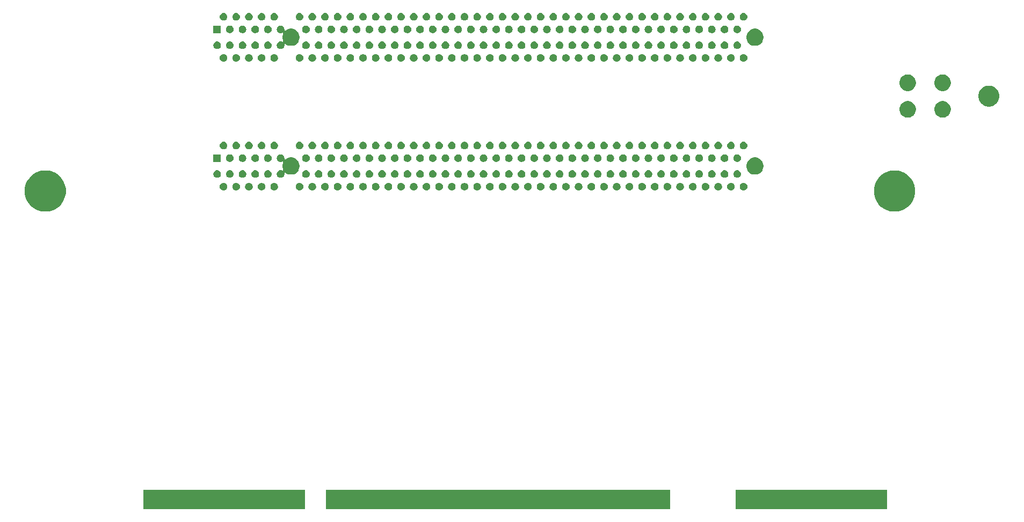
<source format=gbr>
G04 #@! TF.GenerationSoftware,KiCad,Pcbnew,(5.1.6)-1*
G04 #@! TF.CreationDate,2021-11-02T14:31:17+01:00*
G04 #@! TF.ProjectId,Riser Tioga Pass 2OU 2xPCIe x16,52697365-7220-4546-996f-676120506173,rev?*
G04 #@! TF.SameCoordinates,PX328b740PY3211620*
G04 #@! TF.FileFunction,Soldermask,Bot*
G04 #@! TF.FilePolarity,Negative*
%FSLAX46Y46*%
G04 Gerber Fmt 4.6, Leading zero omitted, Abs format (unit mm)*
G04 Created by KiCad (PCBNEW (5.1.6)-1) date 2021-11-02 14:31:17*
%MOMM*%
%LPD*%
G01*
G04 APERTURE LIST*
%ADD10C,0.100000*%
G04 APERTURE END LIST*
D10*
G36*
X41921000Y-76631000D02*
G01*
X16469000Y-76631000D01*
X16469000Y-73529000D01*
X41921000Y-73529000D01*
X41921000Y-76631000D01*
G37*
G36*
X99521000Y-76631000D02*
G01*
X45269000Y-76631000D01*
X45269000Y-73529000D01*
X99521000Y-73529000D01*
X99521000Y-76631000D01*
G37*
G36*
X133721000Y-76631000D02*
G01*
X109869000Y-76631000D01*
X109869000Y-73529000D01*
X133721000Y-73529000D01*
X133721000Y-76631000D01*
G37*
G36*
X135534239Y-23221467D02*
G01*
X135848282Y-23283934D01*
X136439926Y-23529001D01*
X136972392Y-23884784D01*
X137425216Y-24337608D01*
X137780999Y-24870074D01*
X138026066Y-25461718D01*
X138151000Y-26089804D01*
X138151000Y-26730196D01*
X138026066Y-27358282D01*
X137780999Y-27949926D01*
X137425216Y-28482392D01*
X136972392Y-28935216D01*
X136439926Y-29290999D01*
X135848282Y-29536066D01*
X135534239Y-29598533D01*
X135220197Y-29661000D01*
X134579803Y-29661000D01*
X134265761Y-29598533D01*
X133951718Y-29536066D01*
X133360074Y-29290999D01*
X132827608Y-28935216D01*
X132374784Y-28482392D01*
X132019001Y-27949926D01*
X131773934Y-27358282D01*
X131649000Y-26730196D01*
X131649000Y-26089804D01*
X131773934Y-25461718D01*
X132019001Y-24870074D01*
X132374784Y-24337608D01*
X132827608Y-23884784D01*
X133360074Y-23529001D01*
X133951718Y-23283934D01*
X134265761Y-23221467D01*
X134579803Y-23159000D01*
X135220197Y-23159000D01*
X135534239Y-23221467D01*
G37*
G36*
X1634142Y-23221467D02*
G01*
X1948185Y-23283934D01*
X2539829Y-23529001D01*
X3072295Y-23884784D01*
X3525119Y-24337608D01*
X3880902Y-24870074D01*
X4125969Y-25461718D01*
X4250903Y-26089804D01*
X4250903Y-26730196D01*
X4125969Y-27358282D01*
X3880902Y-27949926D01*
X3525119Y-28482392D01*
X3072295Y-28935216D01*
X2539829Y-29290999D01*
X1948185Y-29536066D01*
X1634142Y-29598533D01*
X1320100Y-29661000D01*
X679706Y-29661000D01*
X365664Y-29598533D01*
X51621Y-29536066D01*
X-540023Y-29290999D01*
X-1072489Y-28935216D01*
X-1525313Y-28482392D01*
X-1881096Y-27949926D01*
X-2126163Y-27358282D01*
X-2251097Y-26730196D01*
X-2251097Y-26089804D01*
X-2126163Y-25461718D01*
X-1881096Y-24870074D01*
X-1525313Y-24337608D01*
X-1072489Y-23884784D01*
X-540023Y-23529001D01*
X51621Y-23283934D01*
X365664Y-23221467D01*
X679706Y-23159000D01*
X1320100Y-23159000D01*
X1634142Y-23221467D01*
G37*
G36*
X45226601Y-25125397D02*
G01*
X45265305Y-25133096D01*
X45297340Y-25146365D01*
X45374680Y-25178400D01*
X45473115Y-25244173D01*
X45556827Y-25327885D01*
X45622600Y-25426320D01*
X45667904Y-25535696D01*
X45691000Y-25651805D01*
X45691000Y-25770195D01*
X45667904Y-25886304D01*
X45622600Y-25995680D01*
X45556827Y-26094115D01*
X45473115Y-26177827D01*
X45374680Y-26243600D01*
X45297340Y-26275635D01*
X45265305Y-26288904D01*
X45226601Y-26296603D01*
X45149195Y-26312000D01*
X45030805Y-26312000D01*
X44953399Y-26296603D01*
X44914695Y-26288904D01*
X44882660Y-26275635D01*
X44805320Y-26243600D01*
X44706885Y-26177827D01*
X44623173Y-26094115D01*
X44557400Y-25995680D01*
X44512096Y-25886304D01*
X44489000Y-25770195D01*
X44489000Y-25651805D01*
X44512096Y-25535696D01*
X44557400Y-25426320D01*
X44623173Y-25327885D01*
X44706885Y-25244173D01*
X44805320Y-25178400D01*
X44882660Y-25146365D01*
X44914695Y-25133096D01*
X44953399Y-25125397D01*
X45030805Y-25110000D01*
X45149195Y-25110000D01*
X45226601Y-25125397D01*
G37*
G36*
X41226601Y-25125397D02*
G01*
X41265305Y-25133096D01*
X41297340Y-25146365D01*
X41374680Y-25178400D01*
X41473115Y-25244173D01*
X41556827Y-25327885D01*
X41622600Y-25426320D01*
X41667904Y-25535696D01*
X41691000Y-25651805D01*
X41691000Y-25770195D01*
X41667904Y-25886304D01*
X41622600Y-25995680D01*
X41556827Y-26094115D01*
X41473115Y-26177827D01*
X41374680Y-26243600D01*
X41297340Y-26275635D01*
X41265305Y-26288904D01*
X41226601Y-26296603D01*
X41149195Y-26312000D01*
X41030805Y-26312000D01*
X40953399Y-26296603D01*
X40914695Y-26288904D01*
X40882660Y-26275635D01*
X40805320Y-26243600D01*
X40706885Y-26177827D01*
X40623173Y-26094115D01*
X40557400Y-25995680D01*
X40512096Y-25886304D01*
X40489000Y-25770195D01*
X40489000Y-25651805D01*
X40512096Y-25535696D01*
X40557400Y-25426320D01*
X40623173Y-25327885D01*
X40706885Y-25244173D01*
X40805320Y-25178400D01*
X40882660Y-25146365D01*
X40914695Y-25133096D01*
X40953399Y-25125397D01*
X41030805Y-25110000D01*
X41149195Y-25110000D01*
X41226601Y-25125397D01*
G37*
G36*
X111226601Y-25125397D02*
G01*
X111265305Y-25133096D01*
X111297340Y-25146365D01*
X111374680Y-25178400D01*
X111473115Y-25244173D01*
X111556827Y-25327885D01*
X111622600Y-25426320D01*
X111667904Y-25535696D01*
X111691000Y-25651805D01*
X111691000Y-25770195D01*
X111667904Y-25886304D01*
X111622600Y-25995680D01*
X111556827Y-26094115D01*
X111473115Y-26177827D01*
X111374680Y-26243600D01*
X111297340Y-26275635D01*
X111265305Y-26288904D01*
X111226601Y-26296603D01*
X111149195Y-26312000D01*
X111030805Y-26312000D01*
X110953399Y-26296603D01*
X110914695Y-26288904D01*
X110882660Y-26275635D01*
X110805320Y-26243600D01*
X110706885Y-26177827D01*
X110623173Y-26094115D01*
X110557400Y-25995680D01*
X110512096Y-25886304D01*
X110489000Y-25770195D01*
X110489000Y-25651805D01*
X110512096Y-25535696D01*
X110557400Y-25426320D01*
X110623173Y-25327885D01*
X110706885Y-25244173D01*
X110805320Y-25178400D01*
X110882660Y-25146365D01*
X110914695Y-25133096D01*
X110953399Y-25125397D01*
X111030805Y-25110000D01*
X111149195Y-25110000D01*
X111226601Y-25125397D01*
G37*
G36*
X61226601Y-25125397D02*
G01*
X61265305Y-25133096D01*
X61297340Y-25146365D01*
X61374680Y-25178400D01*
X61473115Y-25244173D01*
X61556827Y-25327885D01*
X61622600Y-25426320D01*
X61667904Y-25535696D01*
X61691000Y-25651805D01*
X61691000Y-25770195D01*
X61667904Y-25886304D01*
X61622600Y-25995680D01*
X61556827Y-26094115D01*
X61473115Y-26177827D01*
X61374680Y-26243600D01*
X61297340Y-26275635D01*
X61265305Y-26288904D01*
X61226601Y-26296603D01*
X61149195Y-26312000D01*
X61030805Y-26312000D01*
X60953399Y-26296603D01*
X60914695Y-26288904D01*
X60882660Y-26275635D01*
X60805320Y-26243600D01*
X60706885Y-26177827D01*
X60623173Y-26094115D01*
X60557400Y-25995680D01*
X60512096Y-25886304D01*
X60489000Y-25770195D01*
X60489000Y-25651805D01*
X60512096Y-25535696D01*
X60557400Y-25426320D01*
X60623173Y-25327885D01*
X60706885Y-25244173D01*
X60805320Y-25178400D01*
X60882660Y-25146365D01*
X60914695Y-25133096D01*
X60953399Y-25125397D01*
X61030805Y-25110000D01*
X61149195Y-25110000D01*
X61226601Y-25125397D01*
G37*
G36*
X29226601Y-25125397D02*
G01*
X29265305Y-25133096D01*
X29297340Y-25146365D01*
X29374680Y-25178400D01*
X29473115Y-25244173D01*
X29556827Y-25327885D01*
X29622600Y-25426320D01*
X29667904Y-25535696D01*
X29691000Y-25651805D01*
X29691000Y-25770195D01*
X29667904Y-25886304D01*
X29622600Y-25995680D01*
X29556827Y-26094115D01*
X29473115Y-26177827D01*
X29374680Y-26243600D01*
X29297340Y-26275635D01*
X29265305Y-26288904D01*
X29226601Y-26296603D01*
X29149195Y-26312000D01*
X29030805Y-26312000D01*
X28953399Y-26296603D01*
X28914695Y-26288904D01*
X28882660Y-26275635D01*
X28805320Y-26243600D01*
X28706885Y-26177827D01*
X28623173Y-26094115D01*
X28557400Y-25995680D01*
X28512096Y-25886304D01*
X28489000Y-25770195D01*
X28489000Y-25651805D01*
X28512096Y-25535696D01*
X28557400Y-25426320D01*
X28623173Y-25327885D01*
X28706885Y-25244173D01*
X28805320Y-25178400D01*
X28882660Y-25146365D01*
X28914695Y-25133096D01*
X28953399Y-25125397D01*
X29030805Y-25110000D01*
X29149195Y-25110000D01*
X29226601Y-25125397D01*
G37*
G36*
X31226601Y-25125397D02*
G01*
X31265305Y-25133096D01*
X31297340Y-25146365D01*
X31374680Y-25178400D01*
X31473115Y-25244173D01*
X31556827Y-25327885D01*
X31622600Y-25426320D01*
X31667904Y-25535696D01*
X31691000Y-25651805D01*
X31691000Y-25770195D01*
X31667904Y-25886304D01*
X31622600Y-25995680D01*
X31556827Y-26094115D01*
X31473115Y-26177827D01*
X31374680Y-26243600D01*
X31297340Y-26275635D01*
X31265305Y-26288904D01*
X31226601Y-26296603D01*
X31149195Y-26312000D01*
X31030805Y-26312000D01*
X30953399Y-26296603D01*
X30914695Y-26288904D01*
X30882660Y-26275635D01*
X30805320Y-26243600D01*
X30706885Y-26177827D01*
X30623173Y-26094115D01*
X30557400Y-25995680D01*
X30512096Y-25886304D01*
X30489000Y-25770195D01*
X30489000Y-25651805D01*
X30512096Y-25535696D01*
X30557400Y-25426320D01*
X30623173Y-25327885D01*
X30706885Y-25244173D01*
X30805320Y-25178400D01*
X30882660Y-25146365D01*
X30914695Y-25133096D01*
X30953399Y-25125397D01*
X31030805Y-25110000D01*
X31149195Y-25110000D01*
X31226601Y-25125397D01*
G37*
G36*
X33226601Y-25125397D02*
G01*
X33265305Y-25133096D01*
X33297340Y-25146365D01*
X33374680Y-25178400D01*
X33473115Y-25244173D01*
X33556827Y-25327885D01*
X33622600Y-25426320D01*
X33667904Y-25535696D01*
X33691000Y-25651805D01*
X33691000Y-25770195D01*
X33667904Y-25886304D01*
X33622600Y-25995680D01*
X33556827Y-26094115D01*
X33473115Y-26177827D01*
X33374680Y-26243600D01*
X33297340Y-26275635D01*
X33265305Y-26288904D01*
X33226601Y-26296603D01*
X33149195Y-26312000D01*
X33030805Y-26312000D01*
X32953399Y-26296603D01*
X32914695Y-26288904D01*
X32882660Y-26275635D01*
X32805320Y-26243600D01*
X32706885Y-26177827D01*
X32623173Y-26094115D01*
X32557400Y-25995680D01*
X32512096Y-25886304D01*
X32489000Y-25770195D01*
X32489000Y-25651805D01*
X32512096Y-25535696D01*
X32557400Y-25426320D01*
X32623173Y-25327885D01*
X32706885Y-25244173D01*
X32805320Y-25178400D01*
X32882660Y-25146365D01*
X32914695Y-25133096D01*
X32953399Y-25125397D01*
X33030805Y-25110000D01*
X33149195Y-25110000D01*
X33226601Y-25125397D01*
G37*
G36*
X35226601Y-25125397D02*
G01*
X35265305Y-25133096D01*
X35297340Y-25146365D01*
X35374680Y-25178400D01*
X35473115Y-25244173D01*
X35556827Y-25327885D01*
X35622600Y-25426320D01*
X35667904Y-25535696D01*
X35691000Y-25651805D01*
X35691000Y-25770195D01*
X35667904Y-25886304D01*
X35622600Y-25995680D01*
X35556827Y-26094115D01*
X35473115Y-26177827D01*
X35374680Y-26243600D01*
X35297340Y-26275635D01*
X35265305Y-26288904D01*
X35226601Y-26296603D01*
X35149195Y-26312000D01*
X35030805Y-26312000D01*
X34953399Y-26296603D01*
X34914695Y-26288904D01*
X34882660Y-26275635D01*
X34805320Y-26243600D01*
X34706885Y-26177827D01*
X34623173Y-26094115D01*
X34557400Y-25995680D01*
X34512096Y-25886304D01*
X34489000Y-25770195D01*
X34489000Y-25651805D01*
X34512096Y-25535696D01*
X34557400Y-25426320D01*
X34623173Y-25327885D01*
X34706885Y-25244173D01*
X34805320Y-25178400D01*
X34882660Y-25146365D01*
X34914695Y-25133096D01*
X34953399Y-25125397D01*
X35030805Y-25110000D01*
X35149195Y-25110000D01*
X35226601Y-25125397D01*
G37*
G36*
X37226601Y-25125397D02*
G01*
X37265305Y-25133096D01*
X37297340Y-25146365D01*
X37374680Y-25178400D01*
X37473115Y-25244173D01*
X37556827Y-25327885D01*
X37622600Y-25426320D01*
X37667904Y-25535696D01*
X37691000Y-25651805D01*
X37691000Y-25770195D01*
X37667904Y-25886304D01*
X37622600Y-25995680D01*
X37556827Y-26094115D01*
X37473115Y-26177827D01*
X37374680Y-26243600D01*
X37297340Y-26275635D01*
X37265305Y-26288904D01*
X37226601Y-26296603D01*
X37149195Y-26312000D01*
X37030805Y-26312000D01*
X36953399Y-26296603D01*
X36914695Y-26288904D01*
X36882660Y-26275635D01*
X36805320Y-26243600D01*
X36706885Y-26177827D01*
X36623173Y-26094115D01*
X36557400Y-25995680D01*
X36512096Y-25886304D01*
X36489000Y-25770195D01*
X36489000Y-25651805D01*
X36512096Y-25535696D01*
X36557400Y-25426320D01*
X36623173Y-25327885D01*
X36706885Y-25244173D01*
X36805320Y-25178400D01*
X36882660Y-25146365D01*
X36914695Y-25133096D01*
X36953399Y-25125397D01*
X37030805Y-25110000D01*
X37149195Y-25110000D01*
X37226601Y-25125397D01*
G37*
G36*
X43226601Y-25125397D02*
G01*
X43265305Y-25133096D01*
X43297340Y-25146365D01*
X43374680Y-25178400D01*
X43473115Y-25244173D01*
X43556827Y-25327885D01*
X43622600Y-25426320D01*
X43667904Y-25535696D01*
X43691000Y-25651805D01*
X43691000Y-25770195D01*
X43667904Y-25886304D01*
X43622600Y-25995680D01*
X43556827Y-26094115D01*
X43473115Y-26177827D01*
X43374680Y-26243600D01*
X43297340Y-26275635D01*
X43265305Y-26288904D01*
X43226601Y-26296603D01*
X43149195Y-26312000D01*
X43030805Y-26312000D01*
X42953399Y-26296603D01*
X42914695Y-26288904D01*
X42882660Y-26275635D01*
X42805320Y-26243600D01*
X42706885Y-26177827D01*
X42623173Y-26094115D01*
X42557400Y-25995680D01*
X42512096Y-25886304D01*
X42489000Y-25770195D01*
X42489000Y-25651805D01*
X42512096Y-25535696D01*
X42557400Y-25426320D01*
X42623173Y-25327885D01*
X42706885Y-25244173D01*
X42805320Y-25178400D01*
X42882660Y-25146365D01*
X42914695Y-25133096D01*
X42953399Y-25125397D01*
X43030805Y-25110000D01*
X43149195Y-25110000D01*
X43226601Y-25125397D01*
G37*
G36*
X109226601Y-25125397D02*
G01*
X109265305Y-25133096D01*
X109297340Y-25146365D01*
X109374680Y-25178400D01*
X109473115Y-25244173D01*
X109556827Y-25327885D01*
X109622600Y-25426320D01*
X109667904Y-25535696D01*
X109691000Y-25651805D01*
X109691000Y-25770195D01*
X109667904Y-25886304D01*
X109622600Y-25995680D01*
X109556827Y-26094115D01*
X109473115Y-26177827D01*
X109374680Y-26243600D01*
X109297340Y-26275635D01*
X109265305Y-26288904D01*
X109226601Y-26296603D01*
X109149195Y-26312000D01*
X109030805Y-26312000D01*
X108953399Y-26296603D01*
X108914695Y-26288904D01*
X108882660Y-26275635D01*
X108805320Y-26243600D01*
X108706885Y-26177827D01*
X108623173Y-26094115D01*
X108557400Y-25995680D01*
X108512096Y-25886304D01*
X108489000Y-25770195D01*
X108489000Y-25651805D01*
X108512096Y-25535696D01*
X108557400Y-25426320D01*
X108623173Y-25327885D01*
X108706885Y-25244173D01*
X108805320Y-25178400D01*
X108882660Y-25146365D01*
X108914695Y-25133096D01*
X108953399Y-25125397D01*
X109030805Y-25110000D01*
X109149195Y-25110000D01*
X109226601Y-25125397D01*
G37*
G36*
X47226601Y-25125397D02*
G01*
X47265305Y-25133096D01*
X47297340Y-25146365D01*
X47374680Y-25178400D01*
X47473115Y-25244173D01*
X47556827Y-25327885D01*
X47622600Y-25426320D01*
X47667904Y-25535696D01*
X47691000Y-25651805D01*
X47691000Y-25770195D01*
X47667904Y-25886304D01*
X47622600Y-25995680D01*
X47556827Y-26094115D01*
X47473115Y-26177827D01*
X47374680Y-26243600D01*
X47297340Y-26275635D01*
X47265305Y-26288904D01*
X47226601Y-26296603D01*
X47149195Y-26312000D01*
X47030805Y-26312000D01*
X46953399Y-26296603D01*
X46914695Y-26288904D01*
X46882660Y-26275635D01*
X46805320Y-26243600D01*
X46706885Y-26177827D01*
X46623173Y-26094115D01*
X46557400Y-25995680D01*
X46512096Y-25886304D01*
X46489000Y-25770195D01*
X46489000Y-25651805D01*
X46512096Y-25535696D01*
X46557400Y-25426320D01*
X46623173Y-25327885D01*
X46706885Y-25244173D01*
X46805320Y-25178400D01*
X46882660Y-25146365D01*
X46914695Y-25133096D01*
X46953399Y-25125397D01*
X47030805Y-25110000D01*
X47149195Y-25110000D01*
X47226601Y-25125397D01*
G37*
G36*
X49226601Y-25125397D02*
G01*
X49265305Y-25133096D01*
X49297340Y-25146365D01*
X49374680Y-25178400D01*
X49473115Y-25244173D01*
X49556827Y-25327885D01*
X49622600Y-25426320D01*
X49667904Y-25535696D01*
X49691000Y-25651805D01*
X49691000Y-25770195D01*
X49667904Y-25886304D01*
X49622600Y-25995680D01*
X49556827Y-26094115D01*
X49473115Y-26177827D01*
X49374680Y-26243600D01*
X49297340Y-26275635D01*
X49265305Y-26288904D01*
X49226601Y-26296603D01*
X49149195Y-26312000D01*
X49030805Y-26312000D01*
X48953399Y-26296603D01*
X48914695Y-26288904D01*
X48882660Y-26275635D01*
X48805320Y-26243600D01*
X48706885Y-26177827D01*
X48623173Y-26094115D01*
X48557400Y-25995680D01*
X48512096Y-25886304D01*
X48489000Y-25770195D01*
X48489000Y-25651805D01*
X48512096Y-25535696D01*
X48557400Y-25426320D01*
X48623173Y-25327885D01*
X48706885Y-25244173D01*
X48805320Y-25178400D01*
X48882660Y-25146365D01*
X48914695Y-25133096D01*
X48953399Y-25125397D01*
X49030805Y-25110000D01*
X49149195Y-25110000D01*
X49226601Y-25125397D01*
G37*
G36*
X51226601Y-25125397D02*
G01*
X51265305Y-25133096D01*
X51297340Y-25146365D01*
X51374680Y-25178400D01*
X51473115Y-25244173D01*
X51556827Y-25327885D01*
X51622600Y-25426320D01*
X51667904Y-25535696D01*
X51691000Y-25651805D01*
X51691000Y-25770195D01*
X51667904Y-25886304D01*
X51622600Y-25995680D01*
X51556827Y-26094115D01*
X51473115Y-26177827D01*
X51374680Y-26243600D01*
X51297340Y-26275635D01*
X51265305Y-26288904D01*
X51226601Y-26296603D01*
X51149195Y-26312000D01*
X51030805Y-26312000D01*
X50953399Y-26296603D01*
X50914695Y-26288904D01*
X50882660Y-26275635D01*
X50805320Y-26243600D01*
X50706885Y-26177827D01*
X50623173Y-26094115D01*
X50557400Y-25995680D01*
X50512096Y-25886304D01*
X50489000Y-25770195D01*
X50489000Y-25651805D01*
X50512096Y-25535696D01*
X50557400Y-25426320D01*
X50623173Y-25327885D01*
X50706885Y-25244173D01*
X50805320Y-25178400D01*
X50882660Y-25146365D01*
X50914695Y-25133096D01*
X50953399Y-25125397D01*
X51030805Y-25110000D01*
X51149195Y-25110000D01*
X51226601Y-25125397D01*
G37*
G36*
X53226601Y-25125397D02*
G01*
X53265305Y-25133096D01*
X53297340Y-25146365D01*
X53374680Y-25178400D01*
X53473115Y-25244173D01*
X53556827Y-25327885D01*
X53622600Y-25426320D01*
X53667904Y-25535696D01*
X53691000Y-25651805D01*
X53691000Y-25770195D01*
X53667904Y-25886304D01*
X53622600Y-25995680D01*
X53556827Y-26094115D01*
X53473115Y-26177827D01*
X53374680Y-26243600D01*
X53297340Y-26275635D01*
X53265305Y-26288904D01*
X53226601Y-26296603D01*
X53149195Y-26312000D01*
X53030805Y-26312000D01*
X52953399Y-26296603D01*
X52914695Y-26288904D01*
X52882660Y-26275635D01*
X52805320Y-26243600D01*
X52706885Y-26177827D01*
X52623173Y-26094115D01*
X52557400Y-25995680D01*
X52512096Y-25886304D01*
X52489000Y-25770195D01*
X52489000Y-25651805D01*
X52512096Y-25535696D01*
X52557400Y-25426320D01*
X52623173Y-25327885D01*
X52706885Y-25244173D01*
X52805320Y-25178400D01*
X52882660Y-25146365D01*
X52914695Y-25133096D01*
X52953399Y-25125397D01*
X53030805Y-25110000D01*
X53149195Y-25110000D01*
X53226601Y-25125397D01*
G37*
G36*
X55226601Y-25125397D02*
G01*
X55265305Y-25133096D01*
X55297340Y-25146365D01*
X55374680Y-25178400D01*
X55473115Y-25244173D01*
X55556827Y-25327885D01*
X55622600Y-25426320D01*
X55667904Y-25535696D01*
X55691000Y-25651805D01*
X55691000Y-25770195D01*
X55667904Y-25886304D01*
X55622600Y-25995680D01*
X55556827Y-26094115D01*
X55473115Y-26177827D01*
X55374680Y-26243600D01*
X55297340Y-26275635D01*
X55265305Y-26288904D01*
X55226601Y-26296603D01*
X55149195Y-26312000D01*
X55030805Y-26312000D01*
X54953399Y-26296603D01*
X54914695Y-26288904D01*
X54882660Y-26275635D01*
X54805320Y-26243600D01*
X54706885Y-26177827D01*
X54623173Y-26094115D01*
X54557400Y-25995680D01*
X54512096Y-25886304D01*
X54489000Y-25770195D01*
X54489000Y-25651805D01*
X54512096Y-25535696D01*
X54557400Y-25426320D01*
X54623173Y-25327885D01*
X54706885Y-25244173D01*
X54805320Y-25178400D01*
X54882660Y-25146365D01*
X54914695Y-25133096D01*
X54953399Y-25125397D01*
X55030805Y-25110000D01*
X55149195Y-25110000D01*
X55226601Y-25125397D01*
G37*
G36*
X57226601Y-25125397D02*
G01*
X57265305Y-25133096D01*
X57297340Y-25146365D01*
X57374680Y-25178400D01*
X57473115Y-25244173D01*
X57556827Y-25327885D01*
X57622600Y-25426320D01*
X57667904Y-25535696D01*
X57691000Y-25651805D01*
X57691000Y-25770195D01*
X57667904Y-25886304D01*
X57622600Y-25995680D01*
X57556827Y-26094115D01*
X57473115Y-26177827D01*
X57374680Y-26243600D01*
X57297340Y-26275635D01*
X57265305Y-26288904D01*
X57226601Y-26296603D01*
X57149195Y-26312000D01*
X57030805Y-26312000D01*
X56953399Y-26296603D01*
X56914695Y-26288904D01*
X56882660Y-26275635D01*
X56805320Y-26243600D01*
X56706885Y-26177827D01*
X56623173Y-26094115D01*
X56557400Y-25995680D01*
X56512096Y-25886304D01*
X56489000Y-25770195D01*
X56489000Y-25651805D01*
X56512096Y-25535696D01*
X56557400Y-25426320D01*
X56623173Y-25327885D01*
X56706885Y-25244173D01*
X56805320Y-25178400D01*
X56882660Y-25146365D01*
X56914695Y-25133096D01*
X56953399Y-25125397D01*
X57030805Y-25110000D01*
X57149195Y-25110000D01*
X57226601Y-25125397D01*
G37*
G36*
X59226601Y-25125397D02*
G01*
X59265305Y-25133096D01*
X59297340Y-25146365D01*
X59374680Y-25178400D01*
X59473115Y-25244173D01*
X59556827Y-25327885D01*
X59622600Y-25426320D01*
X59667904Y-25535696D01*
X59691000Y-25651805D01*
X59691000Y-25770195D01*
X59667904Y-25886304D01*
X59622600Y-25995680D01*
X59556827Y-26094115D01*
X59473115Y-26177827D01*
X59374680Y-26243600D01*
X59297340Y-26275635D01*
X59265305Y-26288904D01*
X59226601Y-26296603D01*
X59149195Y-26312000D01*
X59030805Y-26312000D01*
X58953399Y-26296603D01*
X58914695Y-26288904D01*
X58882660Y-26275635D01*
X58805320Y-26243600D01*
X58706885Y-26177827D01*
X58623173Y-26094115D01*
X58557400Y-25995680D01*
X58512096Y-25886304D01*
X58489000Y-25770195D01*
X58489000Y-25651805D01*
X58512096Y-25535696D01*
X58557400Y-25426320D01*
X58623173Y-25327885D01*
X58706885Y-25244173D01*
X58805320Y-25178400D01*
X58882660Y-25146365D01*
X58914695Y-25133096D01*
X58953399Y-25125397D01*
X59030805Y-25110000D01*
X59149195Y-25110000D01*
X59226601Y-25125397D01*
G37*
G36*
X63226601Y-25125397D02*
G01*
X63265305Y-25133096D01*
X63297340Y-25146365D01*
X63374680Y-25178400D01*
X63473115Y-25244173D01*
X63556827Y-25327885D01*
X63622600Y-25426320D01*
X63667904Y-25535696D01*
X63691000Y-25651805D01*
X63691000Y-25770195D01*
X63667904Y-25886304D01*
X63622600Y-25995680D01*
X63556827Y-26094115D01*
X63473115Y-26177827D01*
X63374680Y-26243600D01*
X63297340Y-26275635D01*
X63265305Y-26288904D01*
X63226601Y-26296603D01*
X63149195Y-26312000D01*
X63030805Y-26312000D01*
X62953399Y-26296603D01*
X62914695Y-26288904D01*
X62882660Y-26275635D01*
X62805320Y-26243600D01*
X62706885Y-26177827D01*
X62623173Y-26094115D01*
X62557400Y-25995680D01*
X62512096Y-25886304D01*
X62489000Y-25770195D01*
X62489000Y-25651805D01*
X62512096Y-25535696D01*
X62557400Y-25426320D01*
X62623173Y-25327885D01*
X62706885Y-25244173D01*
X62805320Y-25178400D01*
X62882660Y-25146365D01*
X62914695Y-25133096D01*
X62953399Y-25125397D01*
X63030805Y-25110000D01*
X63149195Y-25110000D01*
X63226601Y-25125397D01*
G37*
G36*
X101226601Y-25125397D02*
G01*
X101265305Y-25133096D01*
X101297340Y-25146365D01*
X101374680Y-25178400D01*
X101473115Y-25244173D01*
X101556827Y-25327885D01*
X101622600Y-25426320D01*
X101667904Y-25535696D01*
X101691000Y-25651805D01*
X101691000Y-25770195D01*
X101667904Y-25886304D01*
X101622600Y-25995680D01*
X101556827Y-26094115D01*
X101473115Y-26177827D01*
X101374680Y-26243600D01*
X101297340Y-26275635D01*
X101265305Y-26288904D01*
X101226601Y-26296603D01*
X101149195Y-26312000D01*
X101030805Y-26312000D01*
X100953399Y-26296603D01*
X100914695Y-26288904D01*
X100882660Y-26275635D01*
X100805320Y-26243600D01*
X100706885Y-26177827D01*
X100623173Y-26094115D01*
X100557400Y-25995680D01*
X100512096Y-25886304D01*
X100489000Y-25770195D01*
X100489000Y-25651805D01*
X100512096Y-25535696D01*
X100557400Y-25426320D01*
X100623173Y-25327885D01*
X100706885Y-25244173D01*
X100805320Y-25178400D01*
X100882660Y-25146365D01*
X100914695Y-25133096D01*
X100953399Y-25125397D01*
X101030805Y-25110000D01*
X101149195Y-25110000D01*
X101226601Y-25125397D01*
G37*
G36*
X105226601Y-25125397D02*
G01*
X105265305Y-25133096D01*
X105297340Y-25146365D01*
X105374680Y-25178400D01*
X105473115Y-25244173D01*
X105556827Y-25327885D01*
X105622600Y-25426320D01*
X105667904Y-25535696D01*
X105691000Y-25651805D01*
X105691000Y-25770195D01*
X105667904Y-25886304D01*
X105622600Y-25995680D01*
X105556827Y-26094115D01*
X105473115Y-26177827D01*
X105374680Y-26243600D01*
X105297340Y-26275635D01*
X105265305Y-26288904D01*
X105226601Y-26296603D01*
X105149195Y-26312000D01*
X105030805Y-26312000D01*
X104953399Y-26296603D01*
X104914695Y-26288904D01*
X104882660Y-26275635D01*
X104805320Y-26243600D01*
X104706885Y-26177827D01*
X104623173Y-26094115D01*
X104557400Y-25995680D01*
X104512096Y-25886304D01*
X104489000Y-25770195D01*
X104489000Y-25651805D01*
X104512096Y-25535696D01*
X104557400Y-25426320D01*
X104623173Y-25327885D01*
X104706885Y-25244173D01*
X104805320Y-25178400D01*
X104882660Y-25146365D01*
X104914695Y-25133096D01*
X104953399Y-25125397D01*
X105030805Y-25110000D01*
X105149195Y-25110000D01*
X105226601Y-25125397D01*
G37*
G36*
X87226601Y-25125397D02*
G01*
X87265305Y-25133096D01*
X87297340Y-25146365D01*
X87374680Y-25178400D01*
X87473115Y-25244173D01*
X87556827Y-25327885D01*
X87622600Y-25426320D01*
X87667904Y-25535696D01*
X87691000Y-25651805D01*
X87691000Y-25770195D01*
X87667904Y-25886304D01*
X87622600Y-25995680D01*
X87556827Y-26094115D01*
X87473115Y-26177827D01*
X87374680Y-26243600D01*
X87297340Y-26275635D01*
X87265305Y-26288904D01*
X87226601Y-26296603D01*
X87149195Y-26312000D01*
X87030805Y-26312000D01*
X86953399Y-26296603D01*
X86914695Y-26288904D01*
X86882660Y-26275635D01*
X86805320Y-26243600D01*
X86706885Y-26177827D01*
X86623173Y-26094115D01*
X86557400Y-25995680D01*
X86512096Y-25886304D01*
X86489000Y-25770195D01*
X86489000Y-25651805D01*
X86512096Y-25535696D01*
X86557400Y-25426320D01*
X86623173Y-25327885D01*
X86706885Y-25244173D01*
X86805320Y-25178400D01*
X86882660Y-25146365D01*
X86914695Y-25133096D01*
X86953399Y-25125397D01*
X87030805Y-25110000D01*
X87149195Y-25110000D01*
X87226601Y-25125397D01*
G37*
G36*
X67226601Y-25125397D02*
G01*
X67265305Y-25133096D01*
X67297340Y-25146365D01*
X67374680Y-25178400D01*
X67473115Y-25244173D01*
X67556827Y-25327885D01*
X67622600Y-25426320D01*
X67667904Y-25535696D01*
X67691000Y-25651805D01*
X67691000Y-25770195D01*
X67667904Y-25886304D01*
X67622600Y-25995680D01*
X67556827Y-26094115D01*
X67473115Y-26177827D01*
X67374680Y-26243600D01*
X67297340Y-26275635D01*
X67265305Y-26288904D01*
X67226601Y-26296603D01*
X67149195Y-26312000D01*
X67030805Y-26312000D01*
X66953399Y-26296603D01*
X66914695Y-26288904D01*
X66882660Y-26275635D01*
X66805320Y-26243600D01*
X66706885Y-26177827D01*
X66623173Y-26094115D01*
X66557400Y-25995680D01*
X66512096Y-25886304D01*
X66489000Y-25770195D01*
X66489000Y-25651805D01*
X66512096Y-25535696D01*
X66557400Y-25426320D01*
X66623173Y-25327885D01*
X66706885Y-25244173D01*
X66805320Y-25178400D01*
X66882660Y-25146365D01*
X66914695Y-25133096D01*
X66953399Y-25125397D01*
X67030805Y-25110000D01*
X67149195Y-25110000D01*
X67226601Y-25125397D01*
G37*
G36*
X69226601Y-25125397D02*
G01*
X69265305Y-25133096D01*
X69297340Y-25146365D01*
X69374680Y-25178400D01*
X69473115Y-25244173D01*
X69556827Y-25327885D01*
X69622600Y-25426320D01*
X69667904Y-25535696D01*
X69691000Y-25651805D01*
X69691000Y-25770195D01*
X69667904Y-25886304D01*
X69622600Y-25995680D01*
X69556827Y-26094115D01*
X69473115Y-26177827D01*
X69374680Y-26243600D01*
X69297340Y-26275635D01*
X69265305Y-26288904D01*
X69226601Y-26296603D01*
X69149195Y-26312000D01*
X69030805Y-26312000D01*
X68953399Y-26296603D01*
X68914695Y-26288904D01*
X68882660Y-26275635D01*
X68805320Y-26243600D01*
X68706885Y-26177827D01*
X68623173Y-26094115D01*
X68557400Y-25995680D01*
X68512096Y-25886304D01*
X68489000Y-25770195D01*
X68489000Y-25651805D01*
X68512096Y-25535696D01*
X68557400Y-25426320D01*
X68623173Y-25327885D01*
X68706885Y-25244173D01*
X68805320Y-25178400D01*
X68882660Y-25146365D01*
X68914695Y-25133096D01*
X68953399Y-25125397D01*
X69030805Y-25110000D01*
X69149195Y-25110000D01*
X69226601Y-25125397D01*
G37*
G36*
X71226601Y-25125397D02*
G01*
X71265305Y-25133096D01*
X71297340Y-25146365D01*
X71374680Y-25178400D01*
X71473115Y-25244173D01*
X71556827Y-25327885D01*
X71622600Y-25426320D01*
X71667904Y-25535696D01*
X71691000Y-25651805D01*
X71691000Y-25770195D01*
X71667904Y-25886304D01*
X71622600Y-25995680D01*
X71556827Y-26094115D01*
X71473115Y-26177827D01*
X71374680Y-26243600D01*
X71297340Y-26275635D01*
X71265305Y-26288904D01*
X71226601Y-26296603D01*
X71149195Y-26312000D01*
X71030805Y-26312000D01*
X70953399Y-26296603D01*
X70914695Y-26288904D01*
X70882660Y-26275635D01*
X70805320Y-26243600D01*
X70706885Y-26177827D01*
X70623173Y-26094115D01*
X70557400Y-25995680D01*
X70512096Y-25886304D01*
X70489000Y-25770195D01*
X70489000Y-25651805D01*
X70512096Y-25535696D01*
X70557400Y-25426320D01*
X70623173Y-25327885D01*
X70706885Y-25244173D01*
X70805320Y-25178400D01*
X70882660Y-25146365D01*
X70914695Y-25133096D01*
X70953399Y-25125397D01*
X71030805Y-25110000D01*
X71149195Y-25110000D01*
X71226601Y-25125397D01*
G37*
G36*
X73226601Y-25125397D02*
G01*
X73265305Y-25133096D01*
X73297340Y-25146365D01*
X73374680Y-25178400D01*
X73473115Y-25244173D01*
X73556827Y-25327885D01*
X73622600Y-25426320D01*
X73667904Y-25535696D01*
X73691000Y-25651805D01*
X73691000Y-25770195D01*
X73667904Y-25886304D01*
X73622600Y-25995680D01*
X73556827Y-26094115D01*
X73473115Y-26177827D01*
X73374680Y-26243600D01*
X73297340Y-26275635D01*
X73265305Y-26288904D01*
X73226601Y-26296603D01*
X73149195Y-26312000D01*
X73030805Y-26312000D01*
X72953399Y-26296603D01*
X72914695Y-26288904D01*
X72882660Y-26275635D01*
X72805320Y-26243600D01*
X72706885Y-26177827D01*
X72623173Y-26094115D01*
X72557400Y-25995680D01*
X72512096Y-25886304D01*
X72489000Y-25770195D01*
X72489000Y-25651805D01*
X72512096Y-25535696D01*
X72557400Y-25426320D01*
X72623173Y-25327885D01*
X72706885Y-25244173D01*
X72805320Y-25178400D01*
X72882660Y-25146365D01*
X72914695Y-25133096D01*
X72953399Y-25125397D01*
X73030805Y-25110000D01*
X73149195Y-25110000D01*
X73226601Y-25125397D01*
G37*
G36*
X75226601Y-25125397D02*
G01*
X75265305Y-25133096D01*
X75297340Y-25146365D01*
X75374680Y-25178400D01*
X75473115Y-25244173D01*
X75556827Y-25327885D01*
X75622600Y-25426320D01*
X75667904Y-25535696D01*
X75691000Y-25651805D01*
X75691000Y-25770195D01*
X75667904Y-25886304D01*
X75622600Y-25995680D01*
X75556827Y-26094115D01*
X75473115Y-26177827D01*
X75374680Y-26243600D01*
X75297340Y-26275635D01*
X75265305Y-26288904D01*
X75226601Y-26296603D01*
X75149195Y-26312000D01*
X75030805Y-26312000D01*
X74953399Y-26296603D01*
X74914695Y-26288904D01*
X74882660Y-26275635D01*
X74805320Y-26243600D01*
X74706885Y-26177827D01*
X74623173Y-26094115D01*
X74557400Y-25995680D01*
X74512096Y-25886304D01*
X74489000Y-25770195D01*
X74489000Y-25651805D01*
X74512096Y-25535696D01*
X74557400Y-25426320D01*
X74623173Y-25327885D01*
X74706885Y-25244173D01*
X74805320Y-25178400D01*
X74882660Y-25146365D01*
X74914695Y-25133096D01*
X74953399Y-25125397D01*
X75030805Y-25110000D01*
X75149195Y-25110000D01*
X75226601Y-25125397D01*
G37*
G36*
X77226601Y-25125397D02*
G01*
X77265305Y-25133096D01*
X77297340Y-25146365D01*
X77374680Y-25178400D01*
X77473115Y-25244173D01*
X77556827Y-25327885D01*
X77622600Y-25426320D01*
X77667904Y-25535696D01*
X77691000Y-25651805D01*
X77691000Y-25770195D01*
X77667904Y-25886304D01*
X77622600Y-25995680D01*
X77556827Y-26094115D01*
X77473115Y-26177827D01*
X77374680Y-26243600D01*
X77297340Y-26275635D01*
X77265305Y-26288904D01*
X77226601Y-26296603D01*
X77149195Y-26312000D01*
X77030805Y-26312000D01*
X76953399Y-26296603D01*
X76914695Y-26288904D01*
X76882660Y-26275635D01*
X76805320Y-26243600D01*
X76706885Y-26177827D01*
X76623173Y-26094115D01*
X76557400Y-25995680D01*
X76512096Y-25886304D01*
X76489000Y-25770195D01*
X76489000Y-25651805D01*
X76512096Y-25535696D01*
X76557400Y-25426320D01*
X76623173Y-25327885D01*
X76706885Y-25244173D01*
X76805320Y-25178400D01*
X76882660Y-25146365D01*
X76914695Y-25133096D01*
X76953399Y-25125397D01*
X77030805Y-25110000D01*
X77149195Y-25110000D01*
X77226601Y-25125397D01*
G37*
G36*
X79226601Y-25125397D02*
G01*
X79265305Y-25133096D01*
X79297340Y-25146365D01*
X79374680Y-25178400D01*
X79473115Y-25244173D01*
X79556827Y-25327885D01*
X79622600Y-25426320D01*
X79667904Y-25535696D01*
X79691000Y-25651805D01*
X79691000Y-25770195D01*
X79667904Y-25886304D01*
X79622600Y-25995680D01*
X79556827Y-26094115D01*
X79473115Y-26177827D01*
X79374680Y-26243600D01*
X79297340Y-26275635D01*
X79265305Y-26288904D01*
X79226601Y-26296603D01*
X79149195Y-26312000D01*
X79030805Y-26312000D01*
X78953399Y-26296603D01*
X78914695Y-26288904D01*
X78882660Y-26275635D01*
X78805320Y-26243600D01*
X78706885Y-26177827D01*
X78623173Y-26094115D01*
X78557400Y-25995680D01*
X78512096Y-25886304D01*
X78489000Y-25770195D01*
X78489000Y-25651805D01*
X78512096Y-25535696D01*
X78557400Y-25426320D01*
X78623173Y-25327885D01*
X78706885Y-25244173D01*
X78805320Y-25178400D01*
X78882660Y-25146365D01*
X78914695Y-25133096D01*
X78953399Y-25125397D01*
X79030805Y-25110000D01*
X79149195Y-25110000D01*
X79226601Y-25125397D01*
G37*
G36*
X81226601Y-25125397D02*
G01*
X81265305Y-25133096D01*
X81297340Y-25146365D01*
X81374680Y-25178400D01*
X81473115Y-25244173D01*
X81556827Y-25327885D01*
X81622600Y-25426320D01*
X81667904Y-25535696D01*
X81691000Y-25651805D01*
X81691000Y-25770195D01*
X81667904Y-25886304D01*
X81622600Y-25995680D01*
X81556827Y-26094115D01*
X81473115Y-26177827D01*
X81374680Y-26243600D01*
X81297340Y-26275635D01*
X81265305Y-26288904D01*
X81226601Y-26296603D01*
X81149195Y-26312000D01*
X81030805Y-26312000D01*
X80953399Y-26296603D01*
X80914695Y-26288904D01*
X80882660Y-26275635D01*
X80805320Y-26243600D01*
X80706885Y-26177827D01*
X80623173Y-26094115D01*
X80557400Y-25995680D01*
X80512096Y-25886304D01*
X80489000Y-25770195D01*
X80489000Y-25651805D01*
X80512096Y-25535696D01*
X80557400Y-25426320D01*
X80623173Y-25327885D01*
X80706885Y-25244173D01*
X80805320Y-25178400D01*
X80882660Y-25146365D01*
X80914695Y-25133096D01*
X80953399Y-25125397D01*
X81030805Y-25110000D01*
X81149195Y-25110000D01*
X81226601Y-25125397D01*
G37*
G36*
X83226601Y-25125397D02*
G01*
X83265305Y-25133096D01*
X83297340Y-25146365D01*
X83374680Y-25178400D01*
X83473115Y-25244173D01*
X83556827Y-25327885D01*
X83622600Y-25426320D01*
X83667904Y-25535696D01*
X83691000Y-25651805D01*
X83691000Y-25770195D01*
X83667904Y-25886304D01*
X83622600Y-25995680D01*
X83556827Y-26094115D01*
X83473115Y-26177827D01*
X83374680Y-26243600D01*
X83297340Y-26275635D01*
X83265305Y-26288904D01*
X83226601Y-26296603D01*
X83149195Y-26312000D01*
X83030805Y-26312000D01*
X82953399Y-26296603D01*
X82914695Y-26288904D01*
X82882660Y-26275635D01*
X82805320Y-26243600D01*
X82706885Y-26177827D01*
X82623173Y-26094115D01*
X82557400Y-25995680D01*
X82512096Y-25886304D01*
X82489000Y-25770195D01*
X82489000Y-25651805D01*
X82512096Y-25535696D01*
X82557400Y-25426320D01*
X82623173Y-25327885D01*
X82706885Y-25244173D01*
X82805320Y-25178400D01*
X82882660Y-25146365D01*
X82914695Y-25133096D01*
X82953399Y-25125397D01*
X83030805Y-25110000D01*
X83149195Y-25110000D01*
X83226601Y-25125397D01*
G37*
G36*
X65226601Y-25125397D02*
G01*
X65265305Y-25133096D01*
X65297340Y-25146365D01*
X65374680Y-25178400D01*
X65473115Y-25244173D01*
X65556827Y-25327885D01*
X65622600Y-25426320D01*
X65667904Y-25535696D01*
X65691000Y-25651805D01*
X65691000Y-25770195D01*
X65667904Y-25886304D01*
X65622600Y-25995680D01*
X65556827Y-26094115D01*
X65473115Y-26177827D01*
X65374680Y-26243600D01*
X65297340Y-26275635D01*
X65265305Y-26288904D01*
X65226601Y-26296603D01*
X65149195Y-26312000D01*
X65030805Y-26312000D01*
X64953399Y-26296603D01*
X64914695Y-26288904D01*
X64882660Y-26275635D01*
X64805320Y-26243600D01*
X64706885Y-26177827D01*
X64623173Y-26094115D01*
X64557400Y-25995680D01*
X64512096Y-25886304D01*
X64489000Y-25770195D01*
X64489000Y-25651805D01*
X64512096Y-25535696D01*
X64557400Y-25426320D01*
X64623173Y-25327885D01*
X64706885Y-25244173D01*
X64805320Y-25178400D01*
X64882660Y-25146365D01*
X64914695Y-25133096D01*
X64953399Y-25125397D01*
X65030805Y-25110000D01*
X65149195Y-25110000D01*
X65226601Y-25125397D01*
G37*
G36*
X107226601Y-25125397D02*
G01*
X107265305Y-25133096D01*
X107297340Y-25146365D01*
X107374680Y-25178400D01*
X107473115Y-25244173D01*
X107556827Y-25327885D01*
X107622600Y-25426320D01*
X107667904Y-25535696D01*
X107691000Y-25651805D01*
X107691000Y-25770195D01*
X107667904Y-25886304D01*
X107622600Y-25995680D01*
X107556827Y-26094115D01*
X107473115Y-26177827D01*
X107374680Y-26243600D01*
X107297340Y-26275635D01*
X107265305Y-26288904D01*
X107226601Y-26296603D01*
X107149195Y-26312000D01*
X107030805Y-26312000D01*
X106953399Y-26296603D01*
X106914695Y-26288904D01*
X106882660Y-26275635D01*
X106805320Y-26243600D01*
X106706885Y-26177827D01*
X106623173Y-26094115D01*
X106557400Y-25995680D01*
X106512096Y-25886304D01*
X106489000Y-25770195D01*
X106489000Y-25651805D01*
X106512096Y-25535696D01*
X106557400Y-25426320D01*
X106623173Y-25327885D01*
X106706885Y-25244173D01*
X106805320Y-25178400D01*
X106882660Y-25146365D01*
X106914695Y-25133096D01*
X106953399Y-25125397D01*
X107030805Y-25110000D01*
X107149195Y-25110000D01*
X107226601Y-25125397D01*
G37*
G36*
X89226601Y-25125397D02*
G01*
X89265305Y-25133096D01*
X89297340Y-25146365D01*
X89374680Y-25178400D01*
X89473115Y-25244173D01*
X89556827Y-25327885D01*
X89622600Y-25426320D01*
X89667904Y-25535696D01*
X89691000Y-25651805D01*
X89691000Y-25770195D01*
X89667904Y-25886304D01*
X89622600Y-25995680D01*
X89556827Y-26094115D01*
X89473115Y-26177827D01*
X89374680Y-26243600D01*
X89297340Y-26275635D01*
X89265305Y-26288904D01*
X89226601Y-26296603D01*
X89149195Y-26312000D01*
X89030805Y-26312000D01*
X88953399Y-26296603D01*
X88914695Y-26288904D01*
X88882660Y-26275635D01*
X88805320Y-26243600D01*
X88706885Y-26177827D01*
X88623173Y-26094115D01*
X88557400Y-25995680D01*
X88512096Y-25886304D01*
X88489000Y-25770195D01*
X88489000Y-25651805D01*
X88512096Y-25535696D01*
X88557400Y-25426320D01*
X88623173Y-25327885D01*
X88706885Y-25244173D01*
X88805320Y-25178400D01*
X88882660Y-25146365D01*
X88914695Y-25133096D01*
X88953399Y-25125397D01*
X89030805Y-25110000D01*
X89149195Y-25110000D01*
X89226601Y-25125397D01*
G37*
G36*
X91226601Y-25125397D02*
G01*
X91265305Y-25133096D01*
X91297340Y-25146365D01*
X91374680Y-25178400D01*
X91473115Y-25244173D01*
X91556827Y-25327885D01*
X91622600Y-25426320D01*
X91667904Y-25535696D01*
X91691000Y-25651805D01*
X91691000Y-25770195D01*
X91667904Y-25886304D01*
X91622600Y-25995680D01*
X91556827Y-26094115D01*
X91473115Y-26177827D01*
X91374680Y-26243600D01*
X91297340Y-26275635D01*
X91265305Y-26288904D01*
X91226601Y-26296603D01*
X91149195Y-26312000D01*
X91030805Y-26312000D01*
X90953399Y-26296603D01*
X90914695Y-26288904D01*
X90882660Y-26275635D01*
X90805320Y-26243600D01*
X90706885Y-26177827D01*
X90623173Y-26094115D01*
X90557400Y-25995680D01*
X90512096Y-25886304D01*
X90489000Y-25770195D01*
X90489000Y-25651805D01*
X90512096Y-25535696D01*
X90557400Y-25426320D01*
X90623173Y-25327885D01*
X90706885Y-25244173D01*
X90805320Y-25178400D01*
X90882660Y-25146365D01*
X90914695Y-25133096D01*
X90953399Y-25125397D01*
X91030805Y-25110000D01*
X91149195Y-25110000D01*
X91226601Y-25125397D01*
G37*
G36*
X93226601Y-25125397D02*
G01*
X93265305Y-25133096D01*
X93297340Y-25146365D01*
X93374680Y-25178400D01*
X93473115Y-25244173D01*
X93556827Y-25327885D01*
X93622600Y-25426320D01*
X93667904Y-25535696D01*
X93691000Y-25651805D01*
X93691000Y-25770195D01*
X93667904Y-25886304D01*
X93622600Y-25995680D01*
X93556827Y-26094115D01*
X93473115Y-26177827D01*
X93374680Y-26243600D01*
X93297340Y-26275635D01*
X93265305Y-26288904D01*
X93226601Y-26296603D01*
X93149195Y-26312000D01*
X93030805Y-26312000D01*
X92953399Y-26296603D01*
X92914695Y-26288904D01*
X92882660Y-26275635D01*
X92805320Y-26243600D01*
X92706885Y-26177827D01*
X92623173Y-26094115D01*
X92557400Y-25995680D01*
X92512096Y-25886304D01*
X92489000Y-25770195D01*
X92489000Y-25651805D01*
X92512096Y-25535696D01*
X92557400Y-25426320D01*
X92623173Y-25327885D01*
X92706885Y-25244173D01*
X92805320Y-25178400D01*
X92882660Y-25146365D01*
X92914695Y-25133096D01*
X92953399Y-25125397D01*
X93030805Y-25110000D01*
X93149195Y-25110000D01*
X93226601Y-25125397D01*
G37*
G36*
X95226601Y-25125397D02*
G01*
X95265305Y-25133096D01*
X95297340Y-25146365D01*
X95374680Y-25178400D01*
X95473115Y-25244173D01*
X95556827Y-25327885D01*
X95622600Y-25426320D01*
X95667904Y-25535696D01*
X95691000Y-25651805D01*
X95691000Y-25770195D01*
X95667904Y-25886304D01*
X95622600Y-25995680D01*
X95556827Y-26094115D01*
X95473115Y-26177827D01*
X95374680Y-26243600D01*
X95297340Y-26275635D01*
X95265305Y-26288904D01*
X95226601Y-26296603D01*
X95149195Y-26312000D01*
X95030805Y-26312000D01*
X94953399Y-26296603D01*
X94914695Y-26288904D01*
X94882660Y-26275635D01*
X94805320Y-26243600D01*
X94706885Y-26177827D01*
X94623173Y-26094115D01*
X94557400Y-25995680D01*
X94512096Y-25886304D01*
X94489000Y-25770195D01*
X94489000Y-25651805D01*
X94512096Y-25535696D01*
X94557400Y-25426320D01*
X94623173Y-25327885D01*
X94706885Y-25244173D01*
X94805320Y-25178400D01*
X94882660Y-25146365D01*
X94914695Y-25133096D01*
X94953399Y-25125397D01*
X95030805Y-25110000D01*
X95149195Y-25110000D01*
X95226601Y-25125397D01*
G37*
G36*
X97226601Y-25125397D02*
G01*
X97265305Y-25133096D01*
X97297340Y-25146365D01*
X97374680Y-25178400D01*
X97473115Y-25244173D01*
X97556827Y-25327885D01*
X97622600Y-25426320D01*
X97667904Y-25535696D01*
X97691000Y-25651805D01*
X97691000Y-25770195D01*
X97667904Y-25886304D01*
X97622600Y-25995680D01*
X97556827Y-26094115D01*
X97473115Y-26177827D01*
X97374680Y-26243600D01*
X97297340Y-26275635D01*
X97265305Y-26288904D01*
X97226601Y-26296603D01*
X97149195Y-26312000D01*
X97030805Y-26312000D01*
X96953399Y-26296603D01*
X96914695Y-26288904D01*
X96882660Y-26275635D01*
X96805320Y-26243600D01*
X96706885Y-26177827D01*
X96623173Y-26094115D01*
X96557400Y-25995680D01*
X96512096Y-25886304D01*
X96489000Y-25770195D01*
X96489000Y-25651805D01*
X96512096Y-25535696D01*
X96557400Y-25426320D01*
X96623173Y-25327885D01*
X96706885Y-25244173D01*
X96805320Y-25178400D01*
X96882660Y-25146365D01*
X96914695Y-25133096D01*
X96953399Y-25125397D01*
X97030805Y-25110000D01*
X97149195Y-25110000D01*
X97226601Y-25125397D01*
G37*
G36*
X99226601Y-25125397D02*
G01*
X99265305Y-25133096D01*
X99297340Y-25146365D01*
X99374680Y-25178400D01*
X99473115Y-25244173D01*
X99556827Y-25327885D01*
X99622600Y-25426320D01*
X99667904Y-25535696D01*
X99691000Y-25651805D01*
X99691000Y-25770195D01*
X99667904Y-25886304D01*
X99622600Y-25995680D01*
X99556827Y-26094115D01*
X99473115Y-26177827D01*
X99374680Y-26243600D01*
X99297340Y-26275635D01*
X99265305Y-26288904D01*
X99226601Y-26296603D01*
X99149195Y-26312000D01*
X99030805Y-26312000D01*
X98953399Y-26296603D01*
X98914695Y-26288904D01*
X98882660Y-26275635D01*
X98805320Y-26243600D01*
X98706885Y-26177827D01*
X98623173Y-26094115D01*
X98557400Y-25995680D01*
X98512096Y-25886304D01*
X98489000Y-25770195D01*
X98489000Y-25651805D01*
X98512096Y-25535696D01*
X98557400Y-25426320D01*
X98623173Y-25327885D01*
X98706885Y-25244173D01*
X98805320Y-25178400D01*
X98882660Y-25146365D01*
X98914695Y-25133096D01*
X98953399Y-25125397D01*
X99030805Y-25110000D01*
X99149195Y-25110000D01*
X99226601Y-25125397D01*
G37*
G36*
X103226601Y-25125397D02*
G01*
X103265305Y-25133096D01*
X103297340Y-25146365D01*
X103374680Y-25178400D01*
X103473115Y-25244173D01*
X103556827Y-25327885D01*
X103622600Y-25426320D01*
X103667904Y-25535696D01*
X103691000Y-25651805D01*
X103691000Y-25770195D01*
X103667904Y-25886304D01*
X103622600Y-25995680D01*
X103556827Y-26094115D01*
X103473115Y-26177827D01*
X103374680Y-26243600D01*
X103297340Y-26275635D01*
X103265305Y-26288904D01*
X103226601Y-26296603D01*
X103149195Y-26312000D01*
X103030805Y-26312000D01*
X102953399Y-26296603D01*
X102914695Y-26288904D01*
X102882660Y-26275635D01*
X102805320Y-26243600D01*
X102706885Y-26177827D01*
X102623173Y-26094115D01*
X102557400Y-25995680D01*
X102512096Y-25886304D01*
X102489000Y-25770195D01*
X102489000Y-25651805D01*
X102512096Y-25535696D01*
X102557400Y-25426320D01*
X102623173Y-25327885D01*
X102706885Y-25244173D01*
X102805320Y-25178400D01*
X102882660Y-25146365D01*
X102914695Y-25133096D01*
X102953399Y-25125397D01*
X103030805Y-25110000D01*
X103149195Y-25110000D01*
X103226601Y-25125397D01*
G37*
G36*
X85226601Y-25125397D02*
G01*
X85265305Y-25133096D01*
X85297340Y-25146365D01*
X85374680Y-25178400D01*
X85473115Y-25244173D01*
X85556827Y-25327885D01*
X85622600Y-25426320D01*
X85667904Y-25535696D01*
X85691000Y-25651805D01*
X85691000Y-25770195D01*
X85667904Y-25886304D01*
X85622600Y-25995680D01*
X85556827Y-26094115D01*
X85473115Y-26177827D01*
X85374680Y-26243600D01*
X85297340Y-26275635D01*
X85265305Y-26288904D01*
X85226601Y-26296603D01*
X85149195Y-26312000D01*
X85030805Y-26312000D01*
X84953399Y-26296603D01*
X84914695Y-26288904D01*
X84882660Y-26275635D01*
X84805320Y-26243600D01*
X84706885Y-26177827D01*
X84623173Y-26094115D01*
X84557400Y-25995680D01*
X84512096Y-25886304D01*
X84489000Y-25770195D01*
X84489000Y-25651805D01*
X84512096Y-25535696D01*
X84557400Y-25426320D01*
X84623173Y-25327885D01*
X84706885Y-25244173D01*
X84805320Y-25178400D01*
X84882660Y-25146365D01*
X84914695Y-25133096D01*
X84953399Y-25125397D01*
X85030805Y-25110000D01*
X85149195Y-25110000D01*
X85226601Y-25125397D01*
G37*
G36*
X58226601Y-23125397D02*
G01*
X58265305Y-23133096D01*
X58297340Y-23146365D01*
X58374680Y-23178400D01*
X58473115Y-23244173D01*
X58556827Y-23327885D01*
X58622600Y-23426320D01*
X58654635Y-23503660D01*
X58667904Y-23535695D01*
X58691000Y-23651807D01*
X58691000Y-23770193D01*
X58668207Y-23884784D01*
X58667904Y-23886304D01*
X58622600Y-23995680D01*
X58556827Y-24094115D01*
X58473115Y-24177827D01*
X58374680Y-24243600D01*
X58297340Y-24275635D01*
X58265305Y-24288904D01*
X58226601Y-24296603D01*
X58149195Y-24312000D01*
X58030805Y-24312000D01*
X57953399Y-24296603D01*
X57914695Y-24288904D01*
X57882660Y-24275635D01*
X57805320Y-24243600D01*
X57706885Y-24177827D01*
X57623173Y-24094115D01*
X57557400Y-23995680D01*
X57512096Y-23886304D01*
X57511794Y-23884784D01*
X57489000Y-23770193D01*
X57489000Y-23651807D01*
X57512096Y-23535695D01*
X57525365Y-23503660D01*
X57557400Y-23426320D01*
X57623173Y-23327885D01*
X57706885Y-23244173D01*
X57805320Y-23178400D01*
X57882660Y-23146365D01*
X57914695Y-23133096D01*
X57953399Y-23125397D01*
X58030805Y-23110000D01*
X58149195Y-23110000D01*
X58226601Y-23125397D01*
G37*
G36*
X98226601Y-23125397D02*
G01*
X98265305Y-23133096D01*
X98297340Y-23146365D01*
X98374680Y-23178400D01*
X98473115Y-23244173D01*
X98556827Y-23327885D01*
X98622600Y-23426320D01*
X98654635Y-23503660D01*
X98667904Y-23535695D01*
X98691000Y-23651807D01*
X98691000Y-23770193D01*
X98668207Y-23884784D01*
X98667904Y-23886304D01*
X98622600Y-23995680D01*
X98556827Y-24094115D01*
X98473115Y-24177827D01*
X98374680Y-24243600D01*
X98297340Y-24275635D01*
X98265305Y-24288904D01*
X98226601Y-24296603D01*
X98149195Y-24312000D01*
X98030805Y-24312000D01*
X97953399Y-24296603D01*
X97914695Y-24288904D01*
X97882660Y-24275635D01*
X97805320Y-24243600D01*
X97706885Y-24177827D01*
X97623173Y-24094115D01*
X97557400Y-23995680D01*
X97512096Y-23886304D01*
X97511794Y-23884784D01*
X97489000Y-23770193D01*
X97489000Y-23651807D01*
X97512096Y-23535695D01*
X97525365Y-23503660D01*
X97557400Y-23426320D01*
X97623173Y-23327885D01*
X97706885Y-23244173D01*
X97805320Y-23178400D01*
X97882660Y-23146365D01*
X97914695Y-23133096D01*
X97953399Y-23125397D01*
X98030805Y-23110000D01*
X98149195Y-23110000D01*
X98226601Y-23125397D01*
G37*
G36*
X56226601Y-23125397D02*
G01*
X56265305Y-23133096D01*
X56297340Y-23146365D01*
X56374680Y-23178400D01*
X56473115Y-23244173D01*
X56556827Y-23327885D01*
X56622600Y-23426320D01*
X56654635Y-23503660D01*
X56667904Y-23535695D01*
X56691000Y-23651807D01*
X56691000Y-23770193D01*
X56668207Y-23884784D01*
X56667904Y-23886304D01*
X56622600Y-23995680D01*
X56556827Y-24094115D01*
X56473115Y-24177827D01*
X56374680Y-24243600D01*
X56297340Y-24275635D01*
X56265305Y-24288904D01*
X56226601Y-24296603D01*
X56149195Y-24312000D01*
X56030805Y-24312000D01*
X55953399Y-24296603D01*
X55914695Y-24288904D01*
X55882660Y-24275635D01*
X55805320Y-24243600D01*
X55706885Y-24177827D01*
X55623173Y-24094115D01*
X55557400Y-23995680D01*
X55512096Y-23886304D01*
X55511794Y-23884784D01*
X55489000Y-23770193D01*
X55489000Y-23651807D01*
X55512096Y-23535695D01*
X55525365Y-23503660D01*
X55557400Y-23426320D01*
X55623173Y-23327885D01*
X55706885Y-23244173D01*
X55805320Y-23178400D01*
X55882660Y-23146365D01*
X55914695Y-23133096D01*
X55953399Y-23125397D01*
X56030805Y-23110000D01*
X56149195Y-23110000D01*
X56226601Y-23125397D01*
G37*
G36*
X54226601Y-23125397D02*
G01*
X54265305Y-23133096D01*
X54297340Y-23146365D01*
X54374680Y-23178400D01*
X54473115Y-23244173D01*
X54556827Y-23327885D01*
X54622600Y-23426320D01*
X54654635Y-23503660D01*
X54667904Y-23535695D01*
X54691000Y-23651807D01*
X54691000Y-23770193D01*
X54668207Y-23884784D01*
X54667904Y-23886304D01*
X54622600Y-23995680D01*
X54556827Y-24094115D01*
X54473115Y-24177827D01*
X54374680Y-24243600D01*
X54297340Y-24275635D01*
X54265305Y-24288904D01*
X54226601Y-24296603D01*
X54149195Y-24312000D01*
X54030805Y-24312000D01*
X53953399Y-24296603D01*
X53914695Y-24288904D01*
X53882660Y-24275635D01*
X53805320Y-24243600D01*
X53706885Y-24177827D01*
X53623173Y-24094115D01*
X53557400Y-23995680D01*
X53512096Y-23886304D01*
X53511794Y-23884784D01*
X53489000Y-23770193D01*
X53489000Y-23651807D01*
X53512096Y-23535695D01*
X53525365Y-23503660D01*
X53557400Y-23426320D01*
X53623173Y-23327885D01*
X53706885Y-23244173D01*
X53805320Y-23178400D01*
X53882660Y-23146365D01*
X53914695Y-23133096D01*
X53953399Y-23125397D01*
X54030805Y-23110000D01*
X54149195Y-23110000D01*
X54226601Y-23125397D01*
G37*
G36*
X52226601Y-23125397D02*
G01*
X52265305Y-23133096D01*
X52297340Y-23146365D01*
X52374680Y-23178400D01*
X52473115Y-23244173D01*
X52556827Y-23327885D01*
X52622600Y-23426320D01*
X52654635Y-23503660D01*
X52667904Y-23535695D01*
X52691000Y-23651807D01*
X52691000Y-23770193D01*
X52668207Y-23884784D01*
X52667904Y-23886304D01*
X52622600Y-23995680D01*
X52556827Y-24094115D01*
X52473115Y-24177827D01*
X52374680Y-24243600D01*
X52297340Y-24275635D01*
X52265305Y-24288904D01*
X52226601Y-24296603D01*
X52149195Y-24312000D01*
X52030805Y-24312000D01*
X51953399Y-24296603D01*
X51914695Y-24288904D01*
X51882660Y-24275635D01*
X51805320Y-24243600D01*
X51706885Y-24177827D01*
X51623173Y-24094115D01*
X51557400Y-23995680D01*
X51512096Y-23886304D01*
X51511794Y-23884784D01*
X51489000Y-23770193D01*
X51489000Y-23651807D01*
X51512096Y-23535695D01*
X51525365Y-23503660D01*
X51557400Y-23426320D01*
X51623173Y-23327885D01*
X51706885Y-23244173D01*
X51805320Y-23178400D01*
X51882660Y-23146365D01*
X51914695Y-23133096D01*
X51953399Y-23125397D01*
X52030805Y-23110000D01*
X52149195Y-23110000D01*
X52226601Y-23125397D01*
G37*
G36*
X50226601Y-23125397D02*
G01*
X50265305Y-23133096D01*
X50297340Y-23146365D01*
X50374680Y-23178400D01*
X50473115Y-23244173D01*
X50556827Y-23327885D01*
X50622600Y-23426320D01*
X50654635Y-23503660D01*
X50667904Y-23535695D01*
X50691000Y-23651807D01*
X50691000Y-23770193D01*
X50668207Y-23884784D01*
X50667904Y-23886304D01*
X50622600Y-23995680D01*
X50556827Y-24094115D01*
X50473115Y-24177827D01*
X50374680Y-24243600D01*
X50297340Y-24275635D01*
X50265305Y-24288904D01*
X50226601Y-24296603D01*
X50149195Y-24312000D01*
X50030805Y-24312000D01*
X49953399Y-24296603D01*
X49914695Y-24288904D01*
X49882660Y-24275635D01*
X49805320Y-24243600D01*
X49706885Y-24177827D01*
X49623173Y-24094115D01*
X49557400Y-23995680D01*
X49512096Y-23886304D01*
X49511794Y-23884784D01*
X49489000Y-23770193D01*
X49489000Y-23651807D01*
X49512096Y-23535695D01*
X49525365Y-23503660D01*
X49557400Y-23426320D01*
X49623173Y-23327885D01*
X49706885Y-23244173D01*
X49805320Y-23178400D01*
X49882660Y-23146365D01*
X49914695Y-23133096D01*
X49953399Y-23125397D01*
X50030805Y-23110000D01*
X50149195Y-23110000D01*
X50226601Y-23125397D01*
G37*
G36*
X48226601Y-23125397D02*
G01*
X48265305Y-23133096D01*
X48297340Y-23146365D01*
X48374680Y-23178400D01*
X48473115Y-23244173D01*
X48556827Y-23327885D01*
X48622600Y-23426320D01*
X48654635Y-23503660D01*
X48667904Y-23535695D01*
X48691000Y-23651807D01*
X48691000Y-23770193D01*
X48668207Y-23884784D01*
X48667904Y-23886304D01*
X48622600Y-23995680D01*
X48556827Y-24094115D01*
X48473115Y-24177827D01*
X48374680Y-24243600D01*
X48297340Y-24275635D01*
X48265305Y-24288904D01*
X48226601Y-24296603D01*
X48149195Y-24312000D01*
X48030805Y-24312000D01*
X47953399Y-24296603D01*
X47914695Y-24288904D01*
X47882660Y-24275635D01*
X47805320Y-24243600D01*
X47706885Y-24177827D01*
X47623173Y-24094115D01*
X47557400Y-23995680D01*
X47512096Y-23886304D01*
X47511794Y-23884784D01*
X47489000Y-23770193D01*
X47489000Y-23651807D01*
X47512096Y-23535695D01*
X47525365Y-23503660D01*
X47557400Y-23426320D01*
X47623173Y-23327885D01*
X47706885Y-23244173D01*
X47805320Y-23178400D01*
X47882660Y-23146365D01*
X47914695Y-23133096D01*
X47953399Y-23125397D01*
X48030805Y-23110000D01*
X48149195Y-23110000D01*
X48226601Y-23125397D01*
G37*
G36*
X42226601Y-23125397D02*
G01*
X42265305Y-23133096D01*
X42297340Y-23146365D01*
X42374680Y-23178400D01*
X42473115Y-23244173D01*
X42556827Y-23327885D01*
X42622600Y-23426320D01*
X42654635Y-23503660D01*
X42667904Y-23535695D01*
X42691000Y-23651807D01*
X42691000Y-23770193D01*
X42668207Y-23884784D01*
X42667904Y-23886304D01*
X42622600Y-23995680D01*
X42556827Y-24094115D01*
X42473115Y-24177827D01*
X42374680Y-24243600D01*
X42297340Y-24275635D01*
X42265305Y-24288904D01*
X42226601Y-24296603D01*
X42149195Y-24312000D01*
X42030805Y-24312000D01*
X41953399Y-24296603D01*
X41914695Y-24288904D01*
X41882660Y-24275635D01*
X41805320Y-24243600D01*
X41706885Y-24177827D01*
X41623173Y-24094115D01*
X41557400Y-23995680D01*
X41512096Y-23886304D01*
X41511794Y-23884784D01*
X41489000Y-23770193D01*
X41489000Y-23651807D01*
X41512096Y-23535695D01*
X41525365Y-23503660D01*
X41557400Y-23426320D01*
X41623173Y-23327885D01*
X41706885Y-23244173D01*
X41805320Y-23178400D01*
X41882660Y-23146365D01*
X41914695Y-23133096D01*
X41953399Y-23125397D01*
X42030805Y-23110000D01*
X42149195Y-23110000D01*
X42226601Y-23125397D01*
G37*
G36*
X46226601Y-23125397D02*
G01*
X46265305Y-23133096D01*
X46297340Y-23146365D01*
X46374680Y-23178400D01*
X46473115Y-23244173D01*
X46556827Y-23327885D01*
X46622600Y-23426320D01*
X46654635Y-23503660D01*
X46667904Y-23535695D01*
X46691000Y-23651807D01*
X46691000Y-23770193D01*
X46668207Y-23884784D01*
X46667904Y-23886304D01*
X46622600Y-23995680D01*
X46556827Y-24094115D01*
X46473115Y-24177827D01*
X46374680Y-24243600D01*
X46297340Y-24275635D01*
X46265305Y-24288904D01*
X46226601Y-24296603D01*
X46149195Y-24312000D01*
X46030805Y-24312000D01*
X45953399Y-24296603D01*
X45914695Y-24288904D01*
X45882660Y-24275635D01*
X45805320Y-24243600D01*
X45706885Y-24177827D01*
X45623173Y-24094115D01*
X45557400Y-23995680D01*
X45512096Y-23886304D01*
X45511794Y-23884784D01*
X45489000Y-23770193D01*
X45489000Y-23651807D01*
X45512096Y-23535695D01*
X45525365Y-23503660D01*
X45557400Y-23426320D01*
X45623173Y-23327885D01*
X45706885Y-23244173D01*
X45805320Y-23178400D01*
X45882660Y-23146365D01*
X45914695Y-23133096D01*
X45953399Y-23125397D01*
X46030805Y-23110000D01*
X46149195Y-23110000D01*
X46226601Y-23125397D01*
G37*
G36*
X44226601Y-23125397D02*
G01*
X44265305Y-23133096D01*
X44297340Y-23146365D01*
X44374680Y-23178400D01*
X44473115Y-23244173D01*
X44556827Y-23327885D01*
X44622600Y-23426320D01*
X44654635Y-23503660D01*
X44667904Y-23535695D01*
X44691000Y-23651807D01*
X44691000Y-23770193D01*
X44668207Y-23884784D01*
X44667904Y-23886304D01*
X44622600Y-23995680D01*
X44556827Y-24094115D01*
X44473115Y-24177827D01*
X44374680Y-24243600D01*
X44297340Y-24275635D01*
X44265305Y-24288904D01*
X44226601Y-24296603D01*
X44149195Y-24312000D01*
X44030805Y-24312000D01*
X43953399Y-24296603D01*
X43914695Y-24288904D01*
X43882660Y-24275635D01*
X43805320Y-24243600D01*
X43706885Y-24177827D01*
X43623173Y-24094115D01*
X43557400Y-23995680D01*
X43512096Y-23886304D01*
X43511794Y-23884784D01*
X43489000Y-23770193D01*
X43489000Y-23651807D01*
X43512096Y-23535695D01*
X43525365Y-23503660D01*
X43557400Y-23426320D01*
X43623173Y-23327885D01*
X43706885Y-23244173D01*
X43805320Y-23178400D01*
X43882660Y-23146365D01*
X43914695Y-23133096D01*
X43953399Y-23125397D01*
X44030805Y-23110000D01*
X44149195Y-23110000D01*
X44226601Y-23125397D01*
G37*
G36*
X60226601Y-23125397D02*
G01*
X60265305Y-23133096D01*
X60297340Y-23146365D01*
X60374680Y-23178400D01*
X60473115Y-23244173D01*
X60556827Y-23327885D01*
X60622600Y-23426320D01*
X60654635Y-23503660D01*
X60667904Y-23535695D01*
X60691000Y-23651807D01*
X60691000Y-23770193D01*
X60668207Y-23884784D01*
X60667904Y-23886304D01*
X60622600Y-23995680D01*
X60556827Y-24094115D01*
X60473115Y-24177827D01*
X60374680Y-24243600D01*
X60297340Y-24275635D01*
X60265305Y-24288904D01*
X60226601Y-24296603D01*
X60149195Y-24312000D01*
X60030805Y-24312000D01*
X59953399Y-24296603D01*
X59914695Y-24288904D01*
X59882660Y-24275635D01*
X59805320Y-24243600D01*
X59706885Y-24177827D01*
X59623173Y-24094115D01*
X59557400Y-23995680D01*
X59512096Y-23886304D01*
X59511794Y-23884784D01*
X59489000Y-23770193D01*
X59489000Y-23651807D01*
X59512096Y-23535695D01*
X59525365Y-23503660D01*
X59557400Y-23426320D01*
X59623173Y-23327885D01*
X59706885Y-23244173D01*
X59805320Y-23178400D01*
X59882660Y-23146365D01*
X59914695Y-23133096D01*
X59953399Y-23125397D01*
X60030805Y-23110000D01*
X60149195Y-23110000D01*
X60226601Y-23125397D01*
G37*
G36*
X62226601Y-23125397D02*
G01*
X62265305Y-23133096D01*
X62297340Y-23146365D01*
X62374680Y-23178400D01*
X62473115Y-23244173D01*
X62556827Y-23327885D01*
X62622600Y-23426320D01*
X62654635Y-23503660D01*
X62667904Y-23535695D01*
X62691000Y-23651807D01*
X62691000Y-23770193D01*
X62668207Y-23884784D01*
X62667904Y-23886304D01*
X62622600Y-23995680D01*
X62556827Y-24094115D01*
X62473115Y-24177827D01*
X62374680Y-24243600D01*
X62297340Y-24275635D01*
X62265305Y-24288904D01*
X62226601Y-24296603D01*
X62149195Y-24312000D01*
X62030805Y-24312000D01*
X61953399Y-24296603D01*
X61914695Y-24288904D01*
X61882660Y-24275635D01*
X61805320Y-24243600D01*
X61706885Y-24177827D01*
X61623173Y-24094115D01*
X61557400Y-23995680D01*
X61512096Y-23886304D01*
X61511794Y-23884784D01*
X61489000Y-23770193D01*
X61489000Y-23651807D01*
X61512096Y-23535695D01*
X61525365Y-23503660D01*
X61557400Y-23426320D01*
X61623173Y-23327885D01*
X61706885Y-23244173D01*
X61805320Y-23178400D01*
X61882660Y-23146365D01*
X61914695Y-23133096D01*
X61953399Y-23125397D01*
X62030805Y-23110000D01*
X62149195Y-23110000D01*
X62226601Y-23125397D01*
G37*
G36*
X64226601Y-23125397D02*
G01*
X64265305Y-23133096D01*
X64297340Y-23146365D01*
X64374680Y-23178400D01*
X64473115Y-23244173D01*
X64556827Y-23327885D01*
X64622600Y-23426320D01*
X64654635Y-23503660D01*
X64667904Y-23535695D01*
X64691000Y-23651807D01*
X64691000Y-23770193D01*
X64668207Y-23884784D01*
X64667904Y-23886304D01*
X64622600Y-23995680D01*
X64556827Y-24094115D01*
X64473115Y-24177827D01*
X64374680Y-24243600D01*
X64297340Y-24275635D01*
X64265305Y-24288904D01*
X64226601Y-24296603D01*
X64149195Y-24312000D01*
X64030805Y-24312000D01*
X63953399Y-24296603D01*
X63914695Y-24288904D01*
X63882660Y-24275635D01*
X63805320Y-24243600D01*
X63706885Y-24177827D01*
X63623173Y-24094115D01*
X63557400Y-23995680D01*
X63512096Y-23886304D01*
X63511794Y-23884784D01*
X63489000Y-23770193D01*
X63489000Y-23651807D01*
X63512096Y-23535695D01*
X63525365Y-23503660D01*
X63557400Y-23426320D01*
X63623173Y-23327885D01*
X63706885Y-23244173D01*
X63805320Y-23178400D01*
X63882660Y-23146365D01*
X63914695Y-23133096D01*
X63953399Y-23125397D01*
X64030805Y-23110000D01*
X64149195Y-23110000D01*
X64226601Y-23125397D01*
G37*
G36*
X66226601Y-23125397D02*
G01*
X66265305Y-23133096D01*
X66297340Y-23146365D01*
X66374680Y-23178400D01*
X66473115Y-23244173D01*
X66556827Y-23327885D01*
X66622600Y-23426320D01*
X66654635Y-23503660D01*
X66667904Y-23535695D01*
X66691000Y-23651807D01*
X66691000Y-23770193D01*
X66668207Y-23884784D01*
X66667904Y-23886304D01*
X66622600Y-23995680D01*
X66556827Y-24094115D01*
X66473115Y-24177827D01*
X66374680Y-24243600D01*
X66297340Y-24275635D01*
X66265305Y-24288904D01*
X66226601Y-24296603D01*
X66149195Y-24312000D01*
X66030805Y-24312000D01*
X65953399Y-24296603D01*
X65914695Y-24288904D01*
X65882660Y-24275635D01*
X65805320Y-24243600D01*
X65706885Y-24177827D01*
X65623173Y-24094115D01*
X65557400Y-23995680D01*
X65512096Y-23886304D01*
X65511794Y-23884784D01*
X65489000Y-23770193D01*
X65489000Y-23651807D01*
X65512096Y-23535695D01*
X65525365Y-23503660D01*
X65557400Y-23426320D01*
X65623173Y-23327885D01*
X65706885Y-23244173D01*
X65805320Y-23178400D01*
X65882660Y-23146365D01*
X65914695Y-23133096D01*
X65953399Y-23125397D01*
X66030805Y-23110000D01*
X66149195Y-23110000D01*
X66226601Y-23125397D01*
G37*
G36*
X68226601Y-23125397D02*
G01*
X68265305Y-23133096D01*
X68297340Y-23146365D01*
X68374680Y-23178400D01*
X68473115Y-23244173D01*
X68556827Y-23327885D01*
X68622600Y-23426320D01*
X68654635Y-23503660D01*
X68667904Y-23535695D01*
X68691000Y-23651807D01*
X68691000Y-23770193D01*
X68668207Y-23884784D01*
X68667904Y-23886304D01*
X68622600Y-23995680D01*
X68556827Y-24094115D01*
X68473115Y-24177827D01*
X68374680Y-24243600D01*
X68297340Y-24275635D01*
X68265305Y-24288904D01*
X68226601Y-24296603D01*
X68149195Y-24312000D01*
X68030805Y-24312000D01*
X67953399Y-24296603D01*
X67914695Y-24288904D01*
X67882660Y-24275635D01*
X67805320Y-24243600D01*
X67706885Y-24177827D01*
X67623173Y-24094115D01*
X67557400Y-23995680D01*
X67512096Y-23886304D01*
X67511794Y-23884784D01*
X67489000Y-23770193D01*
X67489000Y-23651807D01*
X67512096Y-23535695D01*
X67525365Y-23503660D01*
X67557400Y-23426320D01*
X67623173Y-23327885D01*
X67706885Y-23244173D01*
X67805320Y-23178400D01*
X67882660Y-23146365D01*
X67914695Y-23133096D01*
X67953399Y-23125397D01*
X68030805Y-23110000D01*
X68149195Y-23110000D01*
X68226601Y-23125397D01*
G37*
G36*
X70226601Y-23125397D02*
G01*
X70265305Y-23133096D01*
X70297340Y-23146365D01*
X70374680Y-23178400D01*
X70473115Y-23244173D01*
X70556827Y-23327885D01*
X70622600Y-23426320D01*
X70654635Y-23503660D01*
X70667904Y-23535695D01*
X70691000Y-23651807D01*
X70691000Y-23770193D01*
X70668207Y-23884784D01*
X70667904Y-23886304D01*
X70622600Y-23995680D01*
X70556827Y-24094115D01*
X70473115Y-24177827D01*
X70374680Y-24243600D01*
X70297340Y-24275635D01*
X70265305Y-24288904D01*
X70226601Y-24296603D01*
X70149195Y-24312000D01*
X70030805Y-24312000D01*
X69953399Y-24296603D01*
X69914695Y-24288904D01*
X69882660Y-24275635D01*
X69805320Y-24243600D01*
X69706885Y-24177827D01*
X69623173Y-24094115D01*
X69557400Y-23995680D01*
X69512096Y-23886304D01*
X69511794Y-23884784D01*
X69489000Y-23770193D01*
X69489000Y-23651807D01*
X69512096Y-23535695D01*
X69525365Y-23503660D01*
X69557400Y-23426320D01*
X69623173Y-23327885D01*
X69706885Y-23244173D01*
X69805320Y-23178400D01*
X69882660Y-23146365D01*
X69914695Y-23133096D01*
X69953399Y-23125397D01*
X70030805Y-23110000D01*
X70149195Y-23110000D01*
X70226601Y-23125397D01*
G37*
G36*
X72226601Y-23125397D02*
G01*
X72265305Y-23133096D01*
X72297340Y-23146365D01*
X72374680Y-23178400D01*
X72473115Y-23244173D01*
X72556827Y-23327885D01*
X72622600Y-23426320D01*
X72654635Y-23503660D01*
X72667904Y-23535695D01*
X72691000Y-23651807D01*
X72691000Y-23770193D01*
X72668207Y-23884784D01*
X72667904Y-23886304D01*
X72622600Y-23995680D01*
X72556827Y-24094115D01*
X72473115Y-24177827D01*
X72374680Y-24243600D01*
X72297340Y-24275635D01*
X72265305Y-24288904D01*
X72226601Y-24296603D01*
X72149195Y-24312000D01*
X72030805Y-24312000D01*
X71953399Y-24296603D01*
X71914695Y-24288904D01*
X71882660Y-24275635D01*
X71805320Y-24243600D01*
X71706885Y-24177827D01*
X71623173Y-24094115D01*
X71557400Y-23995680D01*
X71512096Y-23886304D01*
X71511794Y-23884784D01*
X71489000Y-23770193D01*
X71489000Y-23651807D01*
X71512096Y-23535695D01*
X71525365Y-23503660D01*
X71557400Y-23426320D01*
X71623173Y-23327885D01*
X71706885Y-23244173D01*
X71805320Y-23178400D01*
X71882660Y-23146365D01*
X71914695Y-23133096D01*
X71953399Y-23125397D01*
X72030805Y-23110000D01*
X72149195Y-23110000D01*
X72226601Y-23125397D01*
G37*
G36*
X74226601Y-23125397D02*
G01*
X74265305Y-23133096D01*
X74297340Y-23146365D01*
X74374680Y-23178400D01*
X74473115Y-23244173D01*
X74556827Y-23327885D01*
X74622600Y-23426320D01*
X74654635Y-23503660D01*
X74667904Y-23535695D01*
X74691000Y-23651807D01*
X74691000Y-23770193D01*
X74668207Y-23884784D01*
X74667904Y-23886304D01*
X74622600Y-23995680D01*
X74556827Y-24094115D01*
X74473115Y-24177827D01*
X74374680Y-24243600D01*
X74297340Y-24275635D01*
X74265305Y-24288904D01*
X74226601Y-24296603D01*
X74149195Y-24312000D01*
X74030805Y-24312000D01*
X73953399Y-24296603D01*
X73914695Y-24288904D01*
X73882660Y-24275635D01*
X73805320Y-24243600D01*
X73706885Y-24177827D01*
X73623173Y-24094115D01*
X73557400Y-23995680D01*
X73512096Y-23886304D01*
X73511794Y-23884784D01*
X73489000Y-23770193D01*
X73489000Y-23651807D01*
X73512096Y-23535695D01*
X73525365Y-23503660D01*
X73557400Y-23426320D01*
X73623173Y-23327885D01*
X73706885Y-23244173D01*
X73805320Y-23178400D01*
X73882660Y-23146365D01*
X73914695Y-23133096D01*
X73953399Y-23125397D01*
X74030805Y-23110000D01*
X74149195Y-23110000D01*
X74226601Y-23125397D01*
G37*
G36*
X78226601Y-23125397D02*
G01*
X78265305Y-23133096D01*
X78297340Y-23146365D01*
X78374680Y-23178400D01*
X78473115Y-23244173D01*
X78556827Y-23327885D01*
X78622600Y-23426320D01*
X78654635Y-23503660D01*
X78667904Y-23535695D01*
X78691000Y-23651807D01*
X78691000Y-23770193D01*
X78668207Y-23884784D01*
X78667904Y-23886304D01*
X78622600Y-23995680D01*
X78556827Y-24094115D01*
X78473115Y-24177827D01*
X78374680Y-24243600D01*
X78297340Y-24275635D01*
X78265305Y-24288904D01*
X78226601Y-24296603D01*
X78149195Y-24312000D01*
X78030805Y-24312000D01*
X77953399Y-24296603D01*
X77914695Y-24288904D01*
X77882660Y-24275635D01*
X77805320Y-24243600D01*
X77706885Y-24177827D01*
X77623173Y-24094115D01*
X77557400Y-23995680D01*
X77512096Y-23886304D01*
X77511794Y-23884784D01*
X77489000Y-23770193D01*
X77489000Y-23651807D01*
X77512096Y-23535695D01*
X77525365Y-23503660D01*
X77557400Y-23426320D01*
X77623173Y-23327885D01*
X77706885Y-23244173D01*
X77805320Y-23178400D01*
X77882660Y-23146365D01*
X77914695Y-23133096D01*
X77953399Y-23125397D01*
X78030805Y-23110000D01*
X78149195Y-23110000D01*
X78226601Y-23125397D01*
G37*
G36*
X80226601Y-23125397D02*
G01*
X80265305Y-23133096D01*
X80297340Y-23146365D01*
X80374680Y-23178400D01*
X80473115Y-23244173D01*
X80556827Y-23327885D01*
X80622600Y-23426320D01*
X80654635Y-23503660D01*
X80667904Y-23535695D01*
X80691000Y-23651807D01*
X80691000Y-23770193D01*
X80668207Y-23884784D01*
X80667904Y-23886304D01*
X80622600Y-23995680D01*
X80556827Y-24094115D01*
X80473115Y-24177827D01*
X80374680Y-24243600D01*
X80297340Y-24275635D01*
X80265305Y-24288904D01*
X80226601Y-24296603D01*
X80149195Y-24312000D01*
X80030805Y-24312000D01*
X79953399Y-24296603D01*
X79914695Y-24288904D01*
X79882660Y-24275635D01*
X79805320Y-24243600D01*
X79706885Y-24177827D01*
X79623173Y-24094115D01*
X79557400Y-23995680D01*
X79512096Y-23886304D01*
X79511794Y-23884784D01*
X79489000Y-23770193D01*
X79489000Y-23651807D01*
X79512096Y-23535695D01*
X79525365Y-23503660D01*
X79557400Y-23426320D01*
X79623173Y-23327885D01*
X79706885Y-23244173D01*
X79805320Y-23178400D01*
X79882660Y-23146365D01*
X79914695Y-23133096D01*
X79953399Y-23125397D01*
X80030805Y-23110000D01*
X80149195Y-23110000D01*
X80226601Y-23125397D01*
G37*
G36*
X76226601Y-23125397D02*
G01*
X76265305Y-23133096D01*
X76297340Y-23146365D01*
X76374680Y-23178400D01*
X76473115Y-23244173D01*
X76556827Y-23327885D01*
X76622600Y-23426320D01*
X76654635Y-23503660D01*
X76667904Y-23535695D01*
X76691000Y-23651807D01*
X76691000Y-23770193D01*
X76668207Y-23884784D01*
X76667904Y-23886304D01*
X76622600Y-23995680D01*
X76556827Y-24094115D01*
X76473115Y-24177827D01*
X76374680Y-24243600D01*
X76297340Y-24275635D01*
X76265305Y-24288904D01*
X76226601Y-24296603D01*
X76149195Y-24312000D01*
X76030805Y-24312000D01*
X75953399Y-24296603D01*
X75914695Y-24288904D01*
X75882660Y-24275635D01*
X75805320Y-24243600D01*
X75706885Y-24177827D01*
X75623173Y-24094115D01*
X75557400Y-23995680D01*
X75512096Y-23886304D01*
X75511794Y-23884784D01*
X75489000Y-23770193D01*
X75489000Y-23651807D01*
X75512096Y-23535695D01*
X75525365Y-23503660D01*
X75557400Y-23426320D01*
X75623173Y-23327885D01*
X75706885Y-23244173D01*
X75805320Y-23178400D01*
X75882660Y-23146365D01*
X75914695Y-23133096D01*
X75953399Y-23125397D01*
X76030805Y-23110000D01*
X76149195Y-23110000D01*
X76226601Y-23125397D01*
G37*
G36*
X28226601Y-23125397D02*
G01*
X28265305Y-23133096D01*
X28297340Y-23146365D01*
X28374680Y-23178400D01*
X28473115Y-23244173D01*
X28556827Y-23327885D01*
X28622600Y-23426320D01*
X28654635Y-23503660D01*
X28667904Y-23535695D01*
X28691000Y-23651807D01*
X28691000Y-23770193D01*
X28668207Y-23884784D01*
X28667904Y-23886304D01*
X28622600Y-23995680D01*
X28556827Y-24094115D01*
X28473115Y-24177827D01*
X28374680Y-24243600D01*
X28297340Y-24275635D01*
X28265305Y-24288904D01*
X28226601Y-24296603D01*
X28149195Y-24312000D01*
X28030805Y-24312000D01*
X27953399Y-24296603D01*
X27914695Y-24288904D01*
X27882660Y-24275635D01*
X27805320Y-24243600D01*
X27706885Y-24177827D01*
X27623173Y-24094115D01*
X27557400Y-23995680D01*
X27512096Y-23886304D01*
X27511794Y-23884784D01*
X27489000Y-23770193D01*
X27489000Y-23651807D01*
X27512096Y-23535695D01*
X27525365Y-23503660D01*
X27557400Y-23426320D01*
X27623173Y-23327885D01*
X27706885Y-23244173D01*
X27805320Y-23178400D01*
X27882660Y-23146365D01*
X27914695Y-23133096D01*
X27953399Y-23125397D01*
X28030805Y-23110000D01*
X28149195Y-23110000D01*
X28226601Y-23125397D01*
G37*
G36*
X88226601Y-23125397D02*
G01*
X88265305Y-23133096D01*
X88297340Y-23146365D01*
X88374680Y-23178400D01*
X88473115Y-23244173D01*
X88556827Y-23327885D01*
X88622600Y-23426320D01*
X88654635Y-23503660D01*
X88667904Y-23535695D01*
X88691000Y-23651807D01*
X88691000Y-23770193D01*
X88668207Y-23884784D01*
X88667904Y-23886304D01*
X88622600Y-23995680D01*
X88556827Y-24094115D01*
X88473115Y-24177827D01*
X88374680Y-24243600D01*
X88297340Y-24275635D01*
X88265305Y-24288904D01*
X88226601Y-24296603D01*
X88149195Y-24312000D01*
X88030805Y-24312000D01*
X87953399Y-24296603D01*
X87914695Y-24288904D01*
X87882660Y-24275635D01*
X87805320Y-24243600D01*
X87706885Y-24177827D01*
X87623173Y-24094115D01*
X87557400Y-23995680D01*
X87512096Y-23886304D01*
X87511794Y-23884784D01*
X87489000Y-23770193D01*
X87489000Y-23651807D01*
X87512096Y-23535695D01*
X87525365Y-23503660D01*
X87557400Y-23426320D01*
X87623173Y-23327885D01*
X87706885Y-23244173D01*
X87805320Y-23178400D01*
X87882660Y-23146365D01*
X87914695Y-23133096D01*
X87953399Y-23125397D01*
X88030805Y-23110000D01*
X88149195Y-23110000D01*
X88226601Y-23125397D01*
G37*
G36*
X90226601Y-23125397D02*
G01*
X90265305Y-23133096D01*
X90297340Y-23146365D01*
X90374680Y-23178400D01*
X90473115Y-23244173D01*
X90556827Y-23327885D01*
X90622600Y-23426320D01*
X90654635Y-23503660D01*
X90667904Y-23535695D01*
X90691000Y-23651807D01*
X90691000Y-23770193D01*
X90668207Y-23884784D01*
X90667904Y-23886304D01*
X90622600Y-23995680D01*
X90556827Y-24094115D01*
X90473115Y-24177827D01*
X90374680Y-24243600D01*
X90297340Y-24275635D01*
X90265305Y-24288904D01*
X90226601Y-24296603D01*
X90149195Y-24312000D01*
X90030805Y-24312000D01*
X89953399Y-24296603D01*
X89914695Y-24288904D01*
X89882660Y-24275635D01*
X89805320Y-24243600D01*
X89706885Y-24177827D01*
X89623173Y-24094115D01*
X89557400Y-23995680D01*
X89512096Y-23886304D01*
X89511794Y-23884784D01*
X89489000Y-23770193D01*
X89489000Y-23651807D01*
X89512096Y-23535695D01*
X89525365Y-23503660D01*
X89557400Y-23426320D01*
X89623173Y-23327885D01*
X89706885Y-23244173D01*
X89805320Y-23178400D01*
X89882660Y-23146365D01*
X89914695Y-23133096D01*
X89953399Y-23125397D01*
X90030805Y-23110000D01*
X90149195Y-23110000D01*
X90226601Y-23125397D01*
G37*
G36*
X92226601Y-23125397D02*
G01*
X92265305Y-23133096D01*
X92297340Y-23146365D01*
X92374680Y-23178400D01*
X92473115Y-23244173D01*
X92556827Y-23327885D01*
X92622600Y-23426320D01*
X92654635Y-23503660D01*
X92667904Y-23535695D01*
X92691000Y-23651807D01*
X92691000Y-23770193D01*
X92668207Y-23884784D01*
X92667904Y-23886304D01*
X92622600Y-23995680D01*
X92556827Y-24094115D01*
X92473115Y-24177827D01*
X92374680Y-24243600D01*
X92297340Y-24275635D01*
X92265305Y-24288904D01*
X92226601Y-24296603D01*
X92149195Y-24312000D01*
X92030805Y-24312000D01*
X91953399Y-24296603D01*
X91914695Y-24288904D01*
X91882660Y-24275635D01*
X91805320Y-24243600D01*
X91706885Y-24177827D01*
X91623173Y-24094115D01*
X91557400Y-23995680D01*
X91512096Y-23886304D01*
X91511794Y-23884784D01*
X91489000Y-23770193D01*
X91489000Y-23651807D01*
X91512096Y-23535695D01*
X91525365Y-23503660D01*
X91557400Y-23426320D01*
X91623173Y-23327885D01*
X91706885Y-23244173D01*
X91805320Y-23178400D01*
X91882660Y-23146365D01*
X91914695Y-23133096D01*
X91953399Y-23125397D01*
X92030805Y-23110000D01*
X92149195Y-23110000D01*
X92226601Y-23125397D01*
G37*
G36*
X94226601Y-23125397D02*
G01*
X94265305Y-23133096D01*
X94297340Y-23146365D01*
X94374680Y-23178400D01*
X94473115Y-23244173D01*
X94556827Y-23327885D01*
X94622600Y-23426320D01*
X94654635Y-23503660D01*
X94667904Y-23535695D01*
X94691000Y-23651807D01*
X94691000Y-23770193D01*
X94668207Y-23884784D01*
X94667904Y-23886304D01*
X94622600Y-23995680D01*
X94556827Y-24094115D01*
X94473115Y-24177827D01*
X94374680Y-24243600D01*
X94297340Y-24275635D01*
X94265305Y-24288904D01*
X94226601Y-24296603D01*
X94149195Y-24312000D01*
X94030805Y-24312000D01*
X93953399Y-24296603D01*
X93914695Y-24288904D01*
X93882660Y-24275635D01*
X93805320Y-24243600D01*
X93706885Y-24177827D01*
X93623173Y-24094115D01*
X93557400Y-23995680D01*
X93512096Y-23886304D01*
X93511794Y-23884784D01*
X93489000Y-23770193D01*
X93489000Y-23651807D01*
X93512096Y-23535695D01*
X93525365Y-23503660D01*
X93557400Y-23426320D01*
X93623173Y-23327885D01*
X93706885Y-23244173D01*
X93805320Y-23178400D01*
X93882660Y-23146365D01*
X93914695Y-23133096D01*
X93953399Y-23125397D01*
X94030805Y-23110000D01*
X94149195Y-23110000D01*
X94226601Y-23125397D01*
G37*
G36*
X96226601Y-23125397D02*
G01*
X96265305Y-23133096D01*
X96297340Y-23146365D01*
X96374680Y-23178400D01*
X96473115Y-23244173D01*
X96556827Y-23327885D01*
X96622600Y-23426320D01*
X96654635Y-23503660D01*
X96667904Y-23535695D01*
X96691000Y-23651807D01*
X96691000Y-23770193D01*
X96668207Y-23884784D01*
X96667904Y-23886304D01*
X96622600Y-23995680D01*
X96556827Y-24094115D01*
X96473115Y-24177827D01*
X96374680Y-24243600D01*
X96297340Y-24275635D01*
X96265305Y-24288904D01*
X96226601Y-24296603D01*
X96149195Y-24312000D01*
X96030805Y-24312000D01*
X95953399Y-24296603D01*
X95914695Y-24288904D01*
X95882660Y-24275635D01*
X95805320Y-24243600D01*
X95706885Y-24177827D01*
X95623173Y-24094115D01*
X95557400Y-23995680D01*
X95512096Y-23886304D01*
X95511794Y-23884784D01*
X95489000Y-23770193D01*
X95489000Y-23651807D01*
X95512096Y-23535695D01*
X95525365Y-23503660D01*
X95557400Y-23426320D01*
X95623173Y-23327885D01*
X95706885Y-23244173D01*
X95805320Y-23178400D01*
X95882660Y-23146365D01*
X95914695Y-23133096D01*
X95953399Y-23125397D01*
X96030805Y-23110000D01*
X96149195Y-23110000D01*
X96226601Y-23125397D01*
G37*
G36*
X100226601Y-23125397D02*
G01*
X100265305Y-23133096D01*
X100297340Y-23146365D01*
X100374680Y-23178400D01*
X100473115Y-23244173D01*
X100556827Y-23327885D01*
X100622600Y-23426320D01*
X100654635Y-23503660D01*
X100667904Y-23535695D01*
X100691000Y-23651807D01*
X100691000Y-23770193D01*
X100668207Y-23884784D01*
X100667904Y-23886304D01*
X100622600Y-23995680D01*
X100556827Y-24094115D01*
X100473115Y-24177827D01*
X100374680Y-24243600D01*
X100297340Y-24275635D01*
X100265305Y-24288904D01*
X100226601Y-24296603D01*
X100149195Y-24312000D01*
X100030805Y-24312000D01*
X99953399Y-24296603D01*
X99914695Y-24288904D01*
X99882660Y-24275635D01*
X99805320Y-24243600D01*
X99706885Y-24177827D01*
X99623173Y-24094115D01*
X99557400Y-23995680D01*
X99512096Y-23886304D01*
X99511794Y-23884784D01*
X99489000Y-23770193D01*
X99489000Y-23651807D01*
X99512096Y-23535695D01*
X99525365Y-23503660D01*
X99557400Y-23426320D01*
X99623173Y-23327885D01*
X99706885Y-23244173D01*
X99805320Y-23178400D01*
X99882660Y-23146365D01*
X99914695Y-23133096D01*
X99953399Y-23125397D01*
X100030805Y-23110000D01*
X100149195Y-23110000D01*
X100226601Y-23125397D01*
G37*
G36*
X102226601Y-23125397D02*
G01*
X102265305Y-23133096D01*
X102297340Y-23146365D01*
X102374680Y-23178400D01*
X102473115Y-23244173D01*
X102556827Y-23327885D01*
X102622600Y-23426320D01*
X102654635Y-23503660D01*
X102667904Y-23535695D01*
X102691000Y-23651807D01*
X102691000Y-23770193D01*
X102668207Y-23884784D01*
X102667904Y-23886304D01*
X102622600Y-23995680D01*
X102556827Y-24094115D01*
X102473115Y-24177827D01*
X102374680Y-24243600D01*
X102297340Y-24275635D01*
X102265305Y-24288904D01*
X102226601Y-24296603D01*
X102149195Y-24312000D01*
X102030805Y-24312000D01*
X101953399Y-24296603D01*
X101914695Y-24288904D01*
X101882660Y-24275635D01*
X101805320Y-24243600D01*
X101706885Y-24177827D01*
X101623173Y-24094115D01*
X101557400Y-23995680D01*
X101512096Y-23886304D01*
X101511794Y-23884784D01*
X101489000Y-23770193D01*
X101489000Y-23651807D01*
X101512096Y-23535695D01*
X101525365Y-23503660D01*
X101557400Y-23426320D01*
X101623173Y-23327885D01*
X101706885Y-23244173D01*
X101805320Y-23178400D01*
X101882660Y-23146365D01*
X101914695Y-23133096D01*
X101953399Y-23125397D01*
X102030805Y-23110000D01*
X102149195Y-23110000D01*
X102226601Y-23125397D01*
G37*
G36*
X104226601Y-23125397D02*
G01*
X104265305Y-23133096D01*
X104297340Y-23146365D01*
X104374680Y-23178400D01*
X104473115Y-23244173D01*
X104556827Y-23327885D01*
X104622600Y-23426320D01*
X104654635Y-23503660D01*
X104667904Y-23535695D01*
X104691000Y-23651807D01*
X104691000Y-23770193D01*
X104668207Y-23884784D01*
X104667904Y-23886304D01*
X104622600Y-23995680D01*
X104556827Y-24094115D01*
X104473115Y-24177827D01*
X104374680Y-24243600D01*
X104297340Y-24275635D01*
X104265305Y-24288904D01*
X104226601Y-24296603D01*
X104149195Y-24312000D01*
X104030805Y-24312000D01*
X103953399Y-24296603D01*
X103914695Y-24288904D01*
X103882660Y-24275635D01*
X103805320Y-24243600D01*
X103706885Y-24177827D01*
X103623173Y-24094115D01*
X103557400Y-23995680D01*
X103512096Y-23886304D01*
X103511794Y-23884784D01*
X103489000Y-23770193D01*
X103489000Y-23651807D01*
X103512096Y-23535695D01*
X103525365Y-23503660D01*
X103557400Y-23426320D01*
X103623173Y-23327885D01*
X103706885Y-23244173D01*
X103805320Y-23178400D01*
X103882660Y-23146365D01*
X103914695Y-23133096D01*
X103953399Y-23125397D01*
X104030805Y-23110000D01*
X104149195Y-23110000D01*
X104226601Y-23125397D01*
G37*
G36*
X106226601Y-23125397D02*
G01*
X106265305Y-23133096D01*
X106297340Y-23146365D01*
X106374680Y-23178400D01*
X106473115Y-23244173D01*
X106556827Y-23327885D01*
X106622600Y-23426320D01*
X106654635Y-23503660D01*
X106667904Y-23535695D01*
X106691000Y-23651807D01*
X106691000Y-23770193D01*
X106668207Y-23884784D01*
X106667904Y-23886304D01*
X106622600Y-23995680D01*
X106556827Y-24094115D01*
X106473115Y-24177827D01*
X106374680Y-24243600D01*
X106297340Y-24275635D01*
X106265305Y-24288904D01*
X106226601Y-24296603D01*
X106149195Y-24312000D01*
X106030805Y-24312000D01*
X105953399Y-24296603D01*
X105914695Y-24288904D01*
X105882660Y-24275635D01*
X105805320Y-24243600D01*
X105706885Y-24177827D01*
X105623173Y-24094115D01*
X105557400Y-23995680D01*
X105512096Y-23886304D01*
X105511794Y-23884784D01*
X105489000Y-23770193D01*
X105489000Y-23651807D01*
X105512096Y-23535695D01*
X105525365Y-23503660D01*
X105557400Y-23426320D01*
X105623173Y-23327885D01*
X105706885Y-23244173D01*
X105805320Y-23178400D01*
X105882660Y-23146365D01*
X105914695Y-23133096D01*
X105953399Y-23125397D01*
X106030805Y-23110000D01*
X106149195Y-23110000D01*
X106226601Y-23125397D01*
G37*
G36*
X108226601Y-23125397D02*
G01*
X108265305Y-23133096D01*
X108297340Y-23146365D01*
X108374680Y-23178400D01*
X108473115Y-23244173D01*
X108556827Y-23327885D01*
X108622600Y-23426320D01*
X108654635Y-23503660D01*
X108667904Y-23535695D01*
X108691000Y-23651807D01*
X108691000Y-23770193D01*
X108668207Y-23884784D01*
X108667904Y-23886304D01*
X108622600Y-23995680D01*
X108556827Y-24094115D01*
X108473115Y-24177827D01*
X108374680Y-24243600D01*
X108297340Y-24275635D01*
X108265305Y-24288904D01*
X108226601Y-24296603D01*
X108149195Y-24312000D01*
X108030805Y-24312000D01*
X107953399Y-24296603D01*
X107914695Y-24288904D01*
X107882660Y-24275635D01*
X107805320Y-24243600D01*
X107706885Y-24177827D01*
X107623173Y-24094115D01*
X107557400Y-23995680D01*
X107512096Y-23886304D01*
X107511794Y-23884784D01*
X107489000Y-23770193D01*
X107489000Y-23651807D01*
X107512096Y-23535695D01*
X107525365Y-23503660D01*
X107557400Y-23426320D01*
X107623173Y-23327885D01*
X107706885Y-23244173D01*
X107805320Y-23178400D01*
X107882660Y-23146365D01*
X107914695Y-23133096D01*
X107953399Y-23125397D01*
X108030805Y-23110000D01*
X108149195Y-23110000D01*
X108226601Y-23125397D01*
G37*
G36*
X82226601Y-23125397D02*
G01*
X82265305Y-23133096D01*
X82297340Y-23146365D01*
X82374680Y-23178400D01*
X82473115Y-23244173D01*
X82556827Y-23327885D01*
X82622600Y-23426320D01*
X82654635Y-23503660D01*
X82667904Y-23535695D01*
X82691000Y-23651807D01*
X82691000Y-23770193D01*
X82668207Y-23884784D01*
X82667904Y-23886304D01*
X82622600Y-23995680D01*
X82556827Y-24094115D01*
X82473115Y-24177827D01*
X82374680Y-24243600D01*
X82297340Y-24275635D01*
X82265305Y-24288904D01*
X82226601Y-24296603D01*
X82149195Y-24312000D01*
X82030805Y-24312000D01*
X81953399Y-24296603D01*
X81914695Y-24288904D01*
X81882660Y-24275635D01*
X81805320Y-24243600D01*
X81706885Y-24177827D01*
X81623173Y-24094115D01*
X81557400Y-23995680D01*
X81512096Y-23886304D01*
X81511794Y-23884784D01*
X81489000Y-23770193D01*
X81489000Y-23651807D01*
X81512096Y-23535695D01*
X81525365Y-23503660D01*
X81557400Y-23426320D01*
X81623173Y-23327885D01*
X81706885Y-23244173D01*
X81805320Y-23178400D01*
X81882660Y-23146365D01*
X81914695Y-23133096D01*
X81953399Y-23125397D01*
X82030805Y-23110000D01*
X82149195Y-23110000D01*
X82226601Y-23125397D01*
G37*
G36*
X30226601Y-23125397D02*
G01*
X30265305Y-23133096D01*
X30297340Y-23146365D01*
X30374680Y-23178400D01*
X30473115Y-23244173D01*
X30556827Y-23327885D01*
X30622600Y-23426320D01*
X30654635Y-23503660D01*
X30667904Y-23535695D01*
X30691000Y-23651807D01*
X30691000Y-23770193D01*
X30668207Y-23884784D01*
X30667904Y-23886304D01*
X30622600Y-23995680D01*
X30556827Y-24094115D01*
X30473115Y-24177827D01*
X30374680Y-24243600D01*
X30297340Y-24275635D01*
X30265305Y-24288904D01*
X30226601Y-24296603D01*
X30149195Y-24312000D01*
X30030805Y-24312000D01*
X29953399Y-24296603D01*
X29914695Y-24288904D01*
X29882660Y-24275635D01*
X29805320Y-24243600D01*
X29706885Y-24177827D01*
X29623173Y-24094115D01*
X29557400Y-23995680D01*
X29512096Y-23886304D01*
X29511794Y-23884784D01*
X29489000Y-23770193D01*
X29489000Y-23651807D01*
X29512096Y-23535695D01*
X29525365Y-23503660D01*
X29557400Y-23426320D01*
X29623173Y-23327885D01*
X29706885Y-23244173D01*
X29805320Y-23178400D01*
X29882660Y-23146365D01*
X29914695Y-23133096D01*
X29953399Y-23125397D01*
X30030805Y-23110000D01*
X30149195Y-23110000D01*
X30226601Y-23125397D01*
G37*
G36*
X32226601Y-23125397D02*
G01*
X32265305Y-23133096D01*
X32297340Y-23146365D01*
X32374680Y-23178400D01*
X32473115Y-23244173D01*
X32556827Y-23327885D01*
X32622600Y-23426320D01*
X32654635Y-23503660D01*
X32667904Y-23535695D01*
X32691000Y-23651807D01*
X32691000Y-23770193D01*
X32668207Y-23884784D01*
X32667904Y-23886304D01*
X32622600Y-23995680D01*
X32556827Y-24094115D01*
X32473115Y-24177827D01*
X32374680Y-24243600D01*
X32297340Y-24275635D01*
X32265305Y-24288904D01*
X32226601Y-24296603D01*
X32149195Y-24312000D01*
X32030805Y-24312000D01*
X31953399Y-24296603D01*
X31914695Y-24288904D01*
X31882660Y-24275635D01*
X31805320Y-24243600D01*
X31706885Y-24177827D01*
X31623173Y-24094115D01*
X31557400Y-23995680D01*
X31512096Y-23886304D01*
X31511794Y-23884784D01*
X31489000Y-23770193D01*
X31489000Y-23651807D01*
X31512096Y-23535695D01*
X31525365Y-23503660D01*
X31557400Y-23426320D01*
X31623173Y-23327885D01*
X31706885Y-23244173D01*
X31805320Y-23178400D01*
X31882660Y-23146365D01*
X31914695Y-23133096D01*
X31953399Y-23125397D01*
X32030805Y-23110000D01*
X32149195Y-23110000D01*
X32226601Y-23125397D01*
G37*
G36*
X34226601Y-23125397D02*
G01*
X34265305Y-23133096D01*
X34297340Y-23146365D01*
X34374680Y-23178400D01*
X34473115Y-23244173D01*
X34556827Y-23327885D01*
X34622600Y-23426320D01*
X34654635Y-23503660D01*
X34667904Y-23535695D01*
X34691000Y-23651807D01*
X34691000Y-23770193D01*
X34668207Y-23884784D01*
X34667904Y-23886304D01*
X34622600Y-23995680D01*
X34556827Y-24094115D01*
X34473115Y-24177827D01*
X34374680Y-24243600D01*
X34297340Y-24275635D01*
X34265305Y-24288904D01*
X34226601Y-24296603D01*
X34149195Y-24312000D01*
X34030805Y-24312000D01*
X33953399Y-24296603D01*
X33914695Y-24288904D01*
X33882660Y-24275635D01*
X33805320Y-24243600D01*
X33706885Y-24177827D01*
X33623173Y-24094115D01*
X33557400Y-23995680D01*
X33512096Y-23886304D01*
X33511794Y-23884784D01*
X33489000Y-23770193D01*
X33489000Y-23651807D01*
X33512096Y-23535695D01*
X33525365Y-23503660D01*
X33557400Y-23426320D01*
X33623173Y-23327885D01*
X33706885Y-23244173D01*
X33805320Y-23178400D01*
X33882660Y-23146365D01*
X33914695Y-23133096D01*
X33953399Y-23125397D01*
X34030805Y-23110000D01*
X34149195Y-23110000D01*
X34226601Y-23125397D01*
G37*
G36*
X36226601Y-23125397D02*
G01*
X36265305Y-23133096D01*
X36297340Y-23146365D01*
X36374680Y-23178400D01*
X36473115Y-23244173D01*
X36556827Y-23327885D01*
X36622600Y-23426320D01*
X36654635Y-23503660D01*
X36667904Y-23535695D01*
X36691000Y-23651807D01*
X36691000Y-23770193D01*
X36668207Y-23884784D01*
X36667904Y-23886304D01*
X36622600Y-23995680D01*
X36556827Y-24094115D01*
X36473115Y-24177827D01*
X36374680Y-24243600D01*
X36297340Y-24275635D01*
X36265305Y-24288904D01*
X36226601Y-24296603D01*
X36149195Y-24312000D01*
X36030805Y-24312000D01*
X35953399Y-24296603D01*
X35914695Y-24288904D01*
X35882660Y-24275635D01*
X35805320Y-24243600D01*
X35706885Y-24177827D01*
X35623173Y-24094115D01*
X35557400Y-23995680D01*
X35512096Y-23886304D01*
X35511794Y-23884784D01*
X35489000Y-23770193D01*
X35489000Y-23651807D01*
X35512096Y-23535695D01*
X35525365Y-23503660D01*
X35557400Y-23426320D01*
X35623173Y-23327885D01*
X35706885Y-23244173D01*
X35805320Y-23178400D01*
X35882660Y-23146365D01*
X35914695Y-23133096D01*
X35953399Y-23125397D01*
X36030805Y-23110000D01*
X36149195Y-23110000D01*
X36226601Y-23125397D01*
G37*
G36*
X38226601Y-20625397D02*
G01*
X38265305Y-20633096D01*
X38297340Y-20646365D01*
X38374680Y-20678400D01*
X38473115Y-20744173D01*
X38556827Y-20827885D01*
X38622600Y-20926320D01*
X38667904Y-21035696D01*
X38691000Y-21151805D01*
X38691000Y-21270195D01*
X38688648Y-21282019D01*
X38686246Y-21306405D01*
X38688648Y-21330791D01*
X38695761Y-21354240D01*
X38707312Y-21375851D01*
X38722857Y-21394793D01*
X38741799Y-21410338D01*
X38763410Y-21421889D01*
X38786859Y-21429002D01*
X38811245Y-21431404D01*
X38835631Y-21429002D01*
X38859080Y-21421889D01*
X38880691Y-21410338D01*
X39036237Y-21306405D01*
X39100061Y-21263759D01*
X39345928Y-21161918D01*
X39606937Y-21110000D01*
X39873063Y-21110000D01*
X40134072Y-21161918D01*
X40379939Y-21263759D01*
X40443763Y-21306405D01*
X40599309Y-21410338D01*
X40601212Y-21411610D01*
X40789390Y-21599788D01*
X40931187Y-21812000D01*
X40937242Y-21821063D01*
X40969471Y-21898871D01*
X41039082Y-22066928D01*
X41091000Y-22327938D01*
X41091000Y-22594062D01*
X41039082Y-22855072D01*
X40937241Y-23100939D01*
X40891021Y-23170112D01*
X40789391Y-23322211D01*
X40601211Y-23510391D01*
X40515352Y-23567760D01*
X40379939Y-23658241D01*
X40379938Y-23658242D01*
X40379937Y-23658242D01*
X40134072Y-23760082D01*
X39873063Y-23812000D01*
X39606937Y-23812000D01*
X39345928Y-23760082D01*
X39100063Y-23658242D01*
X39100062Y-23658242D01*
X39100061Y-23658241D01*
X38999741Y-23591209D01*
X38880691Y-23511662D01*
X38859080Y-23500111D01*
X38835631Y-23492998D01*
X38811245Y-23490596D01*
X38786859Y-23492998D01*
X38763410Y-23500111D01*
X38741799Y-23511662D01*
X38722857Y-23527207D01*
X38707312Y-23546149D01*
X38695761Y-23567760D01*
X38688648Y-23591209D01*
X38686246Y-23615595D01*
X38688648Y-23639981D01*
X38691000Y-23651807D01*
X38691000Y-23770193D01*
X38668207Y-23884784D01*
X38667904Y-23886304D01*
X38622600Y-23995680D01*
X38556827Y-24094115D01*
X38473115Y-24177827D01*
X38374680Y-24243600D01*
X38297340Y-24275635D01*
X38265305Y-24288904D01*
X38226601Y-24296603D01*
X38149195Y-24312000D01*
X38030805Y-24312000D01*
X37953399Y-24296603D01*
X37914695Y-24288904D01*
X37882660Y-24275635D01*
X37805320Y-24243600D01*
X37706885Y-24177827D01*
X37623173Y-24094115D01*
X37557400Y-23995680D01*
X37512096Y-23886304D01*
X37511794Y-23884784D01*
X37489000Y-23770193D01*
X37489000Y-23651807D01*
X37512096Y-23535695D01*
X37525365Y-23503660D01*
X37557400Y-23426320D01*
X37623173Y-23327885D01*
X37706885Y-23244173D01*
X37805320Y-23178400D01*
X37882660Y-23146365D01*
X37914695Y-23133096D01*
X37953399Y-23125397D01*
X38030805Y-23110000D01*
X38149195Y-23110000D01*
X38226601Y-23125397D01*
X38265305Y-23133096D01*
X38309610Y-23151448D01*
X38337497Y-23162999D01*
X38360946Y-23170112D01*
X38385332Y-23172514D01*
X38409718Y-23170112D01*
X38433167Y-23162999D01*
X38454778Y-23151448D01*
X38473720Y-23135902D01*
X38489265Y-23116961D01*
X38500816Y-23095350D01*
X38507929Y-23071901D01*
X38510331Y-23047515D01*
X38507929Y-23023129D01*
X38500816Y-22999680D01*
X38440918Y-22855072D01*
X38389000Y-22594063D01*
X38389000Y-22327937D01*
X38440918Y-22066928D01*
X38500816Y-21922320D01*
X38507929Y-21898871D01*
X38510331Y-21874484D01*
X38507929Y-21850098D01*
X38500816Y-21826649D01*
X38489265Y-21805039D01*
X38473719Y-21786097D01*
X38454777Y-21770552D01*
X38433167Y-21759001D01*
X38409718Y-21751888D01*
X38385331Y-21749486D01*
X38360945Y-21751888D01*
X38337496Y-21759001D01*
X38265305Y-21788904D01*
X38226601Y-21796603D01*
X38149195Y-21812000D01*
X38030805Y-21812000D01*
X37953399Y-21796603D01*
X37914695Y-21788904D01*
X37882660Y-21775635D01*
X37805320Y-21743600D01*
X37706885Y-21677827D01*
X37623173Y-21594115D01*
X37557400Y-21495680D01*
X37512096Y-21386304D01*
X37489000Y-21270195D01*
X37489000Y-21151805D01*
X37512096Y-21035696D01*
X37557400Y-20926320D01*
X37623173Y-20827885D01*
X37706885Y-20744173D01*
X37805320Y-20678400D01*
X37882660Y-20646365D01*
X37914695Y-20633096D01*
X37953399Y-20625397D01*
X38030805Y-20610000D01*
X38149195Y-20610000D01*
X38226601Y-20625397D01*
G37*
G36*
X86226601Y-23125397D02*
G01*
X86265305Y-23133096D01*
X86297340Y-23146365D01*
X86374680Y-23178400D01*
X86473115Y-23244173D01*
X86556827Y-23327885D01*
X86622600Y-23426320D01*
X86654635Y-23503660D01*
X86667904Y-23535695D01*
X86691000Y-23651807D01*
X86691000Y-23770193D01*
X86668207Y-23884784D01*
X86667904Y-23886304D01*
X86622600Y-23995680D01*
X86556827Y-24094115D01*
X86473115Y-24177827D01*
X86374680Y-24243600D01*
X86297340Y-24275635D01*
X86265305Y-24288904D01*
X86226601Y-24296603D01*
X86149195Y-24312000D01*
X86030805Y-24312000D01*
X85953399Y-24296603D01*
X85914695Y-24288904D01*
X85882660Y-24275635D01*
X85805320Y-24243600D01*
X85706885Y-24177827D01*
X85623173Y-24094115D01*
X85557400Y-23995680D01*
X85512096Y-23886304D01*
X85511794Y-23884784D01*
X85489000Y-23770193D01*
X85489000Y-23651807D01*
X85512096Y-23535695D01*
X85525365Y-23503660D01*
X85557400Y-23426320D01*
X85623173Y-23327885D01*
X85706885Y-23244173D01*
X85805320Y-23178400D01*
X85882660Y-23146365D01*
X85914695Y-23133096D01*
X85953399Y-23125397D01*
X86030805Y-23110000D01*
X86149195Y-23110000D01*
X86226601Y-23125397D01*
G37*
G36*
X84226601Y-23125397D02*
G01*
X84265305Y-23133096D01*
X84297340Y-23146365D01*
X84374680Y-23178400D01*
X84473115Y-23244173D01*
X84556827Y-23327885D01*
X84622600Y-23426320D01*
X84654635Y-23503660D01*
X84667904Y-23535695D01*
X84691000Y-23651807D01*
X84691000Y-23770193D01*
X84668207Y-23884784D01*
X84667904Y-23886304D01*
X84622600Y-23995680D01*
X84556827Y-24094115D01*
X84473115Y-24177827D01*
X84374680Y-24243600D01*
X84297340Y-24275635D01*
X84265305Y-24288904D01*
X84226601Y-24296603D01*
X84149195Y-24312000D01*
X84030805Y-24312000D01*
X83953399Y-24296603D01*
X83914695Y-24288904D01*
X83882660Y-24275635D01*
X83805320Y-24243600D01*
X83706885Y-24177827D01*
X83623173Y-24094115D01*
X83557400Y-23995680D01*
X83512096Y-23886304D01*
X83511794Y-23884784D01*
X83489000Y-23770193D01*
X83489000Y-23651807D01*
X83512096Y-23535695D01*
X83525365Y-23503660D01*
X83557400Y-23426320D01*
X83623173Y-23327885D01*
X83706885Y-23244173D01*
X83805320Y-23178400D01*
X83882660Y-23146365D01*
X83914695Y-23133096D01*
X83953399Y-23125397D01*
X84030805Y-23110000D01*
X84149195Y-23110000D01*
X84226601Y-23125397D01*
G37*
G36*
X110226601Y-23125397D02*
G01*
X110265305Y-23133096D01*
X110297340Y-23146365D01*
X110374680Y-23178400D01*
X110473115Y-23244173D01*
X110556827Y-23327885D01*
X110622600Y-23426320D01*
X110654635Y-23503660D01*
X110667904Y-23535695D01*
X110691000Y-23651807D01*
X110691000Y-23770193D01*
X110668207Y-23884784D01*
X110667904Y-23886304D01*
X110622600Y-23995680D01*
X110556827Y-24094115D01*
X110473115Y-24177827D01*
X110374680Y-24243600D01*
X110297340Y-24275635D01*
X110265305Y-24288904D01*
X110226601Y-24296603D01*
X110149195Y-24312000D01*
X110030805Y-24312000D01*
X109953399Y-24296603D01*
X109914695Y-24288904D01*
X109882660Y-24275635D01*
X109805320Y-24243600D01*
X109706885Y-24177827D01*
X109623173Y-24094115D01*
X109557400Y-23995680D01*
X109512096Y-23886304D01*
X109511794Y-23884784D01*
X109489000Y-23770193D01*
X109489000Y-23651807D01*
X109512096Y-23535695D01*
X109525365Y-23503660D01*
X109557400Y-23426320D01*
X109623173Y-23327885D01*
X109706885Y-23244173D01*
X109805320Y-23178400D01*
X109882660Y-23146365D01*
X109914695Y-23133096D01*
X109953399Y-23125397D01*
X110030805Y-23110000D01*
X110149195Y-23110000D01*
X110226601Y-23125397D01*
G37*
G36*
X113284072Y-21161918D02*
G01*
X113529939Y-21263759D01*
X113593763Y-21306405D01*
X113749309Y-21410338D01*
X113751212Y-21411610D01*
X113939390Y-21599788D01*
X114081187Y-21812000D01*
X114087242Y-21821063D01*
X114119471Y-21898871D01*
X114189082Y-22066928D01*
X114241000Y-22327938D01*
X114241000Y-22594062D01*
X114189082Y-22855072D01*
X114087241Y-23100939D01*
X114041021Y-23170112D01*
X113939391Y-23322211D01*
X113751211Y-23510391D01*
X113665352Y-23567760D01*
X113529939Y-23658241D01*
X113529938Y-23658242D01*
X113529937Y-23658242D01*
X113284072Y-23760082D01*
X113023063Y-23812000D01*
X112756937Y-23812000D01*
X112495928Y-23760082D01*
X112250063Y-23658242D01*
X112250062Y-23658242D01*
X112250061Y-23658241D01*
X112114648Y-23567760D01*
X112028789Y-23510391D01*
X111840609Y-23322211D01*
X111738979Y-23170112D01*
X111692759Y-23100939D01*
X111590918Y-22855072D01*
X111539000Y-22594062D01*
X111539000Y-22327938D01*
X111590918Y-22066928D01*
X111660529Y-21898871D01*
X111692758Y-21821063D01*
X111698814Y-21812000D01*
X111840610Y-21599788D01*
X112028788Y-21411610D01*
X112030692Y-21410338D01*
X112186237Y-21306405D01*
X112250061Y-21263759D01*
X112495928Y-21161918D01*
X112756937Y-21110000D01*
X113023063Y-21110000D01*
X113284072Y-21161918D01*
G37*
G36*
X104226601Y-20625397D02*
G01*
X104265305Y-20633096D01*
X104297340Y-20646365D01*
X104374680Y-20678400D01*
X104473115Y-20744173D01*
X104556827Y-20827885D01*
X104622600Y-20926320D01*
X104667904Y-21035696D01*
X104691000Y-21151805D01*
X104691000Y-21270195D01*
X104667904Y-21386304D01*
X104622600Y-21495680D01*
X104556827Y-21594115D01*
X104473115Y-21677827D01*
X104374680Y-21743600D01*
X104297340Y-21775635D01*
X104265305Y-21788904D01*
X104226601Y-21796603D01*
X104149195Y-21812000D01*
X104030805Y-21812000D01*
X103953399Y-21796603D01*
X103914695Y-21788904D01*
X103882660Y-21775635D01*
X103805320Y-21743600D01*
X103706885Y-21677827D01*
X103623173Y-21594115D01*
X103557400Y-21495680D01*
X103512096Y-21386304D01*
X103489000Y-21270195D01*
X103489000Y-21151805D01*
X103512096Y-21035696D01*
X103557400Y-20926320D01*
X103623173Y-20827885D01*
X103706885Y-20744173D01*
X103805320Y-20678400D01*
X103882660Y-20646365D01*
X103914695Y-20633096D01*
X103953399Y-20625397D01*
X104030805Y-20610000D01*
X104149195Y-20610000D01*
X104226601Y-20625397D01*
G37*
G36*
X86226601Y-20625397D02*
G01*
X86265305Y-20633096D01*
X86297340Y-20646365D01*
X86374680Y-20678400D01*
X86473115Y-20744173D01*
X86556827Y-20827885D01*
X86622600Y-20926320D01*
X86667904Y-21035696D01*
X86691000Y-21151805D01*
X86691000Y-21270195D01*
X86667904Y-21386304D01*
X86622600Y-21495680D01*
X86556827Y-21594115D01*
X86473115Y-21677827D01*
X86374680Y-21743600D01*
X86297340Y-21775635D01*
X86265305Y-21788904D01*
X86226601Y-21796603D01*
X86149195Y-21812000D01*
X86030805Y-21812000D01*
X85953399Y-21796603D01*
X85914695Y-21788904D01*
X85882660Y-21775635D01*
X85805320Y-21743600D01*
X85706885Y-21677827D01*
X85623173Y-21594115D01*
X85557400Y-21495680D01*
X85512096Y-21386304D01*
X85489000Y-21270195D01*
X85489000Y-21151805D01*
X85512096Y-21035696D01*
X85557400Y-20926320D01*
X85623173Y-20827885D01*
X85706885Y-20744173D01*
X85805320Y-20678400D01*
X85882660Y-20646365D01*
X85914695Y-20633096D01*
X85953399Y-20625397D01*
X86030805Y-20610000D01*
X86149195Y-20610000D01*
X86226601Y-20625397D01*
G37*
G36*
X100226601Y-20625397D02*
G01*
X100265305Y-20633096D01*
X100297340Y-20646365D01*
X100374680Y-20678400D01*
X100473115Y-20744173D01*
X100556827Y-20827885D01*
X100622600Y-20926320D01*
X100667904Y-21035696D01*
X100691000Y-21151805D01*
X100691000Y-21270195D01*
X100667904Y-21386304D01*
X100622600Y-21495680D01*
X100556827Y-21594115D01*
X100473115Y-21677827D01*
X100374680Y-21743600D01*
X100297340Y-21775635D01*
X100265305Y-21788904D01*
X100226601Y-21796603D01*
X100149195Y-21812000D01*
X100030805Y-21812000D01*
X99953399Y-21796603D01*
X99914695Y-21788904D01*
X99882660Y-21775635D01*
X99805320Y-21743600D01*
X99706885Y-21677827D01*
X99623173Y-21594115D01*
X99557400Y-21495680D01*
X99512096Y-21386304D01*
X99489000Y-21270195D01*
X99489000Y-21151805D01*
X99512096Y-21035696D01*
X99557400Y-20926320D01*
X99623173Y-20827885D01*
X99706885Y-20744173D01*
X99805320Y-20678400D01*
X99882660Y-20646365D01*
X99914695Y-20633096D01*
X99953399Y-20625397D01*
X100030805Y-20610000D01*
X100149195Y-20610000D01*
X100226601Y-20625397D01*
G37*
G36*
X84226601Y-20625397D02*
G01*
X84265305Y-20633096D01*
X84297340Y-20646365D01*
X84374680Y-20678400D01*
X84473115Y-20744173D01*
X84556827Y-20827885D01*
X84622600Y-20926320D01*
X84667904Y-21035696D01*
X84691000Y-21151805D01*
X84691000Y-21270195D01*
X84667904Y-21386304D01*
X84622600Y-21495680D01*
X84556827Y-21594115D01*
X84473115Y-21677827D01*
X84374680Y-21743600D01*
X84297340Y-21775635D01*
X84265305Y-21788904D01*
X84226601Y-21796603D01*
X84149195Y-21812000D01*
X84030805Y-21812000D01*
X83953399Y-21796603D01*
X83914695Y-21788904D01*
X83882660Y-21775635D01*
X83805320Y-21743600D01*
X83706885Y-21677827D01*
X83623173Y-21594115D01*
X83557400Y-21495680D01*
X83512096Y-21386304D01*
X83489000Y-21270195D01*
X83489000Y-21151805D01*
X83512096Y-21035696D01*
X83557400Y-20926320D01*
X83623173Y-20827885D01*
X83706885Y-20744173D01*
X83805320Y-20678400D01*
X83882660Y-20646365D01*
X83914695Y-20633096D01*
X83953399Y-20625397D01*
X84030805Y-20610000D01*
X84149195Y-20610000D01*
X84226601Y-20625397D01*
G37*
G36*
X82226601Y-20625397D02*
G01*
X82265305Y-20633096D01*
X82297340Y-20646365D01*
X82374680Y-20678400D01*
X82473115Y-20744173D01*
X82556827Y-20827885D01*
X82622600Y-20926320D01*
X82667904Y-21035696D01*
X82691000Y-21151805D01*
X82691000Y-21270195D01*
X82667904Y-21386304D01*
X82622600Y-21495680D01*
X82556827Y-21594115D01*
X82473115Y-21677827D01*
X82374680Y-21743600D01*
X82297340Y-21775635D01*
X82265305Y-21788904D01*
X82226601Y-21796603D01*
X82149195Y-21812000D01*
X82030805Y-21812000D01*
X81953399Y-21796603D01*
X81914695Y-21788904D01*
X81882660Y-21775635D01*
X81805320Y-21743600D01*
X81706885Y-21677827D01*
X81623173Y-21594115D01*
X81557400Y-21495680D01*
X81512096Y-21386304D01*
X81489000Y-21270195D01*
X81489000Y-21151805D01*
X81512096Y-21035696D01*
X81557400Y-20926320D01*
X81623173Y-20827885D01*
X81706885Y-20744173D01*
X81805320Y-20678400D01*
X81882660Y-20646365D01*
X81914695Y-20633096D01*
X81953399Y-20625397D01*
X82030805Y-20610000D01*
X82149195Y-20610000D01*
X82226601Y-20625397D01*
G37*
G36*
X94226601Y-20625397D02*
G01*
X94265305Y-20633096D01*
X94297340Y-20646365D01*
X94374680Y-20678400D01*
X94473115Y-20744173D01*
X94556827Y-20827885D01*
X94622600Y-20926320D01*
X94667904Y-21035696D01*
X94691000Y-21151805D01*
X94691000Y-21270195D01*
X94667904Y-21386304D01*
X94622600Y-21495680D01*
X94556827Y-21594115D01*
X94473115Y-21677827D01*
X94374680Y-21743600D01*
X94297340Y-21775635D01*
X94265305Y-21788904D01*
X94226601Y-21796603D01*
X94149195Y-21812000D01*
X94030805Y-21812000D01*
X93953399Y-21796603D01*
X93914695Y-21788904D01*
X93882660Y-21775635D01*
X93805320Y-21743600D01*
X93706885Y-21677827D01*
X93623173Y-21594115D01*
X93557400Y-21495680D01*
X93512096Y-21386304D01*
X93489000Y-21270195D01*
X93489000Y-21151805D01*
X93512096Y-21035696D01*
X93557400Y-20926320D01*
X93623173Y-20827885D01*
X93706885Y-20744173D01*
X93805320Y-20678400D01*
X93882660Y-20646365D01*
X93914695Y-20633096D01*
X93953399Y-20625397D01*
X94030805Y-20610000D01*
X94149195Y-20610000D01*
X94226601Y-20625397D01*
G37*
G36*
X88226601Y-20625397D02*
G01*
X88265305Y-20633096D01*
X88297340Y-20646365D01*
X88374680Y-20678400D01*
X88473115Y-20744173D01*
X88556827Y-20827885D01*
X88622600Y-20926320D01*
X88667904Y-21035696D01*
X88691000Y-21151805D01*
X88691000Y-21270195D01*
X88667904Y-21386304D01*
X88622600Y-21495680D01*
X88556827Y-21594115D01*
X88473115Y-21677827D01*
X88374680Y-21743600D01*
X88297340Y-21775635D01*
X88265305Y-21788904D01*
X88226601Y-21796603D01*
X88149195Y-21812000D01*
X88030805Y-21812000D01*
X87953399Y-21796603D01*
X87914695Y-21788904D01*
X87882660Y-21775635D01*
X87805320Y-21743600D01*
X87706885Y-21677827D01*
X87623173Y-21594115D01*
X87557400Y-21495680D01*
X87512096Y-21386304D01*
X87489000Y-21270195D01*
X87489000Y-21151805D01*
X87512096Y-21035696D01*
X87557400Y-20926320D01*
X87623173Y-20827885D01*
X87706885Y-20744173D01*
X87805320Y-20678400D01*
X87882660Y-20646365D01*
X87914695Y-20633096D01*
X87953399Y-20625397D01*
X88030805Y-20610000D01*
X88149195Y-20610000D01*
X88226601Y-20625397D01*
G37*
G36*
X90226601Y-20625397D02*
G01*
X90265305Y-20633096D01*
X90297340Y-20646365D01*
X90374680Y-20678400D01*
X90473115Y-20744173D01*
X90556827Y-20827885D01*
X90622600Y-20926320D01*
X90667904Y-21035696D01*
X90691000Y-21151805D01*
X90691000Y-21270195D01*
X90667904Y-21386304D01*
X90622600Y-21495680D01*
X90556827Y-21594115D01*
X90473115Y-21677827D01*
X90374680Y-21743600D01*
X90297340Y-21775635D01*
X90265305Y-21788904D01*
X90226601Y-21796603D01*
X90149195Y-21812000D01*
X90030805Y-21812000D01*
X89953399Y-21796603D01*
X89914695Y-21788904D01*
X89882660Y-21775635D01*
X89805320Y-21743600D01*
X89706885Y-21677827D01*
X89623173Y-21594115D01*
X89557400Y-21495680D01*
X89512096Y-21386304D01*
X89489000Y-21270195D01*
X89489000Y-21151805D01*
X89512096Y-21035696D01*
X89557400Y-20926320D01*
X89623173Y-20827885D01*
X89706885Y-20744173D01*
X89805320Y-20678400D01*
X89882660Y-20646365D01*
X89914695Y-20633096D01*
X89953399Y-20625397D01*
X90030805Y-20610000D01*
X90149195Y-20610000D01*
X90226601Y-20625397D01*
G37*
G36*
X92226601Y-20625397D02*
G01*
X92265305Y-20633096D01*
X92297340Y-20646365D01*
X92374680Y-20678400D01*
X92473115Y-20744173D01*
X92556827Y-20827885D01*
X92622600Y-20926320D01*
X92667904Y-21035696D01*
X92691000Y-21151805D01*
X92691000Y-21270195D01*
X92667904Y-21386304D01*
X92622600Y-21495680D01*
X92556827Y-21594115D01*
X92473115Y-21677827D01*
X92374680Y-21743600D01*
X92297340Y-21775635D01*
X92265305Y-21788904D01*
X92226601Y-21796603D01*
X92149195Y-21812000D01*
X92030805Y-21812000D01*
X91953399Y-21796603D01*
X91914695Y-21788904D01*
X91882660Y-21775635D01*
X91805320Y-21743600D01*
X91706885Y-21677827D01*
X91623173Y-21594115D01*
X91557400Y-21495680D01*
X91512096Y-21386304D01*
X91489000Y-21270195D01*
X91489000Y-21151805D01*
X91512096Y-21035696D01*
X91557400Y-20926320D01*
X91623173Y-20827885D01*
X91706885Y-20744173D01*
X91805320Y-20678400D01*
X91882660Y-20646365D01*
X91914695Y-20633096D01*
X91953399Y-20625397D01*
X92030805Y-20610000D01*
X92149195Y-20610000D01*
X92226601Y-20625397D01*
G37*
G36*
X102226601Y-20625397D02*
G01*
X102265305Y-20633096D01*
X102297340Y-20646365D01*
X102374680Y-20678400D01*
X102473115Y-20744173D01*
X102556827Y-20827885D01*
X102622600Y-20926320D01*
X102667904Y-21035696D01*
X102691000Y-21151805D01*
X102691000Y-21270195D01*
X102667904Y-21386304D01*
X102622600Y-21495680D01*
X102556827Y-21594115D01*
X102473115Y-21677827D01*
X102374680Y-21743600D01*
X102297340Y-21775635D01*
X102265305Y-21788904D01*
X102226601Y-21796603D01*
X102149195Y-21812000D01*
X102030805Y-21812000D01*
X101953399Y-21796603D01*
X101914695Y-21788904D01*
X101882660Y-21775635D01*
X101805320Y-21743600D01*
X101706885Y-21677827D01*
X101623173Y-21594115D01*
X101557400Y-21495680D01*
X101512096Y-21386304D01*
X101489000Y-21270195D01*
X101489000Y-21151805D01*
X101512096Y-21035696D01*
X101557400Y-20926320D01*
X101623173Y-20827885D01*
X101706885Y-20744173D01*
X101805320Y-20678400D01*
X101882660Y-20646365D01*
X101914695Y-20633096D01*
X101953399Y-20625397D01*
X102030805Y-20610000D01*
X102149195Y-20610000D01*
X102226601Y-20625397D01*
G37*
G36*
X50226601Y-20625397D02*
G01*
X50265305Y-20633096D01*
X50297340Y-20646365D01*
X50374680Y-20678400D01*
X50473115Y-20744173D01*
X50556827Y-20827885D01*
X50622600Y-20926320D01*
X50667904Y-21035696D01*
X50691000Y-21151805D01*
X50691000Y-21270195D01*
X50667904Y-21386304D01*
X50622600Y-21495680D01*
X50556827Y-21594115D01*
X50473115Y-21677827D01*
X50374680Y-21743600D01*
X50297340Y-21775635D01*
X50265305Y-21788904D01*
X50226601Y-21796603D01*
X50149195Y-21812000D01*
X50030805Y-21812000D01*
X49953399Y-21796603D01*
X49914695Y-21788904D01*
X49882660Y-21775635D01*
X49805320Y-21743600D01*
X49706885Y-21677827D01*
X49623173Y-21594115D01*
X49557400Y-21495680D01*
X49512096Y-21386304D01*
X49489000Y-21270195D01*
X49489000Y-21151805D01*
X49512096Y-21035696D01*
X49557400Y-20926320D01*
X49623173Y-20827885D01*
X49706885Y-20744173D01*
X49805320Y-20678400D01*
X49882660Y-20646365D01*
X49914695Y-20633096D01*
X49953399Y-20625397D01*
X50030805Y-20610000D01*
X50149195Y-20610000D01*
X50226601Y-20625397D01*
G37*
G36*
X78226601Y-20625397D02*
G01*
X78265305Y-20633096D01*
X78297340Y-20646365D01*
X78374680Y-20678400D01*
X78473115Y-20744173D01*
X78556827Y-20827885D01*
X78622600Y-20926320D01*
X78667904Y-21035696D01*
X78691000Y-21151805D01*
X78691000Y-21270195D01*
X78667904Y-21386304D01*
X78622600Y-21495680D01*
X78556827Y-21594115D01*
X78473115Y-21677827D01*
X78374680Y-21743600D01*
X78297340Y-21775635D01*
X78265305Y-21788904D01*
X78226601Y-21796603D01*
X78149195Y-21812000D01*
X78030805Y-21812000D01*
X77953399Y-21796603D01*
X77914695Y-21788904D01*
X77882660Y-21775635D01*
X77805320Y-21743600D01*
X77706885Y-21677827D01*
X77623173Y-21594115D01*
X77557400Y-21495680D01*
X77512096Y-21386304D01*
X77489000Y-21270195D01*
X77489000Y-21151805D01*
X77512096Y-21035696D01*
X77557400Y-20926320D01*
X77623173Y-20827885D01*
X77706885Y-20744173D01*
X77805320Y-20678400D01*
X77882660Y-20646365D01*
X77914695Y-20633096D01*
X77953399Y-20625397D01*
X78030805Y-20610000D01*
X78149195Y-20610000D01*
X78226601Y-20625397D01*
G37*
G36*
X106226601Y-20625397D02*
G01*
X106265305Y-20633096D01*
X106297340Y-20646365D01*
X106374680Y-20678400D01*
X106473115Y-20744173D01*
X106556827Y-20827885D01*
X106622600Y-20926320D01*
X106667904Y-21035696D01*
X106691000Y-21151805D01*
X106691000Y-21270195D01*
X106667904Y-21386304D01*
X106622600Y-21495680D01*
X106556827Y-21594115D01*
X106473115Y-21677827D01*
X106374680Y-21743600D01*
X106297340Y-21775635D01*
X106265305Y-21788904D01*
X106226601Y-21796603D01*
X106149195Y-21812000D01*
X106030805Y-21812000D01*
X105953399Y-21796603D01*
X105914695Y-21788904D01*
X105882660Y-21775635D01*
X105805320Y-21743600D01*
X105706885Y-21677827D01*
X105623173Y-21594115D01*
X105557400Y-21495680D01*
X105512096Y-21386304D01*
X105489000Y-21270195D01*
X105489000Y-21151805D01*
X105512096Y-21035696D01*
X105557400Y-20926320D01*
X105623173Y-20827885D01*
X105706885Y-20744173D01*
X105805320Y-20678400D01*
X105882660Y-20646365D01*
X105914695Y-20633096D01*
X105953399Y-20625397D01*
X106030805Y-20610000D01*
X106149195Y-20610000D01*
X106226601Y-20625397D01*
G37*
G36*
X76226601Y-20625397D02*
G01*
X76265305Y-20633096D01*
X76297340Y-20646365D01*
X76374680Y-20678400D01*
X76473115Y-20744173D01*
X76556827Y-20827885D01*
X76622600Y-20926320D01*
X76667904Y-21035696D01*
X76691000Y-21151805D01*
X76691000Y-21270195D01*
X76667904Y-21386304D01*
X76622600Y-21495680D01*
X76556827Y-21594115D01*
X76473115Y-21677827D01*
X76374680Y-21743600D01*
X76297340Y-21775635D01*
X76265305Y-21788904D01*
X76226601Y-21796603D01*
X76149195Y-21812000D01*
X76030805Y-21812000D01*
X75953399Y-21796603D01*
X75914695Y-21788904D01*
X75882660Y-21775635D01*
X75805320Y-21743600D01*
X75706885Y-21677827D01*
X75623173Y-21594115D01*
X75557400Y-21495680D01*
X75512096Y-21386304D01*
X75489000Y-21270195D01*
X75489000Y-21151805D01*
X75512096Y-21035696D01*
X75557400Y-20926320D01*
X75623173Y-20827885D01*
X75706885Y-20744173D01*
X75805320Y-20678400D01*
X75882660Y-20646365D01*
X75914695Y-20633096D01*
X75953399Y-20625397D01*
X76030805Y-20610000D01*
X76149195Y-20610000D01*
X76226601Y-20625397D01*
G37*
G36*
X74226601Y-20625397D02*
G01*
X74265305Y-20633096D01*
X74297340Y-20646365D01*
X74374680Y-20678400D01*
X74473115Y-20744173D01*
X74556827Y-20827885D01*
X74622600Y-20926320D01*
X74667904Y-21035696D01*
X74691000Y-21151805D01*
X74691000Y-21270195D01*
X74667904Y-21386304D01*
X74622600Y-21495680D01*
X74556827Y-21594115D01*
X74473115Y-21677827D01*
X74374680Y-21743600D01*
X74297340Y-21775635D01*
X74265305Y-21788904D01*
X74226601Y-21796603D01*
X74149195Y-21812000D01*
X74030805Y-21812000D01*
X73953399Y-21796603D01*
X73914695Y-21788904D01*
X73882660Y-21775635D01*
X73805320Y-21743600D01*
X73706885Y-21677827D01*
X73623173Y-21594115D01*
X73557400Y-21495680D01*
X73512096Y-21386304D01*
X73489000Y-21270195D01*
X73489000Y-21151805D01*
X73512096Y-21035696D01*
X73557400Y-20926320D01*
X73623173Y-20827885D01*
X73706885Y-20744173D01*
X73805320Y-20678400D01*
X73882660Y-20646365D01*
X73914695Y-20633096D01*
X73953399Y-20625397D01*
X74030805Y-20610000D01*
X74149195Y-20610000D01*
X74226601Y-20625397D01*
G37*
G36*
X108226601Y-20625397D02*
G01*
X108265305Y-20633096D01*
X108297340Y-20646365D01*
X108374680Y-20678400D01*
X108473115Y-20744173D01*
X108556827Y-20827885D01*
X108622600Y-20926320D01*
X108667904Y-21035696D01*
X108691000Y-21151805D01*
X108691000Y-21270195D01*
X108667904Y-21386304D01*
X108622600Y-21495680D01*
X108556827Y-21594115D01*
X108473115Y-21677827D01*
X108374680Y-21743600D01*
X108297340Y-21775635D01*
X108265305Y-21788904D01*
X108226601Y-21796603D01*
X108149195Y-21812000D01*
X108030805Y-21812000D01*
X107953399Y-21796603D01*
X107914695Y-21788904D01*
X107882660Y-21775635D01*
X107805320Y-21743600D01*
X107706885Y-21677827D01*
X107623173Y-21594115D01*
X107557400Y-21495680D01*
X107512096Y-21386304D01*
X107489000Y-21270195D01*
X107489000Y-21151805D01*
X107512096Y-21035696D01*
X107557400Y-20926320D01*
X107623173Y-20827885D01*
X107706885Y-20744173D01*
X107805320Y-20678400D01*
X107882660Y-20646365D01*
X107914695Y-20633096D01*
X107953399Y-20625397D01*
X108030805Y-20610000D01*
X108149195Y-20610000D01*
X108226601Y-20625397D01*
G37*
G36*
X70226601Y-20625397D02*
G01*
X70265305Y-20633096D01*
X70297340Y-20646365D01*
X70374680Y-20678400D01*
X70473115Y-20744173D01*
X70556827Y-20827885D01*
X70622600Y-20926320D01*
X70667904Y-21035696D01*
X70691000Y-21151805D01*
X70691000Y-21270195D01*
X70667904Y-21386304D01*
X70622600Y-21495680D01*
X70556827Y-21594115D01*
X70473115Y-21677827D01*
X70374680Y-21743600D01*
X70297340Y-21775635D01*
X70265305Y-21788904D01*
X70226601Y-21796603D01*
X70149195Y-21812000D01*
X70030805Y-21812000D01*
X69953399Y-21796603D01*
X69914695Y-21788904D01*
X69882660Y-21775635D01*
X69805320Y-21743600D01*
X69706885Y-21677827D01*
X69623173Y-21594115D01*
X69557400Y-21495680D01*
X69512096Y-21386304D01*
X69489000Y-21270195D01*
X69489000Y-21151805D01*
X69512096Y-21035696D01*
X69557400Y-20926320D01*
X69623173Y-20827885D01*
X69706885Y-20744173D01*
X69805320Y-20678400D01*
X69882660Y-20646365D01*
X69914695Y-20633096D01*
X69953399Y-20625397D01*
X70030805Y-20610000D01*
X70149195Y-20610000D01*
X70226601Y-20625397D01*
G37*
G36*
X68226601Y-20625397D02*
G01*
X68265305Y-20633096D01*
X68297340Y-20646365D01*
X68374680Y-20678400D01*
X68473115Y-20744173D01*
X68556827Y-20827885D01*
X68622600Y-20926320D01*
X68667904Y-21035696D01*
X68691000Y-21151805D01*
X68691000Y-21270195D01*
X68667904Y-21386304D01*
X68622600Y-21495680D01*
X68556827Y-21594115D01*
X68473115Y-21677827D01*
X68374680Y-21743600D01*
X68297340Y-21775635D01*
X68265305Y-21788904D01*
X68226601Y-21796603D01*
X68149195Y-21812000D01*
X68030805Y-21812000D01*
X67953399Y-21796603D01*
X67914695Y-21788904D01*
X67882660Y-21775635D01*
X67805320Y-21743600D01*
X67706885Y-21677827D01*
X67623173Y-21594115D01*
X67557400Y-21495680D01*
X67512096Y-21386304D01*
X67489000Y-21270195D01*
X67489000Y-21151805D01*
X67512096Y-21035696D01*
X67557400Y-20926320D01*
X67623173Y-20827885D01*
X67706885Y-20744173D01*
X67805320Y-20678400D01*
X67882660Y-20646365D01*
X67914695Y-20633096D01*
X67953399Y-20625397D01*
X68030805Y-20610000D01*
X68149195Y-20610000D01*
X68226601Y-20625397D01*
G37*
G36*
X66226601Y-20625397D02*
G01*
X66265305Y-20633096D01*
X66297340Y-20646365D01*
X66374680Y-20678400D01*
X66473115Y-20744173D01*
X66556827Y-20827885D01*
X66622600Y-20926320D01*
X66667904Y-21035696D01*
X66691000Y-21151805D01*
X66691000Y-21270195D01*
X66667904Y-21386304D01*
X66622600Y-21495680D01*
X66556827Y-21594115D01*
X66473115Y-21677827D01*
X66374680Y-21743600D01*
X66297340Y-21775635D01*
X66265305Y-21788904D01*
X66226601Y-21796603D01*
X66149195Y-21812000D01*
X66030805Y-21812000D01*
X65953399Y-21796603D01*
X65914695Y-21788904D01*
X65882660Y-21775635D01*
X65805320Y-21743600D01*
X65706885Y-21677827D01*
X65623173Y-21594115D01*
X65557400Y-21495680D01*
X65512096Y-21386304D01*
X65489000Y-21270195D01*
X65489000Y-21151805D01*
X65512096Y-21035696D01*
X65557400Y-20926320D01*
X65623173Y-20827885D01*
X65706885Y-20744173D01*
X65805320Y-20678400D01*
X65882660Y-20646365D01*
X65914695Y-20633096D01*
X65953399Y-20625397D01*
X66030805Y-20610000D01*
X66149195Y-20610000D01*
X66226601Y-20625397D01*
G37*
G36*
X110226601Y-20625397D02*
G01*
X110265305Y-20633096D01*
X110297340Y-20646365D01*
X110374680Y-20678400D01*
X110473115Y-20744173D01*
X110556827Y-20827885D01*
X110622600Y-20926320D01*
X110667904Y-21035696D01*
X110691000Y-21151805D01*
X110691000Y-21270195D01*
X110667904Y-21386304D01*
X110622600Y-21495680D01*
X110556827Y-21594115D01*
X110473115Y-21677827D01*
X110374680Y-21743600D01*
X110297340Y-21775635D01*
X110265305Y-21788904D01*
X110226601Y-21796603D01*
X110149195Y-21812000D01*
X110030805Y-21812000D01*
X109953399Y-21796603D01*
X109914695Y-21788904D01*
X109882660Y-21775635D01*
X109805320Y-21743600D01*
X109706885Y-21677827D01*
X109623173Y-21594115D01*
X109557400Y-21495680D01*
X109512096Y-21386304D01*
X109489000Y-21270195D01*
X109489000Y-21151805D01*
X109512096Y-21035696D01*
X109557400Y-20926320D01*
X109623173Y-20827885D01*
X109706885Y-20744173D01*
X109805320Y-20678400D01*
X109882660Y-20646365D01*
X109914695Y-20633096D01*
X109953399Y-20625397D01*
X110030805Y-20610000D01*
X110149195Y-20610000D01*
X110226601Y-20625397D01*
G37*
G36*
X64226601Y-20625397D02*
G01*
X64265305Y-20633096D01*
X64297340Y-20646365D01*
X64374680Y-20678400D01*
X64473115Y-20744173D01*
X64556827Y-20827885D01*
X64622600Y-20926320D01*
X64667904Y-21035696D01*
X64691000Y-21151805D01*
X64691000Y-21270195D01*
X64667904Y-21386304D01*
X64622600Y-21495680D01*
X64556827Y-21594115D01*
X64473115Y-21677827D01*
X64374680Y-21743600D01*
X64297340Y-21775635D01*
X64265305Y-21788904D01*
X64226601Y-21796603D01*
X64149195Y-21812000D01*
X64030805Y-21812000D01*
X63953399Y-21796603D01*
X63914695Y-21788904D01*
X63882660Y-21775635D01*
X63805320Y-21743600D01*
X63706885Y-21677827D01*
X63623173Y-21594115D01*
X63557400Y-21495680D01*
X63512096Y-21386304D01*
X63489000Y-21270195D01*
X63489000Y-21151805D01*
X63512096Y-21035696D01*
X63557400Y-20926320D01*
X63623173Y-20827885D01*
X63706885Y-20744173D01*
X63805320Y-20678400D01*
X63882660Y-20646365D01*
X63914695Y-20633096D01*
X63953399Y-20625397D01*
X64030805Y-20610000D01*
X64149195Y-20610000D01*
X64226601Y-20625397D01*
G37*
G36*
X46226601Y-20625397D02*
G01*
X46265305Y-20633096D01*
X46297340Y-20646365D01*
X46374680Y-20678400D01*
X46473115Y-20744173D01*
X46556827Y-20827885D01*
X46622600Y-20926320D01*
X46667904Y-21035696D01*
X46691000Y-21151805D01*
X46691000Y-21270195D01*
X46667904Y-21386304D01*
X46622600Y-21495680D01*
X46556827Y-21594115D01*
X46473115Y-21677827D01*
X46374680Y-21743600D01*
X46297340Y-21775635D01*
X46265305Y-21788904D01*
X46226601Y-21796603D01*
X46149195Y-21812000D01*
X46030805Y-21812000D01*
X45953399Y-21796603D01*
X45914695Y-21788904D01*
X45882660Y-21775635D01*
X45805320Y-21743600D01*
X45706885Y-21677827D01*
X45623173Y-21594115D01*
X45557400Y-21495680D01*
X45512096Y-21386304D01*
X45489000Y-21270195D01*
X45489000Y-21151805D01*
X45512096Y-21035696D01*
X45557400Y-20926320D01*
X45623173Y-20827885D01*
X45706885Y-20744173D01*
X45805320Y-20678400D01*
X45882660Y-20646365D01*
X45914695Y-20633096D01*
X45953399Y-20625397D01*
X46030805Y-20610000D01*
X46149195Y-20610000D01*
X46226601Y-20625397D01*
G37*
G36*
X44226601Y-20625397D02*
G01*
X44265305Y-20633096D01*
X44297340Y-20646365D01*
X44374680Y-20678400D01*
X44473115Y-20744173D01*
X44556827Y-20827885D01*
X44622600Y-20926320D01*
X44667904Y-21035696D01*
X44691000Y-21151805D01*
X44691000Y-21270195D01*
X44667904Y-21386304D01*
X44622600Y-21495680D01*
X44556827Y-21594115D01*
X44473115Y-21677827D01*
X44374680Y-21743600D01*
X44297340Y-21775635D01*
X44265305Y-21788904D01*
X44226601Y-21796603D01*
X44149195Y-21812000D01*
X44030805Y-21812000D01*
X43953399Y-21796603D01*
X43914695Y-21788904D01*
X43882660Y-21775635D01*
X43805320Y-21743600D01*
X43706885Y-21677827D01*
X43623173Y-21594115D01*
X43557400Y-21495680D01*
X43512096Y-21386304D01*
X43489000Y-21270195D01*
X43489000Y-21151805D01*
X43512096Y-21035696D01*
X43557400Y-20926320D01*
X43623173Y-20827885D01*
X43706885Y-20744173D01*
X43805320Y-20678400D01*
X43882660Y-20646365D01*
X43914695Y-20633096D01*
X43953399Y-20625397D01*
X44030805Y-20610000D01*
X44149195Y-20610000D01*
X44226601Y-20625397D01*
G37*
G36*
X60226601Y-20625397D02*
G01*
X60265305Y-20633096D01*
X60297340Y-20646365D01*
X60374680Y-20678400D01*
X60473115Y-20744173D01*
X60556827Y-20827885D01*
X60622600Y-20926320D01*
X60667904Y-21035696D01*
X60691000Y-21151805D01*
X60691000Y-21270195D01*
X60667904Y-21386304D01*
X60622600Y-21495680D01*
X60556827Y-21594115D01*
X60473115Y-21677827D01*
X60374680Y-21743600D01*
X60297340Y-21775635D01*
X60265305Y-21788904D01*
X60226601Y-21796603D01*
X60149195Y-21812000D01*
X60030805Y-21812000D01*
X59953399Y-21796603D01*
X59914695Y-21788904D01*
X59882660Y-21775635D01*
X59805320Y-21743600D01*
X59706885Y-21677827D01*
X59623173Y-21594115D01*
X59557400Y-21495680D01*
X59512096Y-21386304D01*
X59489000Y-21270195D01*
X59489000Y-21151805D01*
X59512096Y-21035696D01*
X59557400Y-20926320D01*
X59623173Y-20827885D01*
X59706885Y-20744173D01*
X59805320Y-20678400D01*
X59882660Y-20646365D01*
X59914695Y-20633096D01*
X59953399Y-20625397D01*
X60030805Y-20610000D01*
X60149195Y-20610000D01*
X60226601Y-20625397D01*
G37*
G36*
X58226601Y-20625397D02*
G01*
X58265305Y-20633096D01*
X58297340Y-20646365D01*
X58374680Y-20678400D01*
X58473115Y-20744173D01*
X58556827Y-20827885D01*
X58622600Y-20926320D01*
X58667904Y-21035696D01*
X58691000Y-21151805D01*
X58691000Y-21270195D01*
X58667904Y-21386304D01*
X58622600Y-21495680D01*
X58556827Y-21594115D01*
X58473115Y-21677827D01*
X58374680Y-21743600D01*
X58297340Y-21775635D01*
X58265305Y-21788904D01*
X58226601Y-21796603D01*
X58149195Y-21812000D01*
X58030805Y-21812000D01*
X57953399Y-21796603D01*
X57914695Y-21788904D01*
X57882660Y-21775635D01*
X57805320Y-21743600D01*
X57706885Y-21677827D01*
X57623173Y-21594115D01*
X57557400Y-21495680D01*
X57512096Y-21386304D01*
X57489000Y-21270195D01*
X57489000Y-21151805D01*
X57512096Y-21035696D01*
X57557400Y-20926320D01*
X57623173Y-20827885D01*
X57706885Y-20744173D01*
X57805320Y-20678400D01*
X57882660Y-20646365D01*
X57914695Y-20633096D01*
X57953399Y-20625397D01*
X58030805Y-20610000D01*
X58149195Y-20610000D01*
X58226601Y-20625397D01*
G37*
G36*
X56226601Y-20625397D02*
G01*
X56265305Y-20633096D01*
X56297340Y-20646365D01*
X56374680Y-20678400D01*
X56473115Y-20744173D01*
X56556827Y-20827885D01*
X56622600Y-20926320D01*
X56667904Y-21035696D01*
X56691000Y-21151805D01*
X56691000Y-21270195D01*
X56667904Y-21386304D01*
X56622600Y-21495680D01*
X56556827Y-21594115D01*
X56473115Y-21677827D01*
X56374680Y-21743600D01*
X56297340Y-21775635D01*
X56265305Y-21788904D01*
X56226601Y-21796603D01*
X56149195Y-21812000D01*
X56030805Y-21812000D01*
X55953399Y-21796603D01*
X55914695Y-21788904D01*
X55882660Y-21775635D01*
X55805320Y-21743600D01*
X55706885Y-21677827D01*
X55623173Y-21594115D01*
X55557400Y-21495680D01*
X55512096Y-21386304D01*
X55489000Y-21270195D01*
X55489000Y-21151805D01*
X55512096Y-21035696D01*
X55557400Y-20926320D01*
X55623173Y-20827885D01*
X55706885Y-20744173D01*
X55805320Y-20678400D01*
X55882660Y-20646365D01*
X55914695Y-20633096D01*
X55953399Y-20625397D01*
X56030805Y-20610000D01*
X56149195Y-20610000D01*
X56226601Y-20625397D01*
G37*
G36*
X54226601Y-20625397D02*
G01*
X54265305Y-20633096D01*
X54297340Y-20646365D01*
X54374680Y-20678400D01*
X54473115Y-20744173D01*
X54556827Y-20827885D01*
X54622600Y-20926320D01*
X54667904Y-21035696D01*
X54691000Y-21151805D01*
X54691000Y-21270195D01*
X54667904Y-21386304D01*
X54622600Y-21495680D01*
X54556827Y-21594115D01*
X54473115Y-21677827D01*
X54374680Y-21743600D01*
X54297340Y-21775635D01*
X54265305Y-21788904D01*
X54226601Y-21796603D01*
X54149195Y-21812000D01*
X54030805Y-21812000D01*
X53953399Y-21796603D01*
X53914695Y-21788904D01*
X53882660Y-21775635D01*
X53805320Y-21743600D01*
X53706885Y-21677827D01*
X53623173Y-21594115D01*
X53557400Y-21495680D01*
X53512096Y-21386304D01*
X53489000Y-21270195D01*
X53489000Y-21151805D01*
X53512096Y-21035696D01*
X53557400Y-20926320D01*
X53623173Y-20827885D01*
X53706885Y-20744173D01*
X53805320Y-20678400D01*
X53882660Y-20646365D01*
X53914695Y-20633096D01*
X53953399Y-20625397D01*
X54030805Y-20610000D01*
X54149195Y-20610000D01*
X54226601Y-20625397D01*
G37*
G36*
X32226601Y-20625397D02*
G01*
X32265305Y-20633096D01*
X32297340Y-20646365D01*
X32374680Y-20678400D01*
X32473115Y-20744173D01*
X32556827Y-20827885D01*
X32622600Y-20926320D01*
X32667904Y-21035696D01*
X32691000Y-21151805D01*
X32691000Y-21270195D01*
X32667904Y-21386304D01*
X32622600Y-21495680D01*
X32556827Y-21594115D01*
X32473115Y-21677827D01*
X32374680Y-21743600D01*
X32297340Y-21775635D01*
X32265305Y-21788904D01*
X32226601Y-21796603D01*
X32149195Y-21812000D01*
X32030805Y-21812000D01*
X31953399Y-21796603D01*
X31914695Y-21788904D01*
X31882660Y-21775635D01*
X31805320Y-21743600D01*
X31706885Y-21677827D01*
X31623173Y-21594115D01*
X31557400Y-21495680D01*
X31512096Y-21386304D01*
X31489000Y-21270195D01*
X31489000Y-21151805D01*
X31512096Y-21035696D01*
X31557400Y-20926320D01*
X31623173Y-20827885D01*
X31706885Y-20744173D01*
X31805320Y-20678400D01*
X31882660Y-20646365D01*
X31914695Y-20633096D01*
X31953399Y-20625397D01*
X32030805Y-20610000D01*
X32149195Y-20610000D01*
X32226601Y-20625397D01*
G37*
G36*
X52226601Y-20625397D02*
G01*
X52265305Y-20633096D01*
X52297340Y-20646365D01*
X52374680Y-20678400D01*
X52473115Y-20744173D01*
X52556827Y-20827885D01*
X52622600Y-20926320D01*
X52667904Y-21035696D01*
X52691000Y-21151805D01*
X52691000Y-21270195D01*
X52667904Y-21386304D01*
X52622600Y-21495680D01*
X52556827Y-21594115D01*
X52473115Y-21677827D01*
X52374680Y-21743600D01*
X52297340Y-21775635D01*
X52265305Y-21788904D01*
X52226601Y-21796603D01*
X52149195Y-21812000D01*
X52030805Y-21812000D01*
X51953399Y-21796603D01*
X51914695Y-21788904D01*
X51882660Y-21775635D01*
X51805320Y-21743600D01*
X51706885Y-21677827D01*
X51623173Y-21594115D01*
X51557400Y-21495680D01*
X51512096Y-21386304D01*
X51489000Y-21270195D01*
X51489000Y-21151805D01*
X51512096Y-21035696D01*
X51557400Y-20926320D01*
X51623173Y-20827885D01*
X51706885Y-20744173D01*
X51805320Y-20678400D01*
X51882660Y-20646365D01*
X51914695Y-20633096D01*
X51953399Y-20625397D01*
X52030805Y-20610000D01*
X52149195Y-20610000D01*
X52226601Y-20625397D01*
G37*
G36*
X48226601Y-20625397D02*
G01*
X48265305Y-20633096D01*
X48297340Y-20646365D01*
X48374680Y-20678400D01*
X48473115Y-20744173D01*
X48556827Y-20827885D01*
X48622600Y-20926320D01*
X48667904Y-21035696D01*
X48691000Y-21151805D01*
X48691000Y-21270195D01*
X48667904Y-21386304D01*
X48622600Y-21495680D01*
X48556827Y-21594115D01*
X48473115Y-21677827D01*
X48374680Y-21743600D01*
X48297340Y-21775635D01*
X48265305Y-21788904D01*
X48226601Y-21796603D01*
X48149195Y-21812000D01*
X48030805Y-21812000D01*
X47953399Y-21796603D01*
X47914695Y-21788904D01*
X47882660Y-21775635D01*
X47805320Y-21743600D01*
X47706885Y-21677827D01*
X47623173Y-21594115D01*
X47557400Y-21495680D01*
X47512096Y-21386304D01*
X47489000Y-21270195D01*
X47489000Y-21151805D01*
X47512096Y-21035696D01*
X47557400Y-20926320D01*
X47623173Y-20827885D01*
X47706885Y-20744173D01*
X47805320Y-20678400D01*
X47882660Y-20646365D01*
X47914695Y-20633096D01*
X47953399Y-20625397D01*
X48030805Y-20610000D01*
X48149195Y-20610000D01*
X48226601Y-20625397D01*
G37*
G36*
X96226601Y-20625397D02*
G01*
X96265305Y-20633096D01*
X96297340Y-20646365D01*
X96374680Y-20678400D01*
X96473115Y-20744173D01*
X96556827Y-20827885D01*
X96622600Y-20926320D01*
X96667904Y-21035696D01*
X96691000Y-21151805D01*
X96691000Y-21270195D01*
X96667904Y-21386304D01*
X96622600Y-21495680D01*
X96556827Y-21594115D01*
X96473115Y-21677827D01*
X96374680Y-21743600D01*
X96297340Y-21775635D01*
X96265305Y-21788904D01*
X96226601Y-21796603D01*
X96149195Y-21812000D01*
X96030805Y-21812000D01*
X95953399Y-21796603D01*
X95914695Y-21788904D01*
X95882660Y-21775635D01*
X95805320Y-21743600D01*
X95706885Y-21677827D01*
X95623173Y-21594115D01*
X95557400Y-21495680D01*
X95512096Y-21386304D01*
X95489000Y-21270195D01*
X95489000Y-21151805D01*
X95512096Y-21035696D01*
X95557400Y-20926320D01*
X95623173Y-20827885D01*
X95706885Y-20744173D01*
X95805320Y-20678400D01*
X95882660Y-20646365D01*
X95914695Y-20633096D01*
X95953399Y-20625397D01*
X96030805Y-20610000D01*
X96149195Y-20610000D01*
X96226601Y-20625397D01*
G37*
G36*
X62226601Y-20625397D02*
G01*
X62265305Y-20633096D01*
X62297340Y-20646365D01*
X62374680Y-20678400D01*
X62473115Y-20744173D01*
X62556827Y-20827885D01*
X62622600Y-20926320D01*
X62667904Y-21035696D01*
X62691000Y-21151805D01*
X62691000Y-21270195D01*
X62667904Y-21386304D01*
X62622600Y-21495680D01*
X62556827Y-21594115D01*
X62473115Y-21677827D01*
X62374680Y-21743600D01*
X62297340Y-21775635D01*
X62265305Y-21788904D01*
X62226601Y-21796603D01*
X62149195Y-21812000D01*
X62030805Y-21812000D01*
X61953399Y-21796603D01*
X61914695Y-21788904D01*
X61882660Y-21775635D01*
X61805320Y-21743600D01*
X61706885Y-21677827D01*
X61623173Y-21594115D01*
X61557400Y-21495680D01*
X61512096Y-21386304D01*
X61489000Y-21270195D01*
X61489000Y-21151805D01*
X61512096Y-21035696D01*
X61557400Y-20926320D01*
X61623173Y-20827885D01*
X61706885Y-20744173D01*
X61805320Y-20678400D01*
X61882660Y-20646365D01*
X61914695Y-20633096D01*
X61953399Y-20625397D01*
X62030805Y-20610000D01*
X62149195Y-20610000D01*
X62226601Y-20625397D01*
G37*
G36*
X42226601Y-20625397D02*
G01*
X42265305Y-20633096D01*
X42297340Y-20646365D01*
X42374680Y-20678400D01*
X42473115Y-20744173D01*
X42556827Y-20827885D01*
X42622600Y-20926320D01*
X42667904Y-21035696D01*
X42691000Y-21151805D01*
X42691000Y-21270195D01*
X42667904Y-21386304D01*
X42622600Y-21495680D01*
X42556827Y-21594115D01*
X42473115Y-21677827D01*
X42374680Y-21743600D01*
X42297340Y-21775635D01*
X42265305Y-21788904D01*
X42226601Y-21796603D01*
X42149195Y-21812000D01*
X42030805Y-21812000D01*
X41953399Y-21796603D01*
X41914695Y-21788904D01*
X41882660Y-21775635D01*
X41805320Y-21743600D01*
X41706885Y-21677827D01*
X41623173Y-21594115D01*
X41557400Y-21495680D01*
X41512096Y-21386304D01*
X41489000Y-21270195D01*
X41489000Y-21151805D01*
X41512096Y-21035696D01*
X41557400Y-20926320D01*
X41623173Y-20827885D01*
X41706885Y-20744173D01*
X41805320Y-20678400D01*
X41882660Y-20646365D01*
X41914695Y-20633096D01*
X41953399Y-20625397D01*
X42030805Y-20610000D01*
X42149195Y-20610000D01*
X42226601Y-20625397D01*
G37*
G36*
X30226601Y-20625397D02*
G01*
X30265305Y-20633096D01*
X30297340Y-20646365D01*
X30374680Y-20678400D01*
X30473115Y-20744173D01*
X30556827Y-20827885D01*
X30622600Y-20926320D01*
X30667904Y-21035696D01*
X30691000Y-21151805D01*
X30691000Y-21270195D01*
X30667904Y-21386304D01*
X30622600Y-21495680D01*
X30556827Y-21594115D01*
X30473115Y-21677827D01*
X30374680Y-21743600D01*
X30297340Y-21775635D01*
X30265305Y-21788904D01*
X30226601Y-21796603D01*
X30149195Y-21812000D01*
X30030805Y-21812000D01*
X29953399Y-21796603D01*
X29914695Y-21788904D01*
X29882660Y-21775635D01*
X29805320Y-21743600D01*
X29706885Y-21677827D01*
X29623173Y-21594115D01*
X29557400Y-21495680D01*
X29512096Y-21386304D01*
X29489000Y-21270195D01*
X29489000Y-21151805D01*
X29512096Y-21035696D01*
X29557400Y-20926320D01*
X29623173Y-20827885D01*
X29706885Y-20744173D01*
X29805320Y-20678400D01*
X29882660Y-20646365D01*
X29914695Y-20633096D01*
X29953399Y-20625397D01*
X30030805Y-20610000D01*
X30149195Y-20610000D01*
X30226601Y-20625397D01*
G37*
G36*
X36226601Y-20625397D02*
G01*
X36265305Y-20633096D01*
X36297340Y-20646365D01*
X36374680Y-20678400D01*
X36473115Y-20744173D01*
X36556827Y-20827885D01*
X36622600Y-20926320D01*
X36667904Y-21035696D01*
X36691000Y-21151805D01*
X36691000Y-21270195D01*
X36667904Y-21386304D01*
X36622600Y-21495680D01*
X36556827Y-21594115D01*
X36473115Y-21677827D01*
X36374680Y-21743600D01*
X36297340Y-21775635D01*
X36265305Y-21788904D01*
X36226601Y-21796603D01*
X36149195Y-21812000D01*
X36030805Y-21812000D01*
X35953399Y-21796603D01*
X35914695Y-21788904D01*
X35882660Y-21775635D01*
X35805320Y-21743600D01*
X35706885Y-21677827D01*
X35623173Y-21594115D01*
X35557400Y-21495680D01*
X35512096Y-21386304D01*
X35489000Y-21270195D01*
X35489000Y-21151805D01*
X35512096Y-21035696D01*
X35557400Y-20926320D01*
X35623173Y-20827885D01*
X35706885Y-20744173D01*
X35805320Y-20678400D01*
X35882660Y-20646365D01*
X35914695Y-20633096D01*
X35953399Y-20625397D01*
X36030805Y-20610000D01*
X36149195Y-20610000D01*
X36226601Y-20625397D01*
G37*
G36*
X34226601Y-20625397D02*
G01*
X34265305Y-20633096D01*
X34297340Y-20646365D01*
X34374680Y-20678400D01*
X34473115Y-20744173D01*
X34556827Y-20827885D01*
X34622600Y-20926320D01*
X34667904Y-21035696D01*
X34691000Y-21151805D01*
X34691000Y-21270195D01*
X34667904Y-21386304D01*
X34622600Y-21495680D01*
X34556827Y-21594115D01*
X34473115Y-21677827D01*
X34374680Y-21743600D01*
X34297340Y-21775635D01*
X34265305Y-21788904D01*
X34226601Y-21796603D01*
X34149195Y-21812000D01*
X34030805Y-21812000D01*
X33953399Y-21796603D01*
X33914695Y-21788904D01*
X33882660Y-21775635D01*
X33805320Y-21743600D01*
X33706885Y-21677827D01*
X33623173Y-21594115D01*
X33557400Y-21495680D01*
X33512096Y-21386304D01*
X33489000Y-21270195D01*
X33489000Y-21151805D01*
X33512096Y-21035696D01*
X33557400Y-20926320D01*
X33623173Y-20827885D01*
X33706885Y-20744173D01*
X33805320Y-20678400D01*
X33882660Y-20646365D01*
X33914695Y-20633096D01*
X33953399Y-20625397D01*
X34030805Y-20610000D01*
X34149195Y-20610000D01*
X34226601Y-20625397D01*
G37*
G36*
X28691000Y-21812000D02*
G01*
X27489000Y-21812000D01*
X27489000Y-20610000D01*
X28691000Y-20610000D01*
X28691000Y-21812000D01*
G37*
G36*
X72226601Y-20625397D02*
G01*
X72265305Y-20633096D01*
X72297340Y-20646365D01*
X72374680Y-20678400D01*
X72473115Y-20744173D01*
X72556827Y-20827885D01*
X72622600Y-20926320D01*
X72667904Y-21035696D01*
X72691000Y-21151805D01*
X72691000Y-21270195D01*
X72667904Y-21386304D01*
X72622600Y-21495680D01*
X72556827Y-21594115D01*
X72473115Y-21677827D01*
X72374680Y-21743600D01*
X72297340Y-21775635D01*
X72265305Y-21788904D01*
X72226601Y-21796603D01*
X72149195Y-21812000D01*
X72030805Y-21812000D01*
X71953399Y-21796603D01*
X71914695Y-21788904D01*
X71882660Y-21775635D01*
X71805320Y-21743600D01*
X71706885Y-21677827D01*
X71623173Y-21594115D01*
X71557400Y-21495680D01*
X71512096Y-21386304D01*
X71489000Y-21270195D01*
X71489000Y-21151805D01*
X71512096Y-21035696D01*
X71557400Y-20926320D01*
X71623173Y-20827885D01*
X71706885Y-20744173D01*
X71805320Y-20678400D01*
X71882660Y-20646365D01*
X71914695Y-20633096D01*
X71953399Y-20625397D01*
X72030805Y-20610000D01*
X72149195Y-20610000D01*
X72226601Y-20625397D01*
G37*
G36*
X80226601Y-20625397D02*
G01*
X80265305Y-20633096D01*
X80297340Y-20646365D01*
X80374680Y-20678400D01*
X80473115Y-20744173D01*
X80556827Y-20827885D01*
X80622600Y-20926320D01*
X80667904Y-21035696D01*
X80691000Y-21151805D01*
X80691000Y-21270195D01*
X80667904Y-21386304D01*
X80622600Y-21495680D01*
X80556827Y-21594115D01*
X80473115Y-21677827D01*
X80374680Y-21743600D01*
X80297340Y-21775635D01*
X80265305Y-21788904D01*
X80226601Y-21796603D01*
X80149195Y-21812000D01*
X80030805Y-21812000D01*
X79953399Y-21796603D01*
X79914695Y-21788904D01*
X79882660Y-21775635D01*
X79805320Y-21743600D01*
X79706885Y-21677827D01*
X79623173Y-21594115D01*
X79557400Y-21495680D01*
X79512096Y-21386304D01*
X79489000Y-21270195D01*
X79489000Y-21151805D01*
X79512096Y-21035696D01*
X79557400Y-20926320D01*
X79623173Y-20827885D01*
X79706885Y-20744173D01*
X79805320Y-20678400D01*
X79882660Y-20646365D01*
X79914695Y-20633096D01*
X79953399Y-20625397D01*
X80030805Y-20610000D01*
X80149195Y-20610000D01*
X80226601Y-20625397D01*
G37*
G36*
X98226601Y-20625397D02*
G01*
X98265305Y-20633096D01*
X98297340Y-20646365D01*
X98374680Y-20678400D01*
X98473115Y-20744173D01*
X98556827Y-20827885D01*
X98622600Y-20926320D01*
X98667904Y-21035696D01*
X98691000Y-21151805D01*
X98691000Y-21270195D01*
X98667904Y-21386304D01*
X98622600Y-21495680D01*
X98556827Y-21594115D01*
X98473115Y-21677827D01*
X98374680Y-21743600D01*
X98297340Y-21775635D01*
X98265305Y-21788904D01*
X98226601Y-21796603D01*
X98149195Y-21812000D01*
X98030805Y-21812000D01*
X97953399Y-21796603D01*
X97914695Y-21788904D01*
X97882660Y-21775635D01*
X97805320Y-21743600D01*
X97706885Y-21677827D01*
X97623173Y-21594115D01*
X97557400Y-21495680D01*
X97512096Y-21386304D01*
X97489000Y-21270195D01*
X97489000Y-21151805D01*
X97512096Y-21035696D01*
X97557400Y-20926320D01*
X97623173Y-20827885D01*
X97706885Y-20744173D01*
X97805320Y-20678400D01*
X97882660Y-20646365D01*
X97914695Y-20633096D01*
X97953399Y-20625397D01*
X98030805Y-20610000D01*
X98149195Y-20610000D01*
X98226601Y-20625397D01*
G37*
G36*
X69226601Y-18625397D02*
G01*
X69265305Y-18633096D01*
X69297340Y-18646365D01*
X69374680Y-18678400D01*
X69473115Y-18744173D01*
X69556827Y-18827885D01*
X69622600Y-18926320D01*
X69667904Y-19035696D01*
X69691000Y-19151805D01*
X69691000Y-19270195D01*
X69667904Y-19386304D01*
X69622600Y-19495680D01*
X69556827Y-19594115D01*
X69473115Y-19677827D01*
X69374680Y-19743600D01*
X69297340Y-19775635D01*
X69265305Y-19788904D01*
X69226601Y-19796603D01*
X69149195Y-19812000D01*
X69030805Y-19812000D01*
X68953399Y-19796603D01*
X68914695Y-19788904D01*
X68882660Y-19775635D01*
X68805320Y-19743600D01*
X68706885Y-19677827D01*
X68623173Y-19594115D01*
X68557400Y-19495680D01*
X68512096Y-19386304D01*
X68489000Y-19270195D01*
X68489000Y-19151805D01*
X68512096Y-19035696D01*
X68557400Y-18926320D01*
X68623173Y-18827885D01*
X68706885Y-18744173D01*
X68805320Y-18678400D01*
X68882660Y-18646365D01*
X68914695Y-18633096D01*
X68953399Y-18625397D01*
X69030805Y-18610000D01*
X69149195Y-18610000D01*
X69226601Y-18625397D01*
G37*
G36*
X89226601Y-18625397D02*
G01*
X89265305Y-18633096D01*
X89297340Y-18646365D01*
X89374680Y-18678400D01*
X89473115Y-18744173D01*
X89556827Y-18827885D01*
X89622600Y-18926320D01*
X89667904Y-19035696D01*
X89691000Y-19151805D01*
X89691000Y-19270195D01*
X89667904Y-19386304D01*
X89622600Y-19495680D01*
X89556827Y-19594115D01*
X89473115Y-19677827D01*
X89374680Y-19743600D01*
X89297340Y-19775635D01*
X89265305Y-19788904D01*
X89226601Y-19796603D01*
X89149195Y-19812000D01*
X89030805Y-19812000D01*
X88953399Y-19796603D01*
X88914695Y-19788904D01*
X88882660Y-19775635D01*
X88805320Y-19743600D01*
X88706885Y-19677827D01*
X88623173Y-19594115D01*
X88557400Y-19495680D01*
X88512096Y-19386304D01*
X88489000Y-19270195D01*
X88489000Y-19151805D01*
X88512096Y-19035696D01*
X88557400Y-18926320D01*
X88623173Y-18827885D01*
X88706885Y-18744173D01*
X88805320Y-18678400D01*
X88882660Y-18646365D01*
X88914695Y-18633096D01*
X88953399Y-18625397D01*
X89030805Y-18610000D01*
X89149195Y-18610000D01*
X89226601Y-18625397D01*
G37*
G36*
X87226601Y-18625397D02*
G01*
X87265305Y-18633096D01*
X87297340Y-18646365D01*
X87374680Y-18678400D01*
X87473115Y-18744173D01*
X87556827Y-18827885D01*
X87622600Y-18926320D01*
X87667904Y-19035696D01*
X87691000Y-19151805D01*
X87691000Y-19270195D01*
X87667904Y-19386304D01*
X87622600Y-19495680D01*
X87556827Y-19594115D01*
X87473115Y-19677827D01*
X87374680Y-19743600D01*
X87297340Y-19775635D01*
X87265305Y-19788904D01*
X87226601Y-19796603D01*
X87149195Y-19812000D01*
X87030805Y-19812000D01*
X86953399Y-19796603D01*
X86914695Y-19788904D01*
X86882660Y-19775635D01*
X86805320Y-19743600D01*
X86706885Y-19677827D01*
X86623173Y-19594115D01*
X86557400Y-19495680D01*
X86512096Y-19386304D01*
X86489000Y-19270195D01*
X86489000Y-19151805D01*
X86512096Y-19035696D01*
X86557400Y-18926320D01*
X86623173Y-18827885D01*
X86706885Y-18744173D01*
X86805320Y-18678400D01*
X86882660Y-18646365D01*
X86914695Y-18633096D01*
X86953399Y-18625397D01*
X87030805Y-18610000D01*
X87149195Y-18610000D01*
X87226601Y-18625397D01*
G37*
G36*
X85226601Y-18625397D02*
G01*
X85265305Y-18633096D01*
X85297340Y-18646365D01*
X85374680Y-18678400D01*
X85473115Y-18744173D01*
X85556827Y-18827885D01*
X85622600Y-18926320D01*
X85667904Y-19035696D01*
X85691000Y-19151805D01*
X85691000Y-19270195D01*
X85667904Y-19386304D01*
X85622600Y-19495680D01*
X85556827Y-19594115D01*
X85473115Y-19677827D01*
X85374680Y-19743600D01*
X85297340Y-19775635D01*
X85265305Y-19788904D01*
X85226601Y-19796603D01*
X85149195Y-19812000D01*
X85030805Y-19812000D01*
X84953399Y-19796603D01*
X84914695Y-19788904D01*
X84882660Y-19775635D01*
X84805320Y-19743600D01*
X84706885Y-19677827D01*
X84623173Y-19594115D01*
X84557400Y-19495680D01*
X84512096Y-19386304D01*
X84489000Y-19270195D01*
X84489000Y-19151805D01*
X84512096Y-19035696D01*
X84557400Y-18926320D01*
X84623173Y-18827885D01*
X84706885Y-18744173D01*
X84805320Y-18678400D01*
X84882660Y-18646365D01*
X84914695Y-18633096D01*
X84953399Y-18625397D01*
X85030805Y-18610000D01*
X85149195Y-18610000D01*
X85226601Y-18625397D01*
G37*
G36*
X83226601Y-18625397D02*
G01*
X83265305Y-18633096D01*
X83297340Y-18646365D01*
X83374680Y-18678400D01*
X83473115Y-18744173D01*
X83556827Y-18827885D01*
X83622600Y-18926320D01*
X83667904Y-19035696D01*
X83691000Y-19151805D01*
X83691000Y-19270195D01*
X83667904Y-19386304D01*
X83622600Y-19495680D01*
X83556827Y-19594115D01*
X83473115Y-19677827D01*
X83374680Y-19743600D01*
X83297340Y-19775635D01*
X83265305Y-19788904D01*
X83226601Y-19796603D01*
X83149195Y-19812000D01*
X83030805Y-19812000D01*
X82953399Y-19796603D01*
X82914695Y-19788904D01*
X82882660Y-19775635D01*
X82805320Y-19743600D01*
X82706885Y-19677827D01*
X82623173Y-19594115D01*
X82557400Y-19495680D01*
X82512096Y-19386304D01*
X82489000Y-19270195D01*
X82489000Y-19151805D01*
X82512096Y-19035696D01*
X82557400Y-18926320D01*
X82623173Y-18827885D01*
X82706885Y-18744173D01*
X82805320Y-18678400D01*
X82882660Y-18646365D01*
X82914695Y-18633096D01*
X82953399Y-18625397D01*
X83030805Y-18610000D01*
X83149195Y-18610000D01*
X83226601Y-18625397D01*
G37*
G36*
X81226601Y-18625397D02*
G01*
X81265305Y-18633096D01*
X81297340Y-18646365D01*
X81374680Y-18678400D01*
X81473115Y-18744173D01*
X81556827Y-18827885D01*
X81622600Y-18926320D01*
X81667904Y-19035696D01*
X81691000Y-19151805D01*
X81691000Y-19270195D01*
X81667904Y-19386304D01*
X81622600Y-19495680D01*
X81556827Y-19594115D01*
X81473115Y-19677827D01*
X81374680Y-19743600D01*
X81297340Y-19775635D01*
X81265305Y-19788904D01*
X81226601Y-19796603D01*
X81149195Y-19812000D01*
X81030805Y-19812000D01*
X80953399Y-19796603D01*
X80914695Y-19788904D01*
X80882660Y-19775635D01*
X80805320Y-19743600D01*
X80706885Y-19677827D01*
X80623173Y-19594115D01*
X80557400Y-19495680D01*
X80512096Y-19386304D01*
X80489000Y-19270195D01*
X80489000Y-19151805D01*
X80512096Y-19035696D01*
X80557400Y-18926320D01*
X80623173Y-18827885D01*
X80706885Y-18744173D01*
X80805320Y-18678400D01*
X80882660Y-18646365D01*
X80914695Y-18633096D01*
X80953399Y-18625397D01*
X81030805Y-18610000D01*
X81149195Y-18610000D01*
X81226601Y-18625397D01*
G37*
G36*
X79226601Y-18625397D02*
G01*
X79265305Y-18633096D01*
X79297340Y-18646365D01*
X79374680Y-18678400D01*
X79473115Y-18744173D01*
X79556827Y-18827885D01*
X79622600Y-18926320D01*
X79667904Y-19035696D01*
X79691000Y-19151805D01*
X79691000Y-19270195D01*
X79667904Y-19386304D01*
X79622600Y-19495680D01*
X79556827Y-19594115D01*
X79473115Y-19677827D01*
X79374680Y-19743600D01*
X79297340Y-19775635D01*
X79265305Y-19788904D01*
X79226601Y-19796603D01*
X79149195Y-19812000D01*
X79030805Y-19812000D01*
X78953399Y-19796603D01*
X78914695Y-19788904D01*
X78882660Y-19775635D01*
X78805320Y-19743600D01*
X78706885Y-19677827D01*
X78623173Y-19594115D01*
X78557400Y-19495680D01*
X78512096Y-19386304D01*
X78489000Y-19270195D01*
X78489000Y-19151805D01*
X78512096Y-19035696D01*
X78557400Y-18926320D01*
X78623173Y-18827885D01*
X78706885Y-18744173D01*
X78805320Y-18678400D01*
X78882660Y-18646365D01*
X78914695Y-18633096D01*
X78953399Y-18625397D01*
X79030805Y-18610000D01*
X79149195Y-18610000D01*
X79226601Y-18625397D01*
G37*
G36*
X77226601Y-18625397D02*
G01*
X77265305Y-18633096D01*
X77297340Y-18646365D01*
X77374680Y-18678400D01*
X77473115Y-18744173D01*
X77556827Y-18827885D01*
X77622600Y-18926320D01*
X77667904Y-19035696D01*
X77691000Y-19151805D01*
X77691000Y-19270195D01*
X77667904Y-19386304D01*
X77622600Y-19495680D01*
X77556827Y-19594115D01*
X77473115Y-19677827D01*
X77374680Y-19743600D01*
X77297340Y-19775635D01*
X77265305Y-19788904D01*
X77226601Y-19796603D01*
X77149195Y-19812000D01*
X77030805Y-19812000D01*
X76953399Y-19796603D01*
X76914695Y-19788904D01*
X76882660Y-19775635D01*
X76805320Y-19743600D01*
X76706885Y-19677827D01*
X76623173Y-19594115D01*
X76557400Y-19495680D01*
X76512096Y-19386304D01*
X76489000Y-19270195D01*
X76489000Y-19151805D01*
X76512096Y-19035696D01*
X76557400Y-18926320D01*
X76623173Y-18827885D01*
X76706885Y-18744173D01*
X76805320Y-18678400D01*
X76882660Y-18646365D01*
X76914695Y-18633096D01*
X76953399Y-18625397D01*
X77030805Y-18610000D01*
X77149195Y-18610000D01*
X77226601Y-18625397D01*
G37*
G36*
X75226601Y-18625397D02*
G01*
X75265305Y-18633096D01*
X75297340Y-18646365D01*
X75374680Y-18678400D01*
X75473115Y-18744173D01*
X75556827Y-18827885D01*
X75622600Y-18926320D01*
X75667904Y-19035696D01*
X75691000Y-19151805D01*
X75691000Y-19270195D01*
X75667904Y-19386304D01*
X75622600Y-19495680D01*
X75556827Y-19594115D01*
X75473115Y-19677827D01*
X75374680Y-19743600D01*
X75297340Y-19775635D01*
X75265305Y-19788904D01*
X75226601Y-19796603D01*
X75149195Y-19812000D01*
X75030805Y-19812000D01*
X74953399Y-19796603D01*
X74914695Y-19788904D01*
X74882660Y-19775635D01*
X74805320Y-19743600D01*
X74706885Y-19677827D01*
X74623173Y-19594115D01*
X74557400Y-19495680D01*
X74512096Y-19386304D01*
X74489000Y-19270195D01*
X74489000Y-19151805D01*
X74512096Y-19035696D01*
X74557400Y-18926320D01*
X74623173Y-18827885D01*
X74706885Y-18744173D01*
X74805320Y-18678400D01*
X74882660Y-18646365D01*
X74914695Y-18633096D01*
X74953399Y-18625397D01*
X75030805Y-18610000D01*
X75149195Y-18610000D01*
X75226601Y-18625397D01*
G37*
G36*
X73226601Y-18625397D02*
G01*
X73265305Y-18633096D01*
X73297340Y-18646365D01*
X73374680Y-18678400D01*
X73473115Y-18744173D01*
X73556827Y-18827885D01*
X73622600Y-18926320D01*
X73667904Y-19035696D01*
X73691000Y-19151805D01*
X73691000Y-19270195D01*
X73667904Y-19386304D01*
X73622600Y-19495680D01*
X73556827Y-19594115D01*
X73473115Y-19677827D01*
X73374680Y-19743600D01*
X73297340Y-19775635D01*
X73265305Y-19788904D01*
X73226601Y-19796603D01*
X73149195Y-19812000D01*
X73030805Y-19812000D01*
X72953399Y-19796603D01*
X72914695Y-19788904D01*
X72882660Y-19775635D01*
X72805320Y-19743600D01*
X72706885Y-19677827D01*
X72623173Y-19594115D01*
X72557400Y-19495680D01*
X72512096Y-19386304D01*
X72489000Y-19270195D01*
X72489000Y-19151805D01*
X72512096Y-19035696D01*
X72557400Y-18926320D01*
X72623173Y-18827885D01*
X72706885Y-18744173D01*
X72805320Y-18678400D01*
X72882660Y-18646365D01*
X72914695Y-18633096D01*
X72953399Y-18625397D01*
X73030805Y-18610000D01*
X73149195Y-18610000D01*
X73226601Y-18625397D01*
G37*
G36*
X71226601Y-18625397D02*
G01*
X71265305Y-18633096D01*
X71297340Y-18646365D01*
X71374680Y-18678400D01*
X71473115Y-18744173D01*
X71556827Y-18827885D01*
X71622600Y-18926320D01*
X71667904Y-19035696D01*
X71691000Y-19151805D01*
X71691000Y-19270195D01*
X71667904Y-19386304D01*
X71622600Y-19495680D01*
X71556827Y-19594115D01*
X71473115Y-19677827D01*
X71374680Y-19743600D01*
X71297340Y-19775635D01*
X71265305Y-19788904D01*
X71226601Y-19796603D01*
X71149195Y-19812000D01*
X71030805Y-19812000D01*
X70953399Y-19796603D01*
X70914695Y-19788904D01*
X70882660Y-19775635D01*
X70805320Y-19743600D01*
X70706885Y-19677827D01*
X70623173Y-19594115D01*
X70557400Y-19495680D01*
X70512096Y-19386304D01*
X70489000Y-19270195D01*
X70489000Y-19151805D01*
X70512096Y-19035696D01*
X70557400Y-18926320D01*
X70623173Y-18827885D01*
X70706885Y-18744173D01*
X70805320Y-18678400D01*
X70882660Y-18646365D01*
X70914695Y-18633096D01*
X70953399Y-18625397D01*
X71030805Y-18610000D01*
X71149195Y-18610000D01*
X71226601Y-18625397D01*
G37*
G36*
X35226601Y-18625397D02*
G01*
X35265305Y-18633096D01*
X35297340Y-18646365D01*
X35374680Y-18678400D01*
X35473115Y-18744173D01*
X35556827Y-18827885D01*
X35622600Y-18926320D01*
X35667904Y-19035696D01*
X35691000Y-19151805D01*
X35691000Y-19270195D01*
X35667904Y-19386304D01*
X35622600Y-19495680D01*
X35556827Y-19594115D01*
X35473115Y-19677827D01*
X35374680Y-19743600D01*
X35297340Y-19775635D01*
X35265305Y-19788904D01*
X35226601Y-19796603D01*
X35149195Y-19812000D01*
X35030805Y-19812000D01*
X34953399Y-19796603D01*
X34914695Y-19788904D01*
X34882660Y-19775635D01*
X34805320Y-19743600D01*
X34706885Y-19677827D01*
X34623173Y-19594115D01*
X34557400Y-19495680D01*
X34512096Y-19386304D01*
X34489000Y-19270195D01*
X34489000Y-19151805D01*
X34512096Y-19035696D01*
X34557400Y-18926320D01*
X34623173Y-18827885D01*
X34706885Y-18744173D01*
X34805320Y-18678400D01*
X34882660Y-18646365D01*
X34914695Y-18633096D01*
X34953399Y-18625397D01*
X35030805Y-18610000D01*
X35149195Y-18610000D01*
X35226601Y-18625397D01*
G37*
G36*
X93226601Y-18625397D02*
G01*
X93265305Y-18633096D01*
X93297340Y-18646365D01*
X93374680Y-18678400D01*
X93473115Y-18744173D01*
X93556827Y-18827885D01*
X93622600Y-18926320D01*
X93667904Y-19035696D01*
X93691000Y-19151805D01*
X93691000Y-19270195D01*
X93667904Y-19386304D01*
X93622600Y-19495680D01*
X93556827Y-19594115D01*
X93473115Y-19677827D01*
X93374680Y-19743600D01*
X93297340Y-19775635D01*
X93265305Y-19788904D01*
X93226601Y-19796603D01*
X93149195Y-19812000D01*
X93030805Y-19812000D01*
X92953399Y-19796603D01*
X92914695Y-19788904D01*
X92882660Y-19775635D01*
X92805320Y-19743600D01*
X92706885Y-19677827D01*
X92623173Y-19594115D01*
X92557400Y-19495680D01*
X92512096Y-19386304D01*
X92489000Y-19270195D01*
X92489000Y-19151805D01*
X92512096Y-19035696D01*
X92557400Y-18926320D01*
X92623173Y-18827885D01*
X92706885Y-18744173D01*
X92805320Y-18678400D01*
X92882660Y-18646365D01*
X92914695Y-18633096D01*
X92953399Y-18625397D01*
X93030805Y-18610000D01*
X93149195Y-18610000D01*
X93226601Y-18625397D01*
G37*
G36*
X109226601Y-18625397D02*
G01*
X109265305Y-18633096D01*
X109297340Y-18646365D01*
X109374680Y-18678400D01*
X109473115Y-18744173D01*
X109556827Y-18827885D01*
X109622600Y-18926320D01*
X109667904Y-19035696D01*
X109691000Y-19151805D01*
X109691000Y-19270195D01*
X109667904Y-19386304D01*
X109622600Y-19495680D01*
X109556827Y-19594115D01*
X109473115Y-19677827D01*
X109374680Y-19743600D01*
X109297340Y-19775635D01*
X109265305Y-19788904D01*
X109226601Y-19796603D01*
X109149195Y-19812000D01*
X109030805Y-19812000D01*
X108953399Y-19796603D01*
X108914695Y-19788904D01*
X108882660Y-19775635D01*
X108805320Y-19743600D01*
X108706885Y-19677827D01*
X108623173Y-19594115D01*
X108557400Y-19495680D01*
X108512096Y-19386304D01*
X108489000Y-19270195D01*
X108489000Y-19151805D01*
X108512096Y-19035696D01*
X108557400Y-18926320D01*
X108623173Y-18827885D01*
X108706885Y-18744173D01*
X108805320Y-18678400D01*
X108882660Y-18646365D01*
X108914695Y-18633096D01*
X108953399Y-18625397D01*
X109030805Y-18610000D01*
X109149195Y-18610000D01*
X109226601Y-18625397D01*
G37*
G36*
X107226601Y-18625397D02*
G01*
X107265305Y-18633096D01*
X107297340Y-18646365D01*
X107374680Y-18678400D01*
X107473115Y-18744173D01*
X107556827Y-18827885D01*
X107622600Y-18926320D01*
X107667904Y-19035696D01*
X107691000Y-19151805D01*
X107691000Y-19270195D01*
X107667904Y-19386304D01*
X107622600Y-19495680D01*
X107556827Y-19594115D01*
X107473115Y-19677827D01*
X107374680Y-19743600D01*
X107297340Y-19775635D01*
X107265305Y-19788904D01*
X107226601Y-19796603D01*
X107149195Y-19812000D01*
X107030805Y-19812000D01*
X106953399Y-19796603D01*
X106914695Y-19788904D01*
X106882660Y-19775635D01*
X106805320Y-19743600D01*
X106706885Y-19677827D01*
X106623173Y-19594115D01*
X106557400Y-19495680D01*
X106512096Y-19386304D01*
X106489000Y-19270195D01*
X106489000Y-19151805D01*
X106512096Y-19035696D01*
X106557400Y-18926320D01*
X106623173Y-18827885D01*
X106706885Y-18744173D01*
X106805320Y-18678400D01*
X106882660Y-18646365D01*
X106914695Y-18633096D01*
X106953399Y-18625397D01*
X107030805Y-18610000D01*
X107149195Y-18610000D01*
X107226601Y-18625397D01*
G37*
G36*
X105226601Y-18625397D02*
G01*
X105265305Y-18633096D01*
X105297340Y-18646365D01*
X105374680Y-18678400D01*
X105473115Y-18744173D01*
X105556827Y-18827885D01*
X105622600Y-18926320D01*
X105667904Y-19035696D01*
X105691000Y-19151805D01*
X105691000Y-19270195D01*
X105667904Y-19386304D01*
X105622600Y-19495680D01*
X105556827Y-19594115D01*
X105473115Y-19677827D01*
X105374680Y-19743600D01*
X105297340Y-19775635D01*
X105265305Y-19788904D01*
X105226601Y-19796603D01*
X105149195Y-19812000D01*
X105030805Y-19812000D01*
X104953399Y-19796603D01*
X104914695Y-19788904D01*
X104882660Y-19775635D01*
X104805320Y-19743600D01*
X104706885Y-19677827D01*
X104623173Y-19594115D01*
X104557400Y-19495680D01*
X104512096Y-19386304D01*
X104489000Y-19270195D01*
X104489000Y-19151805D01*
X104512096Y-19035696D01*
X104557400Y-18926320D01*
X104623173Y-18827885D01*
X104706885Y-18744173D01*
X104805320Y-18678400D01*
X104882660Y-18646365D01*
X104914695Y-18633096D01*
X104953399Y-18625397D01*
X105030805Y-18610000D01*
X105149195Y-18610000D01*
X105226601Y-18625397D01*
G37*
G36*
X103226601Y-18625397D02*
G01*
X103265305Y-18633096D01*
X103297340Y-18646365D01*
X103374680Y-18678400D01*
X103473115Y-18744173D01*
X103556827Y-18827885D01*
X103622600Y-18926320D01*
X103667904Y-19035696D01*
X103691000Y-19151805D01*
X103691000Y-19270195D01*
X103667904Y-19386304D01*
X103622600Y-19495680D01*
X103556827Y-19594115D01*
X103473115Y-19677827D01*
X103374680Y-19743600D01*
X103297340Y-19775635D01*
X103265305Y-19788904D01*
X103226601Y-19796603D01*
X103149195Y-19812000D01*
X103030805Y-19812000D01*
X102953399Y-19796603D01*
X102914695Y-19788904D01*
X102882660Y-19775635D01*
X102805320Y-19743600D01*
X102706885Y-19677827D01*
X102623173Y-19594115D01*
X102557400Y-19495680D01*
X102512096Y-19386304D01*
X102489000Y-19270195D01*
X102489000Y-19151805D01*
X102512096Y-19035696D01*
X102557400Y-18926320D01*
X102623173Y-18827885D01*
X102706885Y-18744173D01*
X102805320Y-18678400D01*
X102882660Y-18646365D01*
X102914695Y-18633096D01*
X102953399Y-18625397D01*
X103030805Y-18610000D01*
X103149195Y-18610000D01*
X103226601Y-18625397D01*
G37*
G36*
X101226601Y-18625397D02*
G01*
X101265305Y-18633096D01*
X101297340Y-18646365D01*
X101374680Y-18678400D01*
X101473115Y-18744173D01*
X101556827Y-18827885D01*
X101622600Y-18926320D01*
X101667904Y-19035696D01*
X101691000Y-19151805D01*
X101691000Y-19270195D01*
X101667904Y-19386304D01*
X101622600Y-19495680D01*
X101556827Y-19594115D01*
X101473115Y-19677827D01*
X101374680Y-19743600D01*
X101297340Y-19775635D01*
X101265305Y-19788904D01*
X101226601Y-19796603D01*
X101149195Y-19812000D01*
X101030805Y-19812000D01*
X100953399Y-19796603D01*
X100914695Y-19788904D01*
X100882660Y-19775635D01*
X100805320Y-19743600D01*
X100706885Y-19677827D01*
X100623173Y-19594115D01*
X100557400Y-19495680D01*
X100512096Y-19386304D01*
X100489000Y-19270195D01*
X100489000Y-19151805D01*
X100512096Y-19035696D01*
X100557400Y-18926320D01*
X100623173Y-18827885D01*
X100706885Y-18744173D01*
X100805320Y-18678400D01*
X100882660Y-18646365D01*
X100914695Y-18633096D01*
X100953399Y-18625397D01*
X101030805Y-18610000D01*
X101149195Y-18610000D01*
X101226601Y-18625397D01*
G37*
G36*
X95226601Y-18625397D02*
G01*
X95265305Y-18633096D01*
X95297340Y-18646365D01*
X95374680Y-18678400D01*
X95473115Y-18744173D01*
X95556827Y-18827885D01*
X95622600Y-18926320D01*
X95667904Y-19035696D01*
X95691000Y-19151805D01*
X95691000Y-19270195D01*
X95667904Y-19386304D01*
X95622600Y-19495680D01*
X95556827Y-19594115D01*
X95473115Y-19677827D01*
X95374680Y-19743600D01*
X95297340Y-19775635D01*
X95265305Y-19788904D01*
X95226601Y-19796603D01*
X95149195Y-19812000D01*
X95030805Y-19812000D01*
X94953399Y-19796603D01*
X94914695Y-19788904D01*
X94882660Y-19775635D01*
X94805320Y-19743600D01*
X94706885Y-19677827D01*
X94623173Y-19594115D01*
X94557400Y-19495680D01*
X94512096Y-19386304D01*
X94489000Y-19270195D01*
X94489000Y-19151805D01*
X94512096Y-19035696D01*
X94557400Y-18926320D01*
X94623173Y-18827885D01*
X94706885Y-18744173D01*
X94805320Y-18678400D01*
X94882660Y-18646365D01*
X94914695Y-18633096D01*
X94953399Y-18625397D01*
X95030805Y-18610000D01*
X95149195Y-18610000D01*
X95226601Y-18625397D01*
G37*
G36*
X97226601Y-18625397D02*
G01*
X97265305Y-18633096D01*
X97297340Y-18646365D01*
X97374680Y-18678400D01*
X97473115Y-18744173D01*
X97556827Y-18827885D01*
X97622600Y-18926320D01*
X97667904Y-19035696D01*
X97691000Y-19151805D01*
X97691000Y-19270195D01*
X97667904Y-19386304D01*
X97622600Y-19495680D01*
X97556827Y-19594115D01*
X97473115Y-19677827D01*
X97374680Y-19743600D01*
X97297340Y-19775635D01*
X97265305Y-19788904D01*
X97226601Y-19796603D01*
X97149195Y-19812000D01*
X97030805Y-19812000D01*
X96953399Y-19796603D01*
X96914695Y-19788904D01*
X96882660Y-19775635D01*
X96805320Y-19743600D01*
X96706885Y-19677827D01*
X96623173Y-19594115D01*
X96557400Y-19495680D01*
X96512096Y-19386304D01*
X96489000Y-19270195D01*
X96489000Y-19151805D01*
X96512096Y-19035696D01*
X96557400Y-18926320D01*
X96623173Y-18827885D01*
X96706885Y-18744173D01*
X96805320Y-18678400D01*
X96882660Y-18646365D01*
X96914695Y-18633096D01*
X96953399Y-18625397D01*
X97030805Y-18610000D01*
X97149195Y-18610000D01*
X97226601Y-18625397D01*
G37*
G36*
X99226601Y-18625397D02*
G01*
X99265305Y-18633096D01*
X99297340Y-18646365D01*
X99374680Y-18678400D01*
X99473115Y-18744173D01*
X99556827Y-18827885D01*
X99622600Y-18926320D01*
X99667904Y-19035696D01*
X99691000Y-19151805D01*
X99691000Y-19270195D01*
X99667904Y-19386304D01*
X99622600Y-19495680D01*
X99556827Y-19594115D01*
X99473115Y-19677827D01*
X99374680Y-19743600D01*
X99297340Y-19775635D01*
X99265305Y-19788904D01*
X99226601Y-19796603D01*
X99149195Y-19812000D01*
X99030805Y-19812000D01*
X98953399Y-19796603D01*
X98914695Y-19788904D01*
X98882660Y-19775635D01*
X98805320Y-19743600D01*
X98706885Y-19677827D01*
X98623173Y-19594115D01*
X98557400Y-19495680D01*
X98512096Y-19386304D01*
X98489000Y-19270195D01*
X98489000Y-19151805D01*
X98512096Y-19035696D01*
X98557400Y-18926320D01*
X98623173Y-18827885D01*
X98706885Y-18744173D01*
X98805320Y-18678400D01*
X98882660Y-18646365D01*
X98914695Y-18633096D01*
X98953399Y-18625397D01*
X99030805Y-18610000D01*
X99149195Y-18610000D01*
X99226601Y-18625397D01*
G37*
G36*
X45226601Y-18625397D02*
G01*
X45265305Y-18633096D01*
X45297340Y-18646365D01*
X45374680Y-18678400D01*
X45473115Y-18744173D01*
X45556827Y-18827885D01*
X45622600Y-18926320D01*
X45667904Y-19035696D01*
X45691000Y-19151805D01*
X45691000Y-19270195D01*
X45667904Y-19386304D01*
X45622600Y-19495680D01*
X45556827Y-19594115D01*
X45473115Y-19677827D01*
X45374680Y-19743600D01*
X45297340Y-19775635D01*
X45265305Y-19788904D01*
X45226601Y-19796603D01*
X45149195Y-19812000D01*
X45030805Y-19812000D01*
X44953399Y-19796603D01*
X44914695Y-19788904D01*
X44882660Y-19775635D01*
X44805320Y-19743600D01*
X44706885Y-19677827D01*
X44623173Y-19594115D01*
X44557400Y-19495680D01*
X44512096Y-19386304D01*
X44489000Y-19270195D01*
X44489000Y-19151805D01*
X44512096Y-19035696D01*
X44557400Y-18926320D01*
X44623173Y-18827885D01*
X44706885Y-18744173D01*
X44805320Y-18678400D01*
X44882660Y-18646365D01*
X44914695Y-18633096D01*
X44953399Y-18625397D01*
X45030805Y-18610000D01*
X45149195Y-18610000D01*
X45226601Y-18625397D01*
G37*
G36*
X33226601Y-18625397D02*
G01*
X33265305Y-18633096D01*
X33297340Y-18646365D01*
X33374680Y-18678400D01*
X33473115Y-18744173D01*
X33556827Y-18827885D01*
X33622600Y-18926320D01*
X33667904Y-19035696D01*
X33691000Y-19151805D01*
X33691000Y-19270195D01*
X33667904Y-19386304D01*
X33622600Y-19495680D01*
X33556827Y-19594115D01*
X33473115Y-19677827D01*
X33374680Y-19743600D01*
X33297340Y-19775635D01*
X33265305Y-19788904D01*
X33226601Y-19796603D01*
X33149195Y-19812000D01*
X33030805Y-19812000D01*
X32953399Y-19796603D01*
X32914695Y-19788904D01*
X32882660Y-19775635D01*
X32805320Y-19743600D01*
X32706885Y-19677827D01*
X32623173Y-19594115D01*
X32557400Y-19495680D01*
X32512096Y-19386304D01*
X32489000Y-19270195D01*
X32489000Y-19151805D01*
X32512096Y-19035696D01*
X32557400Y-18926320D01*
X32623173Y-18827885D01*
X32706885Y-18744173D01*
X32805320Y-18678400D01*
X32882660Y-18646365D01*
X32914695Y-18633096D01*
X32953399Y-18625397D01*
X33030805Y-18610000D01*
X33149195Y-18610000D01*
X33226601Y-18625397D01*
G37*
G36*
X29226601Y-18625397D02*
G01*
X29265305Y-18633096D01*
X29297340Y-18646365D01*
X29374680Y-18678400D01*
X29473115Y-18744173D01*
X29556827Y-18827885D01*
X29622600Y-18926320D01*
X29667904Y-19035696D01*
X29691000Y-19151805D01*
X29691000Y-19270195D01*
X29667904Y-19386304D01*
X29622600Y-19495680D01*
X29556827Y-19594115D01*
X29473115Y-19677827D01*
X29374680Y-19743600D01*
X29297340Y-19775635D01*
X29265305Y-19788904D01*
X29226601Y-19796603D01*
X29149195Y-19812000D01*
X29030805Y-19812000D01*
X28953399Y-19796603D01*
X28914695Y-19788904D01*
X28882660Y-19775635D01*
X28805320Y-19743600D01*
X28706885Y-19677827D01*
X28623173Y-19594115D01*
X28557400Y-19495680D01*
X28512096Y-19386304D01*
X28489000Y-19270195D01*
X28489000Y-19151805D01*
X28512096Y-19035696D01*
X28557400Y-18926320D01*
X28623173Y-18827885D01*
X28706885Y-18744173D01*
X28805320Y-18678400D01*
X28882660Y-18646365D01*
X28914695Y-18633096D01*
X28953399Y-18625397D01*
X29030805Y-18610000D01*
X29149195Y-18610000D01*
X29226601Y-18625397D01*
G37*
G36*
X59226601Y-18625397D02*
G01*
X59265305Y-18633096D01*
X59297340Y-18646365D01*
X59374680Y-18678400D01*
X59473115Y-18744173D01*
X59556827Y-18827885D01*
X59622600Y-18926320D01*
X59667904Y-19035696D01*
X59691000Y-19151805D01*
X59691000Y-19270195D01*
X59667904Y-19386304D01*
X59622600Y-19495680D01*
X59556827Y-19594115D01*
X59473115Y-19677827D01*
X59374680Y-19743600D01*
X59297340Y-19775635D01*
X59265305Y-19788904D01*
X59226601Y-19796603D01*
X59149195Y-19812000D01*
X59030805Y-19812000D01*
X58953399Y-19796603D01*
X58914695Y-19788904D01*
X58882660Y-19775635D01*
X58805320Y-19743600D01*
X58706885Y-19677827D01*
X58623173Y-19594115D01*
X58557400Y-19495680D01*
X58512096Y-19386304D01*
X58489000Y-19270195D01*
X58489000Y-19151805D01*
X58512096Y-19035696D01*
X58557400Y-18926320D01*
X58623173Y-18827885D01*
X58706885Y-18744173D01*
X58805320Y-18678400D01*
X58882660Y-18646365D01*
X58914695Y-18633096D01*
X58953399Y-18625397D01*
X59030805Y-18610000D01*
X59149195Y-18610000D01*
X59226601Y-18625397D01*
G37*
G36*
X57226601Y-18625397D02*
G01*
X57265305Y-18633096D01*
X57297340Y-18646365D01*
X57374680Y-18678400D01*
X57473115Y-18744173D01*
X57556827Y-18827885D01*
X57622600Y-18926320D01*
X57667904Y-19035696D01*
X57691000Y-19151805D01*
X57691000Y-19270195D01*
X57667904Y-19386304D01*
X57622600Y-19495680D01*
X57556827Y-19594115D01*
X57473115Y-19677827D01*
X57374680Y-19743600D01*
X57297340Y-19775635D01*
X57265305Y-19788904D01*
X57226601Y-19796603D01*
X57149195Y-19812000D01*
X57030805Y-19812000D01*
X56953399Y-19796603D01*
X56914695Y-19788904D01*
X56882660Y-19775635D01*
X56805320Y-19743600D01*
X56706885Y-19677827D01*
X56623173Y-19594115D01*
X56557400Y-19495680D01*
X56512096Y-19386304D01*
X56489000Y-19270195D01*
X56489000Y-19151805D01*
X56512096Y-19035696D01*
X56557400Y-18926320D01*
X56623173Y-18827885D01*
X56706885Y-18744173D01*
X56805320Y-18678400D01*
X56882660Y-18646365D01*
X56914695Y-18633096D01*
X56953399Y-18625397D01*
X57030805Y-18610000D01*
X57149195Y-18610000D01*
X57226601Y-18625397D01*
G37*
G36*
X55226601Y-18625397D02*
G01*
X55265305Y-18633096D01*
X55297340Y-18646365D01*
X55374680Y-18678400D01*
X55473115Y-18744173D01*
X55556827Y-18827885D01*
X55622600Y-18926320D01*
X55667904Y-19035696D01*
X55691000Y-19151805D01*
X55691000Y-19270195D01*
X55667904Y-19386304D01*
X55622600Y-19495680D01*
X55556827Y-19594115D01*
X55473115Y-19677827D01*
X55374680Y-19743600D01*
X55297340Y-19775635D01*
X55265305Y-19788904D01*
X55226601Y-19796603D01*
X55149195Y-19812000D01*
X55030805Y-19812000D01*
X54953399Y-19796603D01*
X54914695Y-19788904D01*
X54882660Y-19775635D01*
X54805320Y-19743600D01*
X54706885Y-19677827D01*
X54623173Y-19594115D01*
X54557400Y-19495680D01*
X54512096Y-19386304D01*
X54489000Y-19270195D01*
X54489000Y-19151805D01*
X54512096Y-19035696D01*
X54557400Y-18926320D01*
X54623173Y-18827885D01*
X54706885Y-18744173D01*
X54805320Y-18678400D01*
X54882660Y-18646365D01*
X54914695Y-18633096D01*
X54953399Y-18625397D01*
X55030805Y-18610000D01*
X55149195Y-18610000D01*
X55226601Y-18625397D01*
G37*
G36*
X61226601Y-18625397D02*
G01*
X61265305Y-18633096D01*
X61297340Y-18646365D01*
X61374680Y-18678400D01*
X61473115Y-18744173D01*
X61556827Y-18827885D01*
X61622600Y-18926320D01*
X61667904Y-19035696D01*
X61691000Y-19151805D01*
X61691000Y-19270195D01*
X61667904Y-19386304D01*
X61622600Y-19495680D01*
X61556827Y-19594115D01*
X61473115Y-19677827D01*
X61374680Y-19743600D01*
X61297340Y-19775635D01*
X61265305Y-19788904D01*
X61226601Y-19796603D01*
X61149195Y-19812000D01*
X61030805Y-19812000D01*
X60953399Y-19796603D01*
X60914695Y-19788904D01*
X60882660Y-19775635D01*
X60805320Y-19743600D01*
X60706885Y-19677827D01*
X60623173Y-19594115D01*
X60557400Y-19495680D01*
X60512096Y-19386304D01*
X60489000Y-19270195D01*
X60489000Y-19151805D01*
X60512096Y-19035696D01*
X60557400Y-18926320D01*
X60623173Y-18827885D01*
X60706885Y-18744173D01*
X60805320Y-18678400D01*
X60882660Y-18646365D01*
X60914695Y-18633096D01*
X60953399Y-18625397D01*
X61030805Y-18610000D01*
X61149195Y-18610000D01*
X61226601Y-18625397D01*
G37*
G36*
X53226601Y-18625397D02*
G01*
X53265305Y-18633096D01*
X53297340Y-18646365D01*
X53374680Y-18678400D01*
X53473115Y-18744173D01*
X53556827Y-18827885D01*
X53622600Y-18926320D01*
X53667904Y-19035696D01*
X53691000Y-19151805D01*
X53691000Y-19270195D01*
X53667904Y-19386304D01*
X53622600Y-19495680D01*
X53556827Y-19594115D01*
X53473115Y-19677827D01*
X53374680Y-19743600D01*
X53297340Y-19775635D01*
X53265305Y-19788904D01*
X53226601Y-19796603D01*
X53149195Y-19812000D01*
X53030805Y-19812000D01*
X52953399Y-19796603D01*
X52914695Y-19788904D01*
X52882660Y-19775635D01*
X52805320Y-19743600D01*
X52706885Y-19677827D01*
X52623173Y-19594115D01*
X52557400Y-19495680D01*
X52512096Y-19386304D01*
X52489000Y-19270195D01*
X52489000Y-19151805D01*
X52512096Y-19035696D01*
X52557400Y-18926320D01*
X52623173Y-18827885D01*
X52706885Y-18744173D01*
X52805320Y-18678400D01*
X52882660Y-18646365D01*
X52914695Y-18633096D01*
X52953399Y-18625397D01*
X53030805Y-18610000D01*
X53149195Y-18610000D01*
X53226601Y-18625397D01*
G37*
G36*
X31226601Y-18625397D02*
G01*
X31265305Y-18633096D01*
X31297340Y-18646365D01*
X31374680Y-18678400D01*
X31473115Y-18744173D01*
X31556827Y-18827885D01*
X31622600Y-18926320D01*
X31667904Y-19035696D01*
X31691000Y-19151805D01*
X31691000Y-19270195D01*
X31667904Y-19386304D01*
X31622600Y-19495680D01*
X31556827Y-19594115D01*
X31473115Y-19677827D01*
X31374680Y-19743600D01*
X31297340Y-19775635D01*
X31265305Y-19788904D01*
X31226601Y-19796603D01*
X31149195Y-19812000D01*
X31030805Y-19812000D01*
X30953399Y-19796603D01*
X30914695Y-19788904D01*
X30882660Y-19775635D01*
X30805320Y-19743600D01*
X30706885Y-19677827D01*
X30623173Y-19594115D01*
X30557400Y-19495680D01*
X30512096Y-19386304D01*
X30489000Y-19270195D01*
X30489000Y-19151805D01*
X30512096Y-19035696D01*
X30557400Y-18926320D01*
X30623173Y-18827885D01*
X30706885Y-18744173D01*
X30805320Y-18678400D01*
X30882660Y-18646365D01*
X30914695Y-18633096D01*
X30953399Y-18625397D01*
X31030805Y-18610000D01*
X31149195Y-18610000D01*
X31226601Y-18625397D01*
G37*
G36*
X63226601Y-18625397D02*
G01*
X63265305Y-18633096D01*
X63297340Y-18646365D01*
X63374680Y-18678400D01*
X63473115Y-18744173D01*
X63556827Y-18827885D01*
X63622600Y-18926320D01*
X63667904Y-19035696D01*
X63691000Y-19151805D01*
X63691000Y-19270195D01*
X63667904Y-19386304D01*
X63622600Y-19495680D01*
X63556827Y-19594115D01*
X63473115Y-19677827D01*
X63374680Y-19743600D01*
X63297340Y-19775635D01*
X63265305Y-19788904D01*
X63226601Y-19796603D01*
X63149195Y-19812000D01*
X63030805Y-19812000D01*
X62953399Y-19796603D01*
X62914695Y-19788904D01*
X62882660Y-19775635D01*
X62805320Y-19743600D01*
X62706885Y-19677827D01*
X62623173Y-19594115D01*
X62557400Y-19495680D01*
X62512096Y-19386304D01*
X62489000Y-19270195D01*
X62489000Y-19151805D01*
X62512096Y-19035696D01*
X62557400Y-18926320D01*
X62623173Y-18827885D01*
X62706885Y-18744173D01*
X62805320Y-18678400D01*
X62882660Y-18646365D01*
X62914695Y-18633096D01*
X62953399Y-18625397D01*
X63030805Y-18610000D01*
X63149195Y-18610000D01*
X63226601Y-18625397D01*
G37*
G36*
X37226601Y-18625397D02*
G01*
X37265305Y-18633096D01*
X37297340Y-18646365D01*
X37374680Y-18678400D01*
X37473115Y-18744173D01*
X37556827Y-18827885D01*
X37622600Y-18926320D01*
X37667904Y-19035696D01*
X37691000Y-19151805D01*
X37691000Y-19270195D01*
X37667904Y-19386304D01*
X37622600Y-19495680D01*
X37556827Y-19594115D01*
X37473115Y-19677827D01*
X37374680Y-19743600D01*
X37297340Y-19775635D01*
X37265305Y-19788904D01*
X37226601Y-19796603D01*
X37149195Y-19812000D01*
X37030805Y-19812000D01*
X36953399Y-19796603D01*
X36914695Y-19788904D01*
X36882660Y-19775635D01*
X36805320Y-19743600D01*
X36706885Y-19677827D01*
X36623173Y-19594115D01*
X36557400Y-19495680D01*
X36512096Y-19386304D01*
X36489000Y-19270195D01*
X36489000Y-19151805D01*
X36512096Y-19035696D01*
X36557400Y-18926320D01*
X36623173Y-18827885D01*
X36706885Y-18744173D01*
X36805320Y-18678400D01*
X36882660Y-18646365D01*
X36914695Y-18633096D01*
X36953399Y-18625397D01*
X37030805Y-18610000D01*
X37149195Y-18610000D01*
X37226601Y-18625397D01*
G37*
G36*
X65226601Y-18625397D02*
G01*
X65265305Y-18633096D01*
X65297340Y-18646365D01*
X65374680Y-18678400D01*
X65473115Y-18744173D01*
X65556827Y-18827885D01*
X65622600Y-18926320D01*
X65667904Y-19035696D01*
X65691000Y-19151805D01*
X65691000Y-19270195D01*
X65667904Y-19386304D01*
X65622600Y-19495680D01*
X65556827Y-19594115D01*
X65473115Y-19677827D01*
X65374680Y-19743600D01*
X65297340Y-19775635D01*
X65265305Y-19788904D01*
X65226601Y-19796603D01*
X65149195Y-19812000D01*
X65030805Y-19812000D01*
X64953399Y-19796603D01*
X64914695Y-19788904D01*
X64882660Y-19775635D01*
X64805320Y-19743600D01*
X64706885Y-19677827D01*
X64623173Y-19594115D01*
X64557400Y-19495680D01*
X64512096Y-19386304D01*
X64489000Y-19270195D01*
X64489000Y-19151805D01*
X64512096Y-19035696D01*
X64557400Y-18926320D01*
X64623173Y-18827885D01*
X64706885Y-18744173D01*
X64805320Y-18678400D01*
X64882660Y-18646365D01*
X64914695Y-18633096D01*
X64953399Y-18625397D01*
X65030805Y-18610000D01*
X65149195Y-18610000D01*
X65226601Y-18625397D01*
G37*
G36*
X51226601Y-18625397D02*
G01*
X51265305Y-18633096D01*
X51297340Y-18646365D01*
X51374680Y-18678400D01*
X51473115Y-18744173D01*
X51556827Y-18827885D01*
X51622600Y-18926320D01*
X51667904Y-19035696D01*
X51691000Y-19151805D01*
X51691000Y-19270195D01*
X51667904Y-19386304D01*
X51622600Y-19495680D01*
X51556827Y-19594115D01*
X51473115Y-19677827D01*
X51374680Y-19743600D01*
X51297340Y-19775635D01*
X51265305Y-19788904D01*
X51226601Y-19796603D01*
X51149195Y-19812000D01*
X51030805Y-19812000D01*
X50953399Y-19796603D01*
X50914695Y-19788904D01*
X50882660Y-19775635D01*
X50805320Y-19743600D01*
X50706885Y-19677827D01*
X50623173Y-19594115D01*
X50557400Y-19495680D01*
X50512096Y-19386304D01*
X50489000Y-19270195D01*
X50489000Y-19151805D01*
X50512096Y-19035696D01*
X50557400Y-18926320D01*
X50623173Y-18827885D01*
X50706885Y-18744173D01*
X50805320Y-18678400D01*
X50882660Y-18646365D01*
X50914695Y-18633096D01*
X50953399Y-18625397D01*
X51030805Y-18610000D01*
X51149195Y-18610000D01*
X51226601Y-18625397D01*
G37*
G36*
X67226601Y-18625397D02*
G01*
X67265305Y-18633096D01*
X67297340Y-18646365D01*
X67374680Y-18678400D01*
X67473115Y-18744173D01*
X67556827Y-18827885D01*
X67622600Y-18926320D01*
X67667904Y-19035696D01*
X67691000Y-19151805D01*
X67691000Y-19270195D01*
X67667904Y-19386304D01*
X67622600Y-19495680D01*
X67556827Y-19594115D01*
X67473115Y-19677827D01*
X67374680Y-19743600D01*
X67297340Y-19775635D01*
X67265305Y-19788904D01*
X67226601Y-19796603D01*
X67149195Y-19812000D01*
X67030805Y-19812000D01*
X66953399Y-19796603D01*
X66914695Y-19788904D01*
X66882660Y-19775635D01*
X66805320Y-19743600D01*
X66706885Y-19677827D01*
X66623173Y-19594115D01*
X66557400Y-19495680D01*
X66512096Y-19386304D01*
X66489000Y-19270195D01*
X66489000Y-19151805D01*
X66512096Y-19035696D01*
X66557400Y-18926320D01*
X66623173Y-18827885D01*
X66706885Y-18744173D01*
X66805320Y-18678400D01*
X66882660Y-18646365D01*
X66914695Y-18633096D01*
X66953399Y-18625397D01*
X67030805Y-18610000D01*
X67149195Y-18610000D01*
X67226601Y-18625397D01*
G37*
G36*
X49226601Y-18625397D02*
G01*
X49265305Y-18633096D01*
X49297340Y-18646365D01*
X49374680Y-18678400D01*
X49473115Y-18744173D01*
X49556827Y-18827885D01*
X49622600Y-18926320D01*
X49667904Y-19035696D01*
X49691000Y-19151805D01*
X49691000Y-19270195D01*
X49667904Y-19386304D01*
X49622600Y-19495680D01*
X49556827Y-19594115D01*
X49473115Y-19677827D01*
X49374680Y-19743600D01*
X49297340Y-19775635D01*
X49265305Y-19788904D01*
X49226601Y-19796603D01*
X49149195Y-19812000D01*
X49030805Y-19812000D01*
X48953399Y-19796603D01*
X48914695Y-19788904D01*
X48882660Y-19775635D01*
X48805320Y-19743600D01*
X48706885Y-19677827D01*
X48623173Y-19594115D01*
X48557400Y-19495680D01*
X48512096Y-19386304D01*
X48489000Y-19270195D01*
X48489000Y-19151805D01*
X48512096Y-19035696D01*
X48557400Y-18926320D01*
X48623173Y-18827885D01*
X48706885Y-18744173D01*
X48805320Y-18678400D01*
X48882660Y-18646365D01*
X48914695Y-18633096D01*
X48953399Y-18625397D01*
X49030805Y-18610000D01*
X49149195Y-18610000D01*
X49226601Y-18625397D01*
G37*
G36*
X41226601Y-18625397D02*
G01*
X41265305Y-18633096D01*
X41297340Y-18646365D01*
X41374680Y-18678400D01*
X41473115Y-18744173D01*
X41556827Y-18827885D01*
X41622600Y-18926320D01*
X41667904Y-19035696D01*
X41691000Y-19151805D01*
X41691000Y-19270195D01*
X41667904Y-19386304D01*
X41622600Y-19495680D01*
X41556827Y-19594115D01*
X41473115Y-19677827D01*
X41374680Y-19743600D01*
X41297340Y-19775635D01*
X41265305Y-19788904D01*
X41226601Y-19796603D01*
X41149195Y-19812000D01*
X41030805Y-19812000D01*
X40953399Y-19796603D01*
X40914695Y-19788904D01*
X40882660Y-19775635D01*
X40805320Y-19743600D01*
X40706885Y-19677827D01*
X40623173Y-19594115D01*
X40557400Y-19495680D01*
X40512096Y-19386304D01*
X40489000Y-19270195D01*
X40489000Y-19151805D01*
X40512096Y-19035696D01*
X40557400Y-18926320D01*
X40623173Y-18827885D01*
X40706885Y-18744173D01*
X40805320Y-18678400D01*
X40882660Y-18646365D01*
X40914695Y-18633096D01*
X40953399Y-18625397D01*
X41030805Y-18610000D01*
X41149195Y-18610000D01*
X41226601Y-18625397D01*
G37*
G36*
X47226601Y-18625397D02*
G01*
X47265305Y-18633096D01*
X47297340Y-18646365D01*
X47374680Y-18678400D01*
X47473115Y-18744173D01*
X47556827Y-18827885D01*
X47622600Y-18926320D01*
X47667904Y-19035696D01*
X47691000Y-19151805D01*
X47691000Y-19270195D01*
X47667904Y-19386304D01*
X47622600Y-19495680D01*
X47556827Y-19594115D01*
X47473115Y-19677827D01*
X47374680Y-19743600D01*
X47297340Y-19775635D01*
X47265305Y-19788904D01*
X47226601Y-19796603D01*
X47149195Y-19812000D01*
X47030805Y-19812000D01*
X46953399Y-19796603D01*
X46914695Y-19788904D01*
X46882660Y-19775635D01*
X46805320Y-19743600D01*
X46706885Y-19677827D01*
X46623173Y-19594115D01*
X46557400Y-19495680D01*
X46512096Y-19386304D01*
X46489000Y-19270195D01*
X46489000Y-19151805D01*
X46512096Y-19035696D01*
X46557400Y-18926320D01*
X46623173Y-18827885D01*
X46706885Y-18744173D01*
X46805320Y-18678400D01*
X46882660Y-18646365D01*
X46914695Y-18633096D01*
X46953399Y-18625397D01*
X47030805Y-18610000D01*
X47149195Y-18610000D01*
X47226601Y-18625397D01*
G37*
G36*
X43226601Y-18625397D02*
G01*
X43265305Y-18633096D01*
X43297340Y-18646365D01*
X43374680Y-18678400D01*
X43473115Y-18744173D01*
X43556827Y-18827885D01*
X43622600Y-18926320D01*
X43667904Y-19035696D01*
X43691000Y-19151805D01*
X43691000Y-19270195D01*
X43667904Y-19386304D01*
X43622600Y-19495680D01*
X43556827Y-19594115D01*
X43473115Y-19677827D01*
X43374680Y-19743600D01*
X43297340Y-19775635D01*
X43265305Y-19788904D01*
X43226601Y-19796603D01*
X43149195Y-19812000D01*
X43030805Y-19812000D01*
X42953399Y-19796603D01*
X42914695Y-19788904D01*
X42882660Y-19775635D01*
X42805320Y-19743600D01*
X42706885Y-19677827D01*
X42623173Y-19594115D01*
X42557400Y-19495680D01*
X42512096Y-19386304D01*
X42489000Y-19270195D01*
X42489000Y-19151805D01*
X42512096Y-19035696D01*
X42557400Y-18926320D01*
X42623173Y-18827885D01*
X42706885Y-18744173D01*
X42805320Y-18678400D01*
X42882660Y-18646365D01*
X42914695Y-18633096D01*
X42953399Y-18625397D01*
X43030805Y-18610000D01*
X43149195Y-18610000D01*
X43226601Y-18625397D01*
G37*
G36*
X111226601Y-18625397D02*
G01*
X111265305Y-18633096D01*
X111297340Y-18646365D01*
X111374680Y-18678400D01*
X111473115Y-18744173D01*
X111556827Y-18827885D01*
X111622600Y-18926320D01*
X111667904Y-19035696D01*
X111691000Y-19151805D01*
X111691000Y-19270195D01*
X111667904Y-19386304D01*
X111622600Y-19495680D01*
X111556827Y-19594115D01*
X111473115Y-19677827D01*
X111374680Y-19743600D01*
X111297340Y-19775635D01*
X111265305Y-19788904D01*
X111226601Y-19796603D01*
X111149195Y-19812000D01*
X111030805Y-19812000D01*
X110953399Y-19796603D01*
X110914695Y-19788904D01*
X110882660Y-19775635D01*
X110805320Y-19743600D01*
X110706885Y-19677827D01*
X110623173Y-19594115D01*
X110557400Y-19495680D01*
X110512096Y-19386304D01*
X110489000Y-19270195D01*
X110489000Y-19151805D01*
X110512096Y-19035696D01*
X110557400Y-18926320D01*
X110623173Y-18827885D01*
X110706885Y-18744173D01*
X110805320Y-18678400D01*
X110882660Y-18646365D01*
X110914695Y-18633096D01*
X110953399Y-18625397D01*
X111030805Y-18610000D01*
X111149195Y-18610000D01*
X111226601Y-18625397D01*
G37*
G36*
X91226601Y-18625397D02*
G01*
X91265305Y-18633096D01*
X91297340Y-18646365D01*
X91374680Y-18678400D01*
X91473115Y-18744173D01*
X91556827Y-18827885D01*
X91622600Y-18926320D01*
X91667904Y-19035696D01*
X91691000Y-19151805D01*
X91691000Y-19270195D01*
X91667904Y-19386304D01*
X91622600Y-19495680D01*
X91556827Y-19594115D01*
X91473115Y-19677827D01*
X91374680Y-19743600D01*
X91297340Y-19775635D01*
X91265305Y-19788904D01*
X91226601Y-19796603D01*
X91149195Y-19812000D01*
X91030805Y-19812000D01*
X90953399Y-19796603D01*
X90914695Y-19788904D01*
X90882660Y-19775635D01*
X90805320Y-19743600D01*
X90706885Y-19677827D01*
X90623173Y-19594115D01*
X90557400Y-19495680D01*
X90512096Y-19386304D01*
X90489000Y-19270195D01*
X90489000Y-19151805D01*
X90512096Y-19035696D01*
X90557400Y-18926320D01*
X90623173Y-18827885D01*
X90706885Y-18744173D01*
X90805320Y-18678400D01*
X90882660Y-18646365D01*
X90914695Y-18633096D01*
X90953399Y-18625397D01*
X91030805Y-18610000D01*
X91149195Y-18610000D01*
X91226601Y-18625397D01*
G37*
G36*
X142850487Y-12267996D02*
G01*
X143087253Y-12366068D01*
X143087255Y-12366069D01*
X143300339Y-12508447D01*
X143481553Y-12689661D01*
X143623932Y-12902747D01*
X143722004Y-13139513D01*
X143772000Y-13390861D01*
X143772000Y-13647139D01*
X143722004Y-13898487D01*
X143623932Y-14135253D01*
X143623931Y-14135255D01*
X143481553Y-14348339D01*
X143300339Y-14529553D01*
X143087255Y-14671931D01*
X143087254Y-14671932D01*
X143087253Y-14671932D01*
X142850487Y-14770004D01*
X142599139Y-14820000D01*
X142342861Y-14820000D01*
X142091513Y-14770004D01*
X141854747Y-14671932D01*
X141854746Y-14671932D01*
X141854745Y-14671931D01*
X141641661Y-14529553D01*
X141460447Y-14348339D01*
X141318069Y-14135255D01*
X141318068Y-14135253D01*
X141219996Y-13898487D01*
X141170000Y-13647139D01*
X141170000Y-13390861D01*
X141219996Y-13139513D01*
X141318068Y-12902747D01*
X141460447Y-12689661D01*
X141641661Y-12508447D01*
X141854745Y-12366069D01*
X141854747Y-12366068D01*
X142091513Y-12267996D01*
X142342861Y-12218000D01*
X142599139Y-12218000D01*
X142850487Y-12267996D01*
G37*
G36*
X137350487Y-12267996D02*
G01*
X137587253Y-12366068D01*
X137587255Y-12366069D01*
X137800339Y-12508447D01*
X137981553Y-12689661D01*
X138123932Y-12902747D01*
X138222004Y-13139513D01*
X138272000Y-13390861D01*
X138272000Y-13647139D01*
X138222004Y-13898487D01*
X138123932Y-14135253D01*
X138123931Y-14135255D01*
X137981553Y-14348339D01*
X137800339Y-14529553D01*
X137587255Y-14671931D01*
X137587254Y-14671932D01*
X137587253Y-14671932D01*
X137350487Y-14770004D01*
X137099139Y-14820000D01*
X136842861Y-14820000D01*
X136591513Y-14770004D01*
X136354747Y-14671932D01*
X136354746Y-14671932D01*
X136354745Y-14671931D01*
X136141661Y-14529553D01*
X135960447Y-14348339D01*
X135818069Y-14135255D01*
X135818068Y-14135253D01*
X135719996Y-13898487D01*
X135670000Y-13647139D01*
X135670000Y-13390861D01*
X135719996Y-13139513D01*
X135818068Y-12902747D01*
X135960447Y-12689661D01*
X136141661Y-12508447D01*
X136354745Y-12366069D01*
X136354747Y-12366068D01*
X136591513Y-12267996D01*
X136842861Y-12218000D01*
X137099139Y-12218000D01*
X137350487Y-12267996D01*
G37*
G36*
X150146256Y-9810298D02*
G01*
X150252579Y-9831447D01*
X150465037Y-9919450D01*
X150503194Y-9935255D01*
X150553042Y-9955903D01*
X150823451Y-10136585D01*
X151053415Y-10366549D01*
X151234097Y-10636958D01*
X151358553Y-10937421D01*
X151422000Y-11256391D01*
X151422000Y-11581609D01*
X151358553Y-11900579D01*
X151234097Y-12201042D01*
X151053415Y-12471451D01*
X150823451Y-12701415D01*
X150553042Y-12882097D01*
X150553041Y-12882098D01*
X150553040Y-12882098D01*
X150503189Y-12902747D01*
X150252579Y-13006553D01*
X150146256Y-13027702D01*
X149933611Y-13070000D01*
X149608389Y-13070000D01*
X149395744Y-13027702D01*
X149289421Y-13006553D01*
X149038811Y-12902747D01*
X148988960Y-12882098D01*
X148988959Y-12882098D01*
X148988958Y-12882097D01*
X148718549Y-12701415D01*
X148488585Y-12471451D01*
X148307903Y-12201042D01*
X148183447Y-11900579D01*
X148120000Y-11581609D01*
X148120000Y-11256391D01*
X148183447Y-10937421D01*
X148307903Y-10636958D01*
X148488585Y-10366549D01*
X148718549Y-10136585D01*
X148988958Y-9955903D01*
X149038807Y-9935255D01*
X149076963Y-9919450D01*
X149289421Y-9831447D01*
X149395744Y-9810298D01*
X149608389Y-9768000D01*
X149933611Y-9768000D01*
X150146256Y-9810298D01*
G37*
G36*
X137350487Y-8067996D02*
G01*
X137587253Y-8166068D01*
X137587255Y-8166069D01*
X137800339Y-8308447D01*
X137981553Y-8489661D01*
X138123932Y-8702747D01*
X138222004Y-8939513D01*
X138272000Y-9190861D01*
X138272000Y-9447139D01*
X138222004Y-9698487D01*
X138166930Y-9831447D01*
X138123931Y-9935255D01*
X137981553Y-10148339D01*
X137800339Y-10329553D01*
X137587255Y-10471931D01*
X137587254Y-10471932D01*
X137587253Y-10471932D01*
X137350487Y-10570004D01*
X137099139Y-10620000D01*
X136842861Y-10620000D01*
X136591513Y-10570004D01*
X136354747Y-10471932D01*
X136354746Y-10471932D01*
X136354745Y-10471931D01*
X136141661Y-10329553D01*
X135960447Y-10148339D01*
X135818069Y-9935255D01*
X135775070Y-9831447D01*
X135719996Y-9698487D01*
X135670000Y-9447139D01*
X135670000Y-9190861D01*
X135719996Y-8939513D01*
X135818068Y-8702747D01*
X135960447Y-8489661D01*
X136141661Y-8308447D01*
X136354745Y-8166069D01*
X136354747Y-8166068D01*
X136591513Y-8067996D01*
X136842861Y-8018000D01*
X137099139Y-8018000D01*
X137350487Y-8067996D01*
G37*
G36*
X142850487Y-8067996D02*
G01*
X143087253Y-8166068D01*
X143087255Y-8166069D01*
X143300339Y-8308447D01*
X143481553Y-8489661D01*
X143623932Y-8702747D01*
X143722004Y-8939513D01*
X143772000Y-9190861D01*
X143772000Y-9447139D01*
X143722004Y-9698487D01*
X143666930Y-9831447D01*
X143623931Y-9935255D01*
X143481553Y-10148339D01*
X143300339Y-10329553D01*
X143087255Y-10471931D01*
X143087254Y-10471932D01*
X143087253Y-10471932D01*
X142850487Y-10570004D01*
X142599139Y-10620000D01*
X142342861Y-10620000D01*
X142091513Y-10570004D01*
X141854747Y-10471932D01*
X141854746Y-10471932D01*
X141854745Y-10471931D01*
X141641661Y-10329553D01*
X141460447Y-10148339D01*
X141318069Y-9935255D01*
X141275070Y-9831447D01*
X141219996Y-9698487D01*
X141170000Y-9447139D01*
X141170000Y-9190861D01*
X141219996Y-8939513D01*
X141318068Y-8702747D01*
X141460447Y-8489661D01*
X141641661Y-8308447D01*
X141854745Y-8166069D01*
X141854747Y-8166068D01*
X142091513Y-8067996D01*
X142342861Y-8018000D01*
X142599139Y-8018000D01*
X142850487Y-8067996D01*
G37*
G36*
X53226601Y-4805397D02*
G01*
X53265305Y-4813096D01*
X53297340Y-4826365D01*
X53374680Y-4858400D01*
X53473115Y-4924173D01*
X53556827Y-5007885D01*
X53622600Y-5106320D01*
X53667904Y-5215696D01*
X53691000Y-5331805D01*
X53691000Y-5450195D01*
X53667904Y-5566304D01*
X53622600Y-5675680D01*
X53556827Y-5774115D01*
X53473115Y-5857827D01*
X53374680Y-5923600D01*
X53297340Y-5955635D01*
X53265305Y-5968904D01*
X53226601Y-5976603D01*
X53149195Y-5992000D01*
X53030805Y-5992000D01*
X52953399Y-5976603D01*
X52914695Y-5968904D01*
X52882660Y-5955635D01*
X52805320Y-5923600D01*
X52706885Y-5857827D01*
X52623173Y-5774115D01*
X52557400Y-5675680D01*
X52512096Y-5566304D01*
X52489000Y-5450195D01*
X52489000Y-5331805D01*
X52512096Y-5215696D01*
X52557400Y-5106320D01*
X52623173Y-5007885D01*
X52706885Y-4924173D01*
X52805320Y-4858400D01*
X52882660Y-4826365D01*
X52914695Y-4813096D01*
X52953399Y-4805397D01*
X53030805Y-4790000D01*
X53149195Y-4790000D01*
X53226601Y-4805397D01*
G37*
G36*
X43226601Y-4805397D02*
G01*
X43265305Y-4813096D01*
X43297340Y-4826365D01*
X43374680Y-4858400D01*
X43473115Y-4924173D01*
X43556827Y-5007885D01*
X43622600Y-5106320D01*
X43667904Y-5215696D01*
X43691000Y-5331805D01*
X43691000Y-5450195D01*
X43667904Y-5566304D01*
X43622600Y-5675680D01*
X43556827Y-5774115D01*
X43473115Y-5857827D01*
X43374680Y-5923600D01*
X43297340Y-5955635D01*
X43265305Y-5968904D01*
X43226601Y-5976603D01*
X43149195Y-5992000D01*
X43030805Y-5992000D01*
X42953399Y-5976603D01*
X42914695Y-5968904D01*
X42882660Y-5955635D01*
X42805320Y-5923600D01*
X42706885Y-5857827D01*
X42623173Y-5774115D01*
X42557400Y-5675680D01*
X42512096Y-5566304D01*
X42489000Y-5450195D01*
X42489000Y-5331805D01*
X42512096Y-5215696D01*
X42557400Y-5106320D01*
X42623173Y-5007885D01*
X42706885Y-4924173D01*
X42805320Y-4858400D01*
X42882660Y-4826365D01*
X42914695Y-4813096D01*
X42953399Y-4805397D01*
X43030805Y-4790000D01*
X43149195Y-4790000D01*
X43226601Y-4805397D01*
G37*
G36*
X57226601Y-4805397D02*
G01*
X57265305Y-4813096D01*
X57297340Y-4826365D01*
X57374680Y-4858400D01*
X57473115Y-4924173D01*
X57556827Y-5007885D01*
X57622600Y-5106320D01*
X57667904Y-5215696D01*
X57691000Y-5331805D01*
X57691000Y-5450195D01*
X57667904Y-5566304D01*
X57622600Y-5675680D01*
X57556827Y-5774115D01*
X57473115Y-5857827D01*
X57374680Y-5923600D01*
X57297340Y-5955635D01*
X57265305Y-5968904D01*
X57226601Y-5976603D01*
X57149195Y-5992000D01*
X57030805Y-5992000D01*
X56953399Y-5976603D01*
X56914695Y-5968904D01*
X56882660Y-5955635D01*
X56805320Y-5923600D01*
X56706885Y-5857827D01*
X56623173Y-5774115D01*
X56557400Y-5675680D01*
X56512096Y-5566304D01*
X56489000Y-5450195D01*
X56489000Y-5331805D01*
X56512096Y-5215696D01*
X56557400Y-5106320D01*
X56623173Y-5007885D01*
X56706885Y-4924173D01*
X56805320Y-4858400D01*
X56882660Y-4826365D01*
X56914695Y-4813096D01*
X56953399Y-4805397D01*
X57030805Y-4790000D01*
X57149195Y-4790000D01*
X57226601Y-4805397D01*
G37*
G36*
X51226601Y-4805397D02*
G01*
X51265305Y-4813096D01*
X51297340Y-4826365D01*
X51374680Y-4858400D01*
X51473115Y-4924173D01*
X51556827Y-5007885D01*
X51622600Y-5106320D01*
X51667904Y-5215696D01*
X51691000Y-5331805D01*
X51691000Y-5450195D01*
X51667904Y-5566304D01*
X51622600Y-5675680D01*
X51556827Y-5774115D01*
X51473115Y-5857827D01*
X51374680Y-5923600D01*
X51297340Y-5955635D01*
X51265305Y-5968904D01*
X51226601Y-5976603D01*
X51149195Y-5992000D01*
X51030805Y-5992000D01*
X50953399Y-5976603D01*
X50914695Y-5968904D01*
X50882660Y-5955635D01*
X50805320Y-5923600D01*
X50706885Y-5857827D01*
X50623173Y-5774115D01*
X50557400Y-5675680D01*
X50512096Y-5566304D01*
X50489000Y-5450195D01*
X50489000Y-5331805D01*
X50512096Y-5215696D01*
X50557400Y-5106320D01*
X50623173Y-5007885D01*
X50706885Y-4924173D01*
X50805320Y-4858400D01*
X50882660Y-4826365D01*
X50914695Y-4813096D01*
X50953399Y-4805397D01*
X51030805Y-4790000D01*
X51149195Y-4790000D01*
X51226601Y-4805397D01*
G37*
G36*
X49226601Y-4805397D02*
G01*
X49265305Y-4813096D01*
X49297340Y-4826365D01*
X49374680Y-4858400D01*
X49473115Y-4924173D01*
X49556827Y-5007885D01*
X49622600Y-5106320D01*
X49667904Y-5215696D01*
X49691000Y-5331805D01*
X49691000Y-5450195D01*
X49667904Y-5566304D01*
X49622600Y-5675680D01*
X49556827Y-5774115D01*
X49473115Y-5857827D01*
X49374680Y-5923600D01*
X49297340Y-5955635D01*
X49265305Y-5968904D01*
X49226601Y-5976603D01*
X49149195Y-5992000D01*
X49030805Y-5992000D01*
X48953399Y-5976603D01*
X48914695Y-5968904D01*
X48882660Y-5955635D01*
X48805320Y-5923600D01*
X48706885Y-5857827D01*
X48623173Y-5774115D01*
X48557400Y-5675680D01*
X48512096Y-5566304D01*
X48489000Y-5450195D01*
X48489000Y-5331805D01*
X48512096Y-5215696D01*
X48557400Y-5106320D01*
X48623173Y-5007885D01*
X48706885Y-4924173D01*
X48805320Y-4858400D01*
X48882660Y-4826365D01*
X48914695Y-4813096D01*
X48953399Y-4805397D01*
X49030805Y-4790000D01*
X49149195Y-4790000D01*
X49226601Y-4805397D01*
G37*
G36*
X59226601Y-4805397D02*
G01*
X59265305Y-4813096D01*
X59297340Y-4826365D01*
X59374680Y-4858400D01*
X59473115Y-4924173D01*
X59556827Y-5007885D01*
X59622600Y-5106320D01*
X59667904Y-5215696D01*
X59691000Y-5331805D01*
X59691000Y-5450195D01*
X59667904Y-5566304D01*
X59622600Y-5675680D01*
X59556827Y-5774115D01*
X59473115Y-5857827D01*
X59374680Y-5923600D01*
X59297340Y-5955635D01*
X59265305Y-5968904D01*
X59226601Y-5976603D01*
X59149195Y-5992000D01*
X59030805Y-5992000D01*
X58953399Y-5976603D01*
X58914695Y-5968904D01*
X58882660Y-5955635D01*
X58805320Y-5923600D01*
X58706885Y-5857827D01*
X58623173Y-5774115D01*
X58557400Y-5675680D01*
X58512096Y-5566304D01*
X58489000Y-5450195D01*
X58489000Y-5331805D01*
X58512096Y-5215696D01*
X58557400Y-5106320D01*
X58623173Y-5007885D01*
X58706885Y-4924173D01*
X58805320Y-4858400D01*
X58882660Y-4826365D01*
X58914695Y-4813096D01*
X58953399Y-4805397D01*
X59030805Y-4790000D01*
X59149195Y-4790000D01*
X59226601Y-4805397D01*
G37*
G36*
X47226601Y-4805397D02*
G01*
X47265305Y-4813096D01*
X47297340Y-4826365D01*
X47374680Y-4858400D01*
X47473115Y-4924173D01*
X47556827Y-5007885D01*
X47622600Y-5106320D01*
X47667904Y-5215696D01*
X47691000Y-5331805D01*
X47691000Y-5450195D01*
X47667904Y-5566304D01*
X47622600Y-5675680D01*
X47556827Y-5774115D01*
X47473115Y-5857827D01*
X47374680Y-5923600D01*
X47297340Y-5955635D01*
X47265305Y-5968904D01*
X47226601Y-5976603D01*
X47149195Y-5992000D01*
X47030805Y-5992000D01*
X46953399Y-5976603D01*
X46914695Y-5968904D01*
X46882660Y-5955635D01*
X46805320Y-5923600D01*
X46706885Y-5857827D01*
X46623173Y-5774115D01*
X46557400Y-5675680D01*
X46512096Y-5566304D01*
X46489000Y-5450195D01*
X46489000Y-5331805D01*
X46512096Y-5215696D01*
X46557400Y-5106320D01*
X46623173Y-5007885D01*
X46706885Y-4924173D01*
X46805320Y-4858400D01*
X46882660Y-4826365D01*
X46914695Y-4813096D01*
X46953399Y-4805397D01*
X47030805Y-4790000D01*
X47149195Y-4790000D01*
X47226601Y-4805397D01*
G37*
G36*
X45226601Y-4805397D02*
G01*
X45265305Y-4813096D01*
X45297340Y-4826365D01*
X45374680Y-4858400D01*
X45473115Y-4924173D01*
X45556827Y-5007885D01*
X45622600Y-5106320D01*
X45667904Y-5215696D01*
X45691000Y-5331805D01*
X45691000Y-5450195D01*
X45667904Y-5566304D01*
X45622600Y-5675680D01*
X45556827Y-5774115D01*
X45473115Y-5857827D01*
X45374680Y-5923600D01*
X45297340Y-5955635D01*
X45265305Y-5968904D01*
X45226601Y-5976603D01*
X45149195Y-5992000D01*
X45030805Y-5992000D01*
X44953399Y-5976603D01*
X44914695Y-5968904D01*
X44882660Y-5955635D01*
X44805320Y-5923600D01*
X44706885Y-5857827D01*
X44623173Y-5774115D01*
X44557400Y-5675680D01*
X44512096Y-5566304D01*
X44489000Y-5450195D01*
X44489000Y-5331805D01*
X44512096Y-5215696D01*
X44557400Y-5106320D01*
X44623173Y-5007885D01*
X44706885Y-4924173D01*
X44805320Y-4858400D01*
X44882660Y-4826365D01*
X44914695Y-4813096D01*
X44953399Y-4805397D01*
X45030805Y-4790000D01*
X45149195Y-4790000D01*
X45226601Y-4805397D01*
G37*
G36*
X63226601Y-4805397D02*
G01*
X63265305Y-4813096D01*
X63297340Y-4826365D01*
X63374680Y-4858400D01*
X63473115Y-4924173D01*
X63556827Y-5007885D01*
X63622600Y-5106320D01*
X63667904Y-5215696D01*
X63691000Y-5331805D01*
X63691000Y-5450195D01*
X63667904Y-5566304D01*
X63622600Y-5675680D01*
X63556827Y-5774115D01*
X63473115Y-5857827D01*
X63374680Y-5923600D01*
X63297340Y-5955635D01*
X63265305Y-5968904D01*
X63226601Y-5976603D01*
X63149195Y-5992000D01*
X63030805Y-5992000D01*
X62953399Y-5976603D01*
X62914695Y-5968904D01*
X62882660Y-5955635D01*
X62805320Y-5923600D01*
X62706885Y-5857827D01*
X62623173Y-5774115D01*
X62557400Y-5675680D01*
X62512096Y-5566304D01*
X62489000Y-5450195D01*
X62489000Y-5331805D01*
X62512096Y-5215696D01*
X62557400Y-5106320D01*
X62623173Y-5007885D01*
X62706885Y-4924173D01*
X62805320Y-4858400D01*
X62882660Y-4826365D01*
X62914695Y-4813096D01*
X62953399Y-4805397D01*
X63030805Y-4790000D01*
X63149195Y-4790000D01*
X63226601Y-4805397D01*
G37*
G36*
X41226601Y-4805397D02*
G01*
X41265305Y-4813096D01*
X41297340Y-4826365D01*
X41374680Y-4858400D01*
X41473115Y-4924173D01*
X41556827Y-5007885D01*
X41622600Y-5106320D01*
X41667904Y-5215696D01*
X41691000Y-5331805D01*
X41691000Y-5450195D01*
X41667904Y-5566304D01*
X41622600Y-5675680D01*
X41556827Y-5774115D01*
X41473115Y-5857827D01*
X41374680Y-5923600D01*
X41297340Y-5955635D01*
X41265305Y-5968904D01*
X41226601Y-5976603D01*
X41149195Y-5992000D01*
X41030805Y-5992000D01*
X40953399Y-5976603D01*
X40914695Y-5968904D01*
X40882660Y-5955635D01*
X40805320Y-5923600D01*
X40706885Y-5857827D01*
X40623173Y-5774115D01*
X40557400Y-5675680D01*
X40512096Y-5566304D01*
X40489000Y-5450195D01*
X40489000Y-5331805D01*
X40512096Y-5215696D01*
X40557400Y-5106320D01*
X40623173Y-5007885D01*
X40706885Y-4924173D01*
X40805320Y-4858400D01*
X40882660Y-4826365D01*
X40914695Y-4813096D01*
X40953399Y-4805397D01*
X41030805Y-4790000D01*
X41149195Y-4790000D01*
X41226601Y-4805397D01*
G37*
G36*
X77226601Y-4805397D02*
G01*
X77265305Y-4813096D01*
X77297340Y-4826365D01*
X77374680Y-4858400D01*
X77473115Y-4924173D01*
X77556827Y-5007885D01*
X77622600Y-5106320D01*
X77667904Y-5215696D01*
X77691000Y-5331805D01*
X77691000Y-5450195D01*
X77667904Y-5566304D01*
X77622600Y-5675680D01*
X77556827Y-5774115D01*
X77473115Y-5857827D01*
X77374680Y-5923600D01*
X77297340Y-5955635D01*
X77265305Y-5968904D01*
X77226601Y-5976603D01*
X77149195Y-5992000D01*
X77030805Y-5992000D01*
X76953399Y-5976603D01*
X76914695Y-5968904D01*
X76882660Y-5955635D01*
X76805320Y-5923600D01*
X76706885Y-5857827D01*
X76623173Y-5774115D01*
X76557400Y-5675680D01*
X76512096Y-5566304D01*
X76489000Y-5450195D01*
X76489000Y-5331805D01*
X76512096Y-5215696D01*
X76557400Y-5106320D01*
X76623173Y-5007885D01*
X76706885Y-4924173D01*
X76805320Y-4858400D01*
X76882660Y-4826365D01*
X76914695Y-4813096D01*
X76953399Y-4805397D01*
X77030805Y-4790000D01*
X77149195Y-4790000D01*
X77226601Y-4805397D01*
G37*
G36*
X65226601Y-4805397D02*
G01*
X65265305Y-4813096D01*
X65297340Y-4826365D01*
X65374680Y-4858400D01*
X65473115Y-4924173D01*
X65556827Y-5007885D01*
X65622600Y-5106320D01*
X65667904Y-5215696D01*
X65691000Y-5331805D01*
X65691000Y-5450195D01*
X65667904Y-5566304D01*
X65622600Y-5675680D01*
X65556827Y-5774115D01*
X65473115Y-5857827D01*
X65374680Y-5923600D01*
X65297340Y-5955635D01*
X65265305Y-5968904D01*
X65226601Y-5976603D01*
X65149195Y-5992000D01*
X65030805Y-5992000D01*
X64953399Y-5976603D01*
X64914695Y-5968904D01*
X64882660Y-5955635D01*
X64805320Y-5923600D01*
X64706885Y-5857827D01*
X64623173Y-5774115D01*
X64557400Y-5675680D01*
X64512096Y-5566304D01*
X64489000Y-5450195D01*
X64489000Y-5331805D01*
X64512096Y-5215696D01*
X64557400Y-5106320D01*
X64623173Y-5007885D01*
X64706885Y-4924173D01*
X64805320Y-4858400D01*
X64882660Y-4826365D01*
X64914695Y-4813096D01*
X64953399Y-4805397D01*
X65030805Y-4790000D01*
X65149195Y-4790000D01*
X65226601Y-4805397D01*
G37*
G36*
X35226601Y-4805397D02*
G01*
X35265305Y-4813096D01*
X35297340Y-4826365D01*
X35374680Y-4858400D01*
X35473115Y-4924173D01*
X35556827Y-5007885D01*
X35622600Y-5106320D01*
X35667904Y-5215696D01*
X35691000Y-5331805D01*
X35691000Y-5450195D01*
X35667904Y-5566304D01*
X35622600Y-5675680D01*
X35556827Y-5774115D01*
X35473115Y-5857827D01*
X35374680Y-5923600D01*
X35297340Y-5955635D01*
X35265305Y-5968904D01*
X35226601Y-5976603D01*
X35149195Y-5992000D01*
X35030805Y-5992000D01*
X34953399Y-5976603D01*
X34914695Y-5968904D01*
X34882660Y-5955635D01*
X34805320Y-5923600D01*
X34706885Y-5857827D01*
X34623173Y-5774115D01*
X34557400Y-5675680D01*
X34512096Y-5566304D01*
X34489000Y-5450195D01*
X34489000Y-5331805D01*
X34512096Y-5215696D01*
X34557400Y-5106320D01*
X34623173Y-5007885D01*
X34706885Y-4924173D01*
X34805320Y-4858400D01*
X34882660Y-4826365D01*
X34914695Y-4813096D01*
X34953399Y-4805397D01*
X35030805Y-4790000D01*
X35149195Y-4790000D01*
X35226601Y-4805397D01*
G37*
G36*
X33226601Y-4805397D02*
G01*
X33265305Y-4813096D01*
X33297340Y-4826365D01*
X33374680Y-4858400D01*
X33473115Y-4924173D01*
X33556827Y-5007885D01*
... [150975 chars truncated]
</source>
